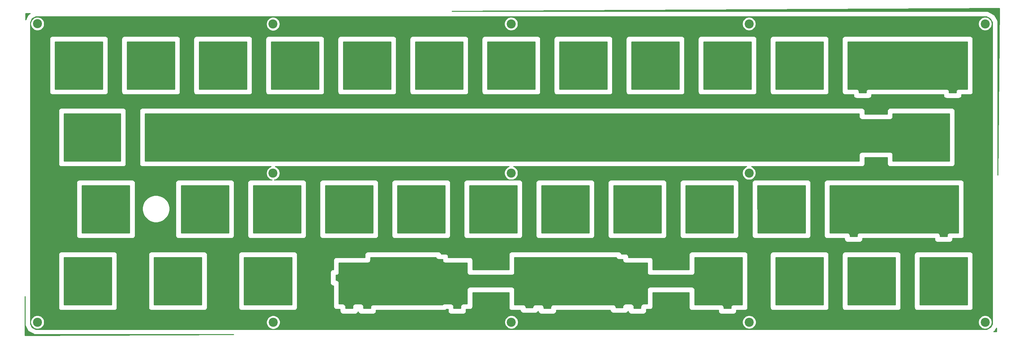
<source format=gbr>
G04 #@! TF.GenerationSoftware,KiCad,Pcbnew,(5.1.4-0-10_14)*
G04 #@! TF.CreationDate,2020-04-11T19:35:21-07:00*
G04 #@! TF.ProjectId,switch_plate,73776974-6368-45f7-906c-6174652e6b69,rev?*
G04 #@! TF.SameCoordinates,Original*
G04 #@! TF.FileFunction,Copper,L1,Top*
G04 #@! TF.FilePolarity,Positive*
%FSLAX46Y46*%
G04 Gerber Fmt 4.6, Leading zero omitted, Abs format (unit mm)*
G04 Created by KiCad (PCBNEW (5.1.4-0-10_14)) date 2020-04-11 19:35:21*
%MOMM*%
%LPD*%
G04 APERTURE LIST*
%ADD10C,2.400000*%
%ADD11C,0.254000*%
G04 APERTURE END LIST*
D10*
X207772000Y-19126200D03*
X144881600Y-58668920D03*
X81940400Y-58694320D03*
X207772000Y-58668920D03*
X81991200Y-98221800D03*
X207822800Y-98196400D03*
X19659600Y-98196400D03*
X270179800Y-98196400D03*
X81940400Y-19151600D03*
X144881600Y-19126200D03*
X19659600Y-19100800D03*
X270179800Y-19126200D03*
X144932400Y-98196400D03*
D11*
G36*
X16371500Y-98796348D02*
G01*
X16369860Y-98856574D01*
X16377388Y-98900661D01*
X16381773Y-98945183D01*
X16389134Y-98969450D01*
X16393401Y-98994437D01*
X16409385Y-99036207D01*
X16422372Y-99079019D01*
X16450786Y-99132177D01*
X17071523Y-100373654D01*
X17090141Y-100417560D01*
X17122360Y-100464917D01*
X17152890Y-100513417D01*
X17161650Y-100522668D01*
X17168811Y-100533193D01*
X17209647Y-100573352D01*
X17249056Y-100614967D01*
X17259452Y-100622330D01*
X17268529Y-100631257D01*
X17316423Y-100662683D01*
X17363184Y-100695804D01*
X17406741Y-100715252D01*
X18717949Y-101402075D01*
X18776980Y-101433628D01*
X18813368Y-101444666D01*
X18848615Y-101458922D01*
X18880119Y-101464915D01*
X18910816Y-101474227D01*
X18948663Y-101477954D01*
X18986009Y-101485059D01*
X19052884Y-101484500D01*
X71470167Y-101484500D01*
X16347299Y-101692519D01*
X16371500Y-91339256D01*
X16371500Y-98796348D01*
X16371500Y-98796348D01*
G37*
X16371500Y-98796348D02*
X16369860Y-98856574D01*
X16377388Y-98900661D01*
X16381773Y-98945183D01*
X16389134Y-98969450D01*
X16393401Y-98994437D01*
X16409385Y-99036207D01*
X16422372Y-99079019D01*
X16450786Y-99132177D01*
X17071523Y-100373654D01*
X17090141Y-100417560D01*
X17122360Y-100464917D01*
X17152890Y-100513417D01*
X17161650Y-100522668D01*
X17168811Y-100533193D01*
X17209647Y-100573352D01*
X17249056Y-100614967D01*
X17259452Y-100622330D01*
X17268529Y-100631257D01*
X17316423Y-100662683D01*
X17363184Y-100695804D01*
X17406741Y-100715252D01*
X18717949Y-101402075D01*
X18776980Y-101433628D01*
X18813368Y-101444666D01*
X18848615Y-101458922D01*
X18880119Y-101464915D01*
X18910816Y-101474227D01*
X18948663Y-101477954D01*
X18986009Y-101485059D01*
X19052884Y-101484500D01*
X71470167Y-101484500D01*
X16347299Y-101692519D01*
X16371500Y-91339256D01*
X16371500Y-98796348D01*
G36*
X273134129Y-100723474D02*
G01*
X272391343Y-100726277D01*
X272535129Y-100651258D01*
X272580542Y-100630742D01*
X272625402Y-100598670D01*
X272671567Y-100568486D01*
X272682201Y-100558062D01*
X272694313Y-100549403D01*
X272732054Y-100509196D01*
X272771445Y-100470584D01*
X272779842Y-100458285D01*
X272790031Y-100447430D01*
X272819202Y-100400633D01*
X272850303Y-100355079D01*
X272869837Y-100309221D01*
X273142787Y-99757255D01*
X273134129Y-100723474D01*
X273134129Y-100723474D01*
G37*
X273134129Y-100723474D02*
X272391343Y-100726277D01*
X272535129Y-100651258D01*
X272580542Y-100630742D01*
X272625402Y-100598670D01*
X272671567Y-100568486D01*
X272682201Y-100558062D01*
X272694313Y-100549403D01*
X272732054Y-100509196D01*
X272771445Y-100470584D01*
X272779842Y-100458285D01*
X272790031Y-100447430D01*
X272819202Y-100400633D01*
X272850303Y-100355079D01*
X272869837Y-100309221D01*
X273142787Y-99757255D01*
X273134129Y-100723474D01*
G36*
X271571708Y-17789290D02*
G01*
X272086000Y-18724368D01*
X272086001Y-98690842D01*
X271690733Y-99490162D01*
X270589918Y-100064500D01*
X19224695Y-100064500D01*
X18249020Y-99553433D01*
X17791500Y-98638394D01*
X17791500Y-98015668D01*
X17824600Y-98015668D01*
X17824600Y-98377132D01*
X17895118Y-98731650D01*
X18033444Y-99065599D01*
X18234262Y-99366144D01*
X18489856Y-99621738D01*
X18790401Y-99822556D01*
X19124350Y-99960882D01*
X19478868Y-100031400D01*
X19840332Y-100031400D01*
X20194850Y-99960882D01*
X20528799Y-99822556D01*
X20829344Y-99621738D01*
X21084938Y-99366144D01*
X21285756Y-99065599D01*
X21424082Y-98731650D01*
X21494600Y-98377132D01*
X21494600Y-98041068D01*
X80156200Y-98041068D01*
X80156200Y-98402532D01*
X80226718Y-98757050D01*
X80365044Y-99090999D01*
X80565862Y-99391544D01*
X80821456Y-99647138D01*
X81122001Y-99847956D01*
X81455950Y-99986282D01*
X81810468Y-100056800D01*
X82171932Y-100056800D01*
X82526450Y-99986282D01*
X82860399Y-99847956D01*
X83160944Y-99647138D01*
X83416538Y-99391544D01*
X83617356Y-99090999D01*
X83755682Y-98757050D01*
X83826200Y-98402532D01*
X83826200Y-98041068D01*
X83821148Y-98015668D01*
X143097400Y-98015668D01*
X143097400Y-98377132D01*
X143167918Y-98731650D01*
X143306244Y-99065599D01*
X143507062Y-99366144D01*
X143762656Y-99621738D01*
X144063201Y-99822556D01*
X144397150Y-99960882D01*
X144751668Y-100031400D01*
X145113132Y-100031400D01*
X145467650Y-99960882D01*
X145801599Y-99822556D01*
X146102144Y-99621738D01*
X146357738Y-99366144D01*
X146558556Y-99065599D01*
X146696882Y-98731650D01*
X146767400Y-98377132D01*
X146767400Y-98015668D01*
X205987800Y-98015668D01*
X205987800Y-98377132D01*
X206058318Y-98731650D01*
X206196644Y-99065599D01*
X206397462Y-99366144D01*
X206653056Y-99621738D01*
X206953601Y-99822556D01*
X207287550Y-99960882D01*
X207642068Y-100031400D01*
X208003532Y-100031400D01*
X208358050Y-99960882D01*
X208691999Y-99822556D01*
X208992544Y-99621738D01*
X209248138Y-99366144D01*
X209448956Y-99065599D01*
X209587282Y-98731650D01*
X209657800Y-98377132D01*
X209657800Y-98015668D01*
X268344800Y-98015668D01*
X268344800Y-98377132D01*
X268415318Y-98731650D01*
X268553644Y-99065599D01*
X268754462Y-99366144D01*
X269010056Y-99621738D01*
X269310601Y-99822556D01*
X269644550Y-99960882D01*
X269999068Y-100031400D01*
X270360532Y-100031400D01*
X270715050Y-99960882D01*
X271048999Y-99822556D01*
X271349544Y-99621738D01*
X271605138Y-99366144D01*
X271805956Y-99065599D01*
X271944282Y-98731650D01*
X272014800Y-98377132D01*
X272014800Y-98015668D01*
X271944282Y-97661150D01*
X271805956Y-97327201D01*
X271605138Y-97026656D01*
X271349544Y-96771062D01*
X271048999Y-96570244D01*
X270715050Y-96431918D01*
X270360532Y-96361400D01*
X269999068Y-96361400D01*
X269644550Y-96431918D01*
X269310601Y-96570244D01*
X269010056Y-96771062D01*
X268754462Y-97026656D01*
X268553644Y-97327201D01*
X268415318Y-97661150D01*
X268344800Y-98015668D01*
X209657800Y-98015668D01*
X209587282Y-97661150D01*
X209448956Y-97327201D01*
X209248138Y-97026656D01*
X208992544Y-96771062D01*
X208691999Y-96570244D01*
X208358050Y-96431918D01*
X208003532Y-96361400D01*
X207642068Y-96361400D01*
X207287550Y-96431918D01*
X206953601Y-96570244D01*
X206653056Y-96771062D01*
X206397462Y-97026656D01*
X206196644Y-97327201D01*
X206058318Y-97661150D01*
X205987800Y-98015668D01*
X146767400Y-98015668D01*
X146696882Y-97661150D01*
X146558556Y-97327201D01*
X146357738Y-97026656D01*
X146102144Y-96771062D01*
X145801599Y-96570244D01*
X145467650Y-96431918D01*
X145113132Y-96361400D01*
X144751668Y-96361400D01*
X144397150Y-96431918D01*
X144063201Y-96570244D01*
X143762656Y-96771062D01*
X143507062Y-97026656D01*
X143306244Y-97327201D01*
X143167918Y-97661150D01*
X143097400Y-98015668D01*
X83821148Y-98015668D01*
X83755682Y-97686550D01*
X83617356Y-97352601D01*
X83416538Y-97052056D01*
X83160944Y-96796462D01*
X82860399Y-96595644D01*
X82526450Y-96457318D01*
X82171932Y-96386800D01*
X81810468Y-96386800D01*
X81455950Y-96457318D01*
X81122001Y-96595644D01*
X80821456Y-96796462D01*
X80565862Y-97052056D01*
X80365044Y-97352601D01*
X80226718Y-97686550D01*
X80156200Y-98041068D01*
X21494600Y-98041068D01*
X21494600Y-98015668D01*
X21424082Y-97661150D01*
X21285756Y-97327201D01*
X21084938Y-97026656D01*
X20829344Y-96771062D01*
X20528799Y-96570244D01*
X20194850Y-96431918D01*
X19840332Y-96361400D01*
X19478868Y-96361400D01*
X19124350Y-96431918D01*
X18790401Y-96570244D01*
X18489856Y-96771062D01*
X18234262Y-97026656D01*
X18033444Y-97327201D01*
X17895118Y-97661150D01*
X17824600Y-98015668D01*
X17791500Y-98015668D01*
X17791500Y-80289400D01*
X25232944Y-80289400D01*
X25236501Y-80325515D01*
X25236500Y-94261395D01*
X25232944Y-94297500D01*
X25247135Y-94441585D01*
X25289163Y-94580133D01*
X25357413Y-94707820D01*
X25449262Y-94819738D01*
X25534895Y-94890015D01*
X25561180Y-94911587D01*
X25688867Y-94979837D01*
X25827415Y-95021865D01*
X25971500Y-95036056D01*
X26007605Y-95032500D01*
X39943495Y-95032500D01*
X39979600Y-95036056D01*
X40015705Y-95032500D01*
X40123685Y-95021865D01*
X40262233Y-94979837D01*
X40389920Y-94911587D01*
X40501838Y-94819738D01*
X40593687Y-94707820D01*
X40661937Y-94580133D01*
X40703965Y-94441585D01*
X40718156Y-94297500D01*
X40714600Y-94261395D01*
X40714600Y-80325505D01*
X40718156Y-80289400D01*
X49045444Y-80289400D01*
X49049001Y-80325515D01*
X49049000Y-94261395D01*
X49045444Y-94297500D01*
X49059635Y-94441585D01*
X49101663Y-94580133D01*
X49169913Y-94707820D01*
X49261762Y-94819738D01*
X49347395Y-94890015D01*
X49373680Y-94911587D01*
X49501367Y-94979837D01*
X49639915Y-95021865D01*
X49784000Y-95036056D01*
X49820105Y-95032500D01*
X63755995Y-95032500D01*
X63792100Y-95036056D01*
X63828205Y-95032500D01*
X63936185Y-95021865D01*
X64074733Y-94979837D01*
X64202420Y-94911587D01*
X64314338Y-94819738D01*
X64406187Y-94707820D01*
X64474437Y-94580133D01*
X64516465Y-94441585D01*
X64530656Y-94297500D01*
X64527100Y-94261395D01*
X64527100Y-80325505D01*
X64530656Y-80289400D01*
X72845244Y-80289400D01*
X72848801Y-80325515D01*
X72848800Y-94261395D01*
X72845244Y-94297500D01*
X72859435Y-94441585D01*
X72901463Y-94580133D01*
X72969713Y-94707820D01*
X73061562Y-94819738D01*
X73147195Y-94890015D01*
X73173480Y-94911587D01*
X73301167Y-94979837D01*
X73439715Y-95021865D01*
X73583800Y-95036056D01*
X73619905Y-95032500D01*
X87568495Y-95032500D01*
X87604600Y-95036056D01*
X87640705Y-95032500D01*
X87748685Y-95021865D01*
X87887233Y-94979837D01*
X88014920Y-94911587D01*
X88126838Y-94819738D01*
X88218687Y-94707820D01*
X88286937Y-94580133D01*
X88328965Y-94441585D01*
X88343156Y-94297500D01*
X88339600Y-94261395D01*
X88339600Y-84988400D01*
X97089544Y-84988400D01*
X97093100Y-85024504D01*
X97093101Y-87771685D01*
X97089544Y-87807800D01*
X97103735Y-87951885D01*
X97145763Y-88090433D01*
X97214013Y-88218120D01*
X97305862Y-88330038D01*
X97417780Y-88421887D01*
X97545467Y-88490137D01*
X97684015Y-88532165D01*
X97791995Y-88542800D01*
X97828100Y-88546356D01*
X97864205Y-88542800D01*
X97918600Y-88542800D01*
X97918601Y-94032785D01*
X97915044Y-94068900D01*
X97929235Y-94212985D01*
X97971263Y-94351533D01*
X98039513Y-94479220D01*
X98131362Y-94591138D01*
X98243280Y-94682987D01*
X98370967Y-94751237D01*
X98509515Y-94793265D01*
X98617495Y-94803900D01*
X98653600Y-94807456D01*
X98689705Y-94803900D01*
X99645801Y-94803900D01*
X99645801Y-95239285D01*
X99642244Y-95275400D01*
X99656435Y-95419485D01*
X99698463Y-95558033D01*
X99766713Y-95685720D01*
X99858562Y-95797638D01*
X99970480Y-95889487D01*
X100098167Y-95957737D01*
X100236715Y-95999765D01*
X100344695Y-96010400D01*
X100380800Y-96013956D01*
X100416905Y-96010400D01*
X103659395Y-96010400D01*
X103695500Y-96013956D01*
X103731605Y-96010400D01*
X103839585Y-95999765D01*
X103978133Y-95957737D01*
X104105820Y-95889487D01*
X104217738Y-95797638D01*
X104309587Y-95685720D01*
X104377837Y-95558033D01*
X104419400Y-95421018D01*
X104460963Y-95558033D01*
X104529213Y-95685720D01*
X104621062Y-95797638D01*
X104732980Y-95889487D01*
X104860667Y-95957737D01*
X104999215Y-95999765D01*
X105107195Y-96010400D01*
X105143300Y-96013956D01*
X105179405Y-96010400D01*
X108421895Y-96010400D01*
X108458000Y-96013956D01*
X108494105Y-96010400D01*
X108602085Y-95999765D01*
X108740633Y-95957737D01*
X108868320Y-95889487D01*
X108980238Y-95797638D01*
X109072087Y-95685720D01*
X109140337Y-95558033D01*
X109182365Y-95419485D01*
X109196556Y-95275400D01*
X109193000Y-95239295D01*
X109193000Y-95032500D01*
X127179795Y-95032500D01*
X127215900Y-95036056D01*
X127252005Y-95032500D01*
X127359985Y-95021865D01*
X127498533Y-94979837D01*
X127626220Y-94911587D01*
X127738138Y-94819738D01*
X127751136Y-94803900D01*
X128208101Y-94803900D01*
X128208101Y-95239285D01*
X128204544Y-95275400D01*
X128218735Y-95419485D01*
X128260763Y-95558033D01*
X128329013Y-95685720D01*
X128420862Y-95797638D01*
X128532780Y-95889487D01*
X128660467Y-95957737D01*
X128799015Y-95999765D01*
X128906995Y-96010400D01*
X128943100Y-96013956D01*
X128979205Y-96010400D01*
X132221695Y-96010400D01*
X132257800Y-96013956D01*
X132293905Y-96010400D01*
X132401885Y-95999765D01*
X132540433Y-95957737D01*
X132668120Y-95889487D01*
X132780038Y-95797638D01*
X132871887Y-95685720D01*
X132940137Y-95558033D01*
X132982165Y-95419485D01*
X132996356Y-95275400D01*
X132992800Y-95239295D01*
X132992800Y-94803900D01*
X133936195Y-94803900D01*
X133972300Y-94807456D01*
X134008405Y-94803900D01*
X134116385Y-94793265D01*
X134254933Y-94751237D01*
X134382620Y-94682987D01*
X134494538Y-94591138D01*
X134586387Y-94479220D01*
X134654637Y-94351533D01*
X134696665Y-94212985D01*
X134710856Y-94068900D01*
X134707300Y-94032795D01*
X134707300Y-90333500D01*
X144299000Y-90333500D01*
X144299001Y-94261385D01*
X144295444Y-94297500D01*
X144309635Y-94441585D01*
X144351663Y-94580133D01*
X144419913Y-94707820D01*
X144511762Y-94819738D01*
X144623680Y-94911587D01*
X144751367Y-94979837D01*
X144889915Y-95021865D01*
X144997895Y-95032500D01*
X145034000Y-95036056D01*
X145070105Y-95032500D01*
X147292802Y-95032500D01*
X147292644Y-95034100D01*
X147306835Y-95178185D01*
X147348863Y-95316733D01*
X147417113Y-95444420D01*
X147508962Y-95556338D01*
X147620880Y-95648187D01*
X147748567Y-95716437D01*
X147887115Y-95758465D01*
X147995095Y-95769100D01*
X148031200Y-95772656D01*
X148067305Y-95769100D01*
X151297095Y-95769100D01*
X151333200Y-95772656D01*
X151369305Y-95769100D01*
X151477285Y-95758465D01*
X151615833Y-95716437D01*
X151743520Y-95648187D01*
X151855438Y-95556338D01*
X151947287Y-95444420D01*
X152015537Y-95316733D01*
X152030546Y-95267254D01*
X152029744Y-95275400D01*
X152043935Y-95419485D01*
X152085963Y-95558033D01*
X152154213Y-95685720D01*
X152246062Y-95797638D01*
X152357980Y-95889487D01*
X152485667Y-95957737D01*
X152624215Y-95999765D01*
X152732195Y-96010400D01*
X152768300Y-96013956D01*
X152804405Y-96010400D01*
X156046895Y-96010400D01*
X156083000Y-96013956D01*
X156119105Y-96010400D01*
X156227085Y-95999765D01*
X156365633Y-95957737D01*
X156493320Y-95889487D01*
X156605238Y-95797638D01*
X156697087Y-95685720D01*
X156765337Y-95558033D01*
X156807365Y-95419485D01*
X156821556Y-95275400D01*
X156818000Y-95239295D01*
X156818000Y-95032500D01*
X171092602Y-95032500D01*
X171092444Y-95034100D01*
X171106635Y-95178185D01*
X171148663Y-95316733D01*
X171216913Y-95444420D01*
X171308762Y-95556338D01*
X171420680Y-95648187D01*
X171548367Y-95716437D01*
X171686915Y-95758465D01*
X171794895Y-95769100D01*
X171831000Y-95772656D01*
X171867105Y-95769100D01*
X175096895Y-95769100D01*
X175133000Y-95772656D01*
X175169105Y-95769100D01*
X175277085Y-95758465D01*
X175415633Y-95716437D01*
X175543320Y-95648187D01*
X175655238Y-95556338D01*
X175747087Y-95444420D01*
X175815337Y-95316733D01*
X175830346Y-95267254D01*
X175829544Y-95275400D01*
X175843735Y-95419485D01*
X175885763Y-95558033D01*
X175954013Y-95685720D01*
X176045862Y-95797638D01*
X176157780Y-95889487D01*
X176285467Y-95957737D01*
X176424015Y-95999765D01*
X176531995Y-96010400D01*
X176568100Y-96013956D01*
X176604205Y-96010400D01*
X179846695Y-96010400D01*
X179882800Y-96013956D01*
X179918905Y-96010400D01*
X180026885Y-95999765D01*
X180165433Y-95957737D01*
X180293120Y-95889487D01*
X180405038Y-95797638D01*
X180496887Y-95685720D01*
X180565137Y-95558033D01*
X180607165Y-95419485D01*
X180621356Y-95275400D01*
X180617800Y-95239295D01*
X180617800Y-94803900D01*
X181561195Y-94803900D01*
X181597300Y-94807456D01*
X181633405Y-94803900D01*
X181741385Y-94793265D01*
X181879933Y-94751237D01*
X182007620Y-94682987D01*
X182119538Y-94591138D01*
X182211387Y-94479220D01*
X182279637Y-94351533D01*
X182321665Y-94212985D01*
X182335856Y-94068900D01*
X182332300Y-94032795D01*
X182332300Y-90333500D01*
X191924000Y-90333500D01*
X191924001Y-94261385D01*
X191920444Y-94297500D01*
X191934635Y-94441585D01*
X191976663Y-94580133D01*
X192044913Y-94707820D01*
X192136762Y-94819738D01*
X192248680Y-94911587D01*
X192376367Y-94979837D01*
X192514915Y-95021865D01*
X192622895Y-95032500D01*
X192659000Y-95036056D01*
X192695105Y-95032500D01*
X199645601Y-95032500D01*
X199645601Y-95239286D01*
X199642044Y-95275400D01*
X199656235Y-95419485D01*
X199698263Y-95558033D01*
X199766513Y-95685720D01*
X199858362Y-95797638D01*
X199970280Y-95889487D01*
X200097967Y-95957737D01*
X200236515Y-95999765D01*
X200344495Y-96010400D01*
X200380600Y-96013956D01*
X200416705Y-96010400D01*
X203659195Y-96010400D01*
X203695300Y-96013956D01*
X203731405Y-96010400D01*
X203839385Y-95999765D01*
X203977933Y-95957737D01*
X204105620Y-95889487D01*
X204217538Y-95797638D01*
X204309387Y-95685720D01*
X204377637Y-95558033D01*
X204419665Y-95419485D01*
X204433856Y-95275400D01*
X204430300Y-95239295D01*
X204430300Y-95032500D01*
X206630995Y-95032500D01*
X206667100Y-95036056D01*
X206703205Y-95032500D01*
X206811185Y-95021865D01*
X206949733Y-94979837D01*
X207077420Y-94911587D01*
X207189338Y-94819738D01*
X207281187Y-94707820D01*
X207349437Y-94580133D01*
X207391465Y-94441585D01*
X207405656Y-94297500D01*
X207402100Y-94261395D01*
X207402100Y-80325505D01*
X207405656Y-80289400D01*
X213345344Y-80289400D01*
X213348901Y-80325515D01*
X213348900Y-94261395D01*
X213345344Y-94297500D01*
X213359535Y-94441585D01*
X213401563Y-94580133D01*
X213469813Y-94707820D01*
X213561662Y-94819738D01*
X213647295Y-94890015D01*
X213673580Y-94911587D01*
X213801267Y-94979837D01*
X213939815Y-95021865D01*
X214083900Y-95036056D01*
X214120005Y-95032500D01*
X228055895Y-95032500D01*
X228092000Y-95036056D01*
X228128105Y-95032500D01*
X228236085Y-95021865D01*
X228374633Y-94979837D01*
X228502320Y-94911587D01*
X228614238Y-94819738D01*
X228706087Y-94707820D01*
X228774337Y-94580133D01*
X228816365Y-94441585D01*
X228830556Y-94297500D01*
X228827000Y-94261395D01*
X228827000Y-80325505D01*
X228830556Y-80289400D01*
X232395344Y-80289400D01*
X232398901Y-80325515D01*
X232398900Y-94261395D01*
X232395344Y-94297500D01*
X232409535Y-94441585D01*
X232451563Y-94580133D01*
X232519813Y-94707820D01*
X232611662Y-94819738D01*
X232697295Y-94890015D01*
X232723580Y-94911587D01*
X232851267Y-94979837D01*
X232989815Y-95021865D01*
X233133900Y-95036056D01*
X233170005Y-95032500D01*
X247105895Y-95032500D01*
X247142000Y-95036056D01*
X247178105Y-95032500D01*
X247286085Y-95021865D01*
X247424633Y-94979837D01*
X247552320Y-94911587D01*
X247664238Y-94819738D01*
X247756087Y-94707820D01*
X247824337Y-94580133D01*
X247866365Y-94441585D01*
X247880556Y-94297500D01*
X247877000Y-94261395D01*
X247877000Y-80325505D01*
X247880556Y-80289400D01*
X251445344Y-80289400D01*
X251448901Y-80325515D01*
X251448900Y-94261395D01*
X251445344Y-94297500D01*
X251459535Y-94441585D01*
X251501563Y-94580133D01*
X251569813Y-94707820D01*
X251661662Y-94819738D01*
X251747295Y-94890015D01*
X251773580Y-94911587D01*
X251901267Y-94979837D01*
X252039815Y-95021865D01*
X252183900Y-95036056D01*
X252220005Y-95032500D01*
X266155895Y-95032500D01*
X266192000Y-95036056D01*
X266228105Y-95032500D01*
X266336085Y-95021865D01*
X266474633Y-94979837D01*
X266602320Y-94911587D01*
X266714238Y-94819738D01*
X266806087Y-94707820D01*
X266874337Y-94580133D01*
X266916365Y-94441585D01*
X266930556Y-94297500D01*
X266927000Y-94261395D01*
X266927000Y-80325505D01*
X266930556Y-80289400D01*
X266916365Y-80145315D01*
X266874337Y-80006767D01*
X266806087Y-79879080D01*
X266714238Y-79767162D01*
X266602320Y-79675313D01*
X266474633Y-79607063D01*
X266336085Y-79565035D01*
X266228105Y-79554400D01*
X266192000Y-79550844D01*
X266155895Y-79554400D01*
X252220005Y-79554400D01*
X252183900Y-79550844D01*
X252147795Y-79554400D01*
X252039815Y-79565035D01*
X251901267Y-79607063D01*
X251773580Y-79675313D01*
X251661662Y-79767162D01*
X251569813Y-79879080D01*
X251501563Y-80006767D01*
X251459535Y-80145315D01*
X251445344Y-80289400D01*
X247880556Y-80289400D01*
X247866365Y-80145315D01*
X247824337Y-80006767D01*
X247756087Y-79879080D01*
X247664238Y-79767162D01*
X247552320Y-79675313D01*
X247424633Y-79607063D01*
X247286085Y-79565035D01*
X247178105Y-79554400D01*
X247142000Y-79550844D01*
X247105895Y-79554400D01*
X233170005Y-79554400D01*
X233133900Y-79550844D01*
X233097795Y-79554400D01*
X232989815Y-79565035D01*
X232851267Y-79607063D01*
X232723580Y-79675313D01*
X232611662Y-79767162D01*
X232519813Y-79879080D01*
X232451563Y-80006767D01*
X232409535Y-80145315D01*
X232395344Y-80289400D01*
X228830556Y-80289400D01*
X228816365Y-80145315D01*
X228774337Y-80006767D01*
X228706087Y-79879080D01*
X228614238Y-79767162D01*
X228502320Y-79675313D01*
X228374633Y-79607063D01*
X228236085Y-79565035D01*
X228128105Y-79554400D01*
X228092000Y-79550844D01*
X228055895Y-79554400D01*
X214120005Y-79554400D01*
X214083900Y-79550844D01*
X214047795Y-79554400D01*
X213939815Y-79565035D01*
X213801267Y-79607063D01*
X213673580Y-79675313D01*
X213561662Y-79767162D01*
X213469813Y-79879080D01*
X213401563Y-80006767D01*
X213359535Y-80145315D01*
X213345344Y-80289400D01*
X207405656Y-80289400D01*
X207391465Y-80145315D01*
X207349437Y-80006767D01*
X207281187Y-79879080D01*
X207189338Y-79767162D01*
X207077420Y-79675313D01*
X206949733Y-79607063D01*
X206811185Y-79565035D01*
X206703205Y-79554400D01*
X206667100Y-79550844D01*
X206630995Y-79554400D01*
X192695105Y-79554400D01*
X192659000Y-79550844D01*
X192622895Y-79554400D01*
X192514915Y-79565035D01*
X192376367Y-79607063D01*
X192248680Y-79675313D01*
X192136762Y-79767162D01*
X192044913Y-79879080D01*
X191976663Y-80006767D01*
X191934635Y-80145315D01*
X191920444Y-80289400D01*
X191924000Y-80325505D01*
X191924001Y-84253400D01*
X182332300Y-84253400D01*
X182332300Y-81798705D01*
X182335856Y-81762600D01*
X182321665Y-81618515D01*
X182279637Y-81479967D01*
X182211387Y-81352280D01*
X182119538Y-81240362D01*
X182007620Y-81148513D01*
X181879933Y-81080263D01*
X181741385Y-81038235D01*
X181633405Y-81027600D01*
X181597300Y-81024044D01*
X181561195Y-81027600D01*
X175868000Y-81027600D01*
X175868000Y-80858904D01*
X175871556Y-80822800D01*
X175857365Y-80678715D01*
X175815337Y-80540167D01*
X175747087Y-80412480D01*
X175655238Y-80300562D01*
X175543320Y-80208713D01*
X175415633Y-80140463D01*
X175277085Y-80098435D01*
X175169105Y-80087800D01*
X175133000Y-80084244D01*
X175096895Y-80087800D01*
X174036518Y-80087800D01*
X174011937Y-80006767D01*
X173943687Y-79879080D01*
X173851838Y-79767162D01*
X173739920Y-79675313D01*
X173612233Y-79607063D01*
X173473685Y-79565035D01*
X173365705Y-79554400D01*
X173329600Y-79550844D01*
X173293495Y-79554400D01*
X145070105Y-79554400D01*
X145034000Y-79550844D01*
X144997895Y-79554400D01*
X144889915Y-79565035D01*
X144751367Y-79607063D01*
X144623680Y-79675313D01*
X144511762Y-79767162D01*
X144419913Y-79879080D01*
X144351663Y-80006767D01*
X144309635Y-80145315D01*
X144295444Y-80289400D01*
X144299000Y-80325505D01*
X144299001Y-84253400D01*
X134707300Y-84253400D01*
X134707300Y-81798705D01*
X134710856Y-81762600D01*
X134696665Y-81618515D01*
X134654637Y-81479967D01*
X134586387Y-81352280D01*
X134494538Y-81240362D01*
X134382620Y-81148513D01*
X134254933Y-81080263D01*
X134116385Y-81038235D01*
X134008405Y-81027600D01*
X133972300Y-81024044D01*
X133936195Y-81027600D01*
X128243000Y-81027600D01*
X128243000Y-80858904D01*
X128246556Y-80822800D01*
X128232365Y-80678715D01*
X128190337Y-80540167D01*
X128122087Y-80412480D01*
X128030238Y-80300562D01*
X127918320Y-80208713D01*
X127790633Y-80140463D01*
X127652085Y-80098435D01*
X127544105Y-80087800D01*
X127508000Y-80084244D01*
X127471895Y-80087800D01*
X126411518Y-80087800D01*
X126386937Y-80006767D01*
X126318687Y-79879080D01*
X126226838Y-79767162D01*
X126114920Y-79675313D01*
X125987233Y-79607063D01*
X125848685Y-79565035D01*
X125740705Y-79554400D01*
X125704600Y-79550844D01*
X125668495Y-79554400D01*
X106995505Y-79554400D01*
X106959400Y-79550844D01*
X106923295Y-79554400D01*
X106815315Y-79565035D01*
X106676767Y-79607063D01*
X106549080Y-79675313D01*
X106437162Y-79767162D01*
X106345313Y-79879080D01*
X106277063Y-80006767D01*
X106235035Y-80145315D01*
X106220844Y-80289400D01*
X106224400Y-80325505D01*
X106224401Y-81027600D01*
X98689705Y-81027600D01*
X98653600Y-81024044D01*
X98617495Y-81027600D01*
X98509515Y-81038235D01*
X98370967Y-81080263D01*
X98243280Y-81148513D01*
X98131362Y-81240362D01*
X98039513Y-81352280D01*
X97971263Y-81479967D01*
X97929235Y-81618515D01*
X97915044Y-81762600D01*
X97918600Y-81798705D01*
X97918601Y-84253400D01*
X97864205Y-84253400D01*
X97828100Y-84249844D01*
X97791995Y-84253400D01*
X97684015Y-84264035D01*
X97545467Y-84306063D01*
X97417780Y-84374313D01*
X97305862Y-84466162D01*
X97214013Y-84578080D01*
X97145763Y-84705767D01*
X97103735Y-84844315D01*
X97089544Y-84988400D01*
X88339600Y-84988400D01*
X88339600Y-80325505D01*
X88343156Y-80289400D01*
X88328965Y-80145315D01*
X88286937Y-80006767D01*
X88218687Y-79879080D01*
X88126838Y-79767162D01*
X88014920Y-79675313D01*
X87887233Y-79607063D01*
X87748685Y-79565035D01*
X87640705Y-79554400D01*
X87604600Y-79550844D01*
X87568495Y-79554400D01*
X73619905Y-79554400D01*
X73583800Y-79550844D01*
X73547695Y-79554400D01*
X73439715Y-79565035D01*
X73301167Y-79607063D01*
X73173480Y-79675313D01*
X73061562Y-79767162D01*
X72969713Y-79879080D01*
X72901463Y-80006767D01*
X72859435Y-80145315D01*
X72845244Y-80289400D01*
X64530656Y-80289400D01*
X64516465Y-80145315D01*
X64474437Y-80006767D01*
X64406187Y-79879080D01*
X64314338Y-79767162D01*
X64202420Y-79675313D01*
X64074733Y-79607063D01*
X63936185Y-79565035D01*
X63828205Y-79554400D01*
X63792100Y-79550844D01*
X63755995Y-79554400D01*
X49820105Y-79554400D01*
X49784000Y-79550844D01*
X49747895Y-79554400D01*
X49639915Y-79565035D01*
X49501367Y-79607063D01*
X49373680Y-79675313D01*
X49261762Y-79767162D01*
X49169913Y-79879080D01*
X49101663Y-80006767D01*
X49059635Y-80145315D01*
X49045444Y-80289400D01*
X40718156Y-80289400D01*
X40703965Y-80145315D01*
X40661937Y-80006767D01*
X40593687Y-79879080D01*
X40501838Y-79767162D01*
X40389920Y-79675313D01*
X40262233Y-79607063D01*
X40123685Y-79565035D01*
X40015705Y-79554400D01*
X39979600Y-79550844D01*
X39943495Y-79554400D01*
X26007605Y-79554400D01*
X25971500Y-79550844D01*
X25935395Y-79554400D01*
X25827415Y-79565035D01*
X25688867Y-79607063D01*
X25561180Y-79675313D01*
X25449262Y-79767162D01*
X25357413Y-79879080D01*
X25289163Y-80006767D01*
X25247135Y-80145315D01*
X25232944Y-80289400D01*
X17791500Y-80289400D01*
X17791500Y-75247500D01*
X29982744Y-75247500D01*
X29989855Y-75319697D01*
X29996805Y-75390928D01*
X29996902Y-75391248D01*
X29996935Y-75391585D01*
X30018074Y-75461271D01*
X30038708Y-75529514D01*
X30038864Y-75529806D01*
X30038963Y-75530133D01*
X30073365Y-75594495D01*
X30106842Y-75657263D01*
X30107053Y-75657520D01*
X30107213Y-75657820D01*
X30153288Y-75713962D01*
X30198589Y-75769264D01*
X30198847Y-75769476D01*
X30199062Y-75769738D01*
X30255339Y-75815924D01*
X30310424Y-75861214D01*
X30310716Y-75861371D01*
X30310980Y-75861587D01*
X30375300Y-75895967D01*
X30438049Y-75929580D01*
X30438368Y-75929677D01*
X30438667Y-75929837D01*
X30508078Y-75950893D01*
X30576559Y-75971734D01*
X30576892Y-75971767D01*
X30577215Y-75971865D01*
X30649417Y-75978976D01*
X30720631Y-75986055D01*
X30757065Y-75982500D01*
X44705995Y-75982500D01*
X44742100Y-75986056D01*
X44778205Y-75982500D01*
X44886185Y-75971865D01*
X45024733Y-75929837D01*
X45152420Y-75861587D01*
X45264338Y-75769738D01*
X45356187Y-75657820D01*
X45424437Y-75530133D01*
X45466465Y-75391585D01*
X45480656Y-75247500D01*
X45477100Y-75211395D01*
X45477100Y-67802884D01*
X47368200Y-67802884D01*
X47368200Y-68518916D01*
X47507891Y-69221190D01*
X47781905Y-69882718D01*
X48179711Y-70478077D01*
X48686023Y-70984389D01*
X49281382Y-71382195D01*
X49942910Y-71656209D01*
X50645184Y-71795900D01*
X51361216Y-71795900D01*
X52063490Y-71656209D01*
X52725018Y-71382195D01*
X53320377Y-70984389D01*
X53826689Y-70478077D01*
X54224495Y-69882718D01*
X54498509Y-69221190D01*
X54638200Y-68518916D01*
X54638200Y-67802884D01*
X54498509Y-67100610D01*
X54224495Y-66439082D01*
X53826689Y-65843723D01*
X53320377Y-65337411D01*
X52725018Y-64939605D01*
X52063490Y-64665591D01*
X51361216Y-64525900D01*
X50645184Y-64525900D01*
X49942910Y-64665591D01*
X49281382Y-64939605D01*
X48686023Y-65337411D01*
X48179711Y-65843723D01*
X47781905Y-66439082D01*
X47507891Y-67100610D01*
X47368200Y-67802884D01*
X45477100Y-67802884D01*
X45477100Y-61275505D01*
X45480656Y-61239400D01*
X56182844Y-61239400D01*
X56186401Y-61275515D01*
X56186400Y-75211395D01*
X56182844Y-75247500D01*
X56197035Y-75391585D01*
X56239063Y-75530133D01*
X56307313Y-75657820D01*
X56399162Y-75769738D01*
X56511080Y-75861587D01*
X56638767Y-75929837D01*
X56777315Y-75971865D01*
X56921400Y-75986056D01*
X56957505Y-75982500D01*
X70893395Y-75982500D01*
X70929500Y-75986056D01*
X70965605Y-75982500D01*
X71073585Y-75971865D01*
X71212133Y-75929837D01*
X71339820Y-75861587D01*
X71451738Y-75769738D01*
X71543587Y-75657820D01*
X71611837Y-75530133D01*
X71653865Y-75391585D01*
X71668056Y-75247500D01*
X71664500Y-75211395D01*
X71664500Y-61275505D01*
X71668056Y-61239400D01*
X71653865Y-61095315D01*
X71611837Y-60956767D01*
X71543587Y-60829080D01*
X71451738Y-60717162D01*
X71339820Y-60625313D01*
X71212133Y-60557063D01*
X71073585Y-60515035D01*
X70965605Y-60504400D01*
X70929500Y-60500844D01*
X70893395Y-60504400D01*
X56957505Y-60504400D01*
X56921400Y-60500844D01*
X56885295Y-60504400D01*
X56777315Y-60515035D01*
X56638767Y-60557063D01*
X56511080Y-60625313D01*
X56399162Y-60717162D01*
X56307313Y-60829080D01*
X56239063Y-60956767D01*
X56197035Y-61095315D01*
X56182844Y-61239400D01*
X45480656Y-61239400D01*
X45466465Y-61095315D01*
X45424437Y-60956767D01*
X45356187Y-60829080D01*
X45264338Y-60717162D01*
X45152420Y-60625313D01*
X45024733Y-60557063D01*
X44886185Y-60515035D01*
X44778205Y-60504400D01*
X44742100Y-60500844D01*
X44705995Y-60504400D01*
X30770433Y-60504400D01*
X30734669Y-60500845D01*
X30698235Y-60504400D01*
X30697895Y-60504400D01*
X30661750Y-60507960D01*
X30590572Y-60514905D01*
X30590252Y-60515002D01*
X30589915Y-60515035D01*
X30520740Y-60536019D01*
X30451986Y-60556807D01*
X30451689Y-60556965D01*
X30451367Y-60557063D01*
X30387429Y-60591239D01*
X30324237Y-60624942D01*
X30323980Y-60625153D01*
X30323680Y-60625313D01*
X30267538Y-60671388D01*
X30212236Y-60716689D01*
X30212024Y-60716947D01*
X30211762Y-60717162D01*
X30165576Y-60773439D01*
X30120286Y-60828524D01*
X30120129Y-60828816D01*
X30119913Y-60829080D01*
X30085533Y-60893400D01*
X30051920Y-60956149D01*
X30051823Y-60956468D01*
X30051663Y-60956767D01*
X30030607Y-61026178D01*
X30009766Y-61094659D01*
X30009733Y-61094992D01*
X30009635Y-61095315D01*
X30002494Y-61167816D01*
X29999034Y-61202629D01*
X29999034Y-61202953D01*
X29995444Y-61239400D01*
X29998968Y-61275182D01*
X29986333Y-75211058D01*
X29982744Y-75247500D01*
X17791500Y-75247500D01*
X17791500Y-42189400D01*
X25232944Y-42189400D01*
X25236501Y-42225515D01*
X25236500Y-56161395D01*
X25232944Y-56197500D01*
X25247135Y-56341585D01*
X25289163Y-56480133D01*
X25357413Y-56607820D01*
X25449262Y-56719738D01*
X25561180Y-56811587D01*
X25688867Y-56879837D01*
X25827415Y-56921865D01*
X25971500Y-56936056D01*
X26007605Y-56932500D01*
X42318395Y-56932500D01*
X42354500Y-56936056D01*
X42390605Y-56932500D01*
X42498585Y-56921865D01*
X42637133Y-56879837D01*
X42764820Y-56811587D01*
X42876738Y-56719738D01*
X42968587Y-56607820D01*
X43036837Y-56480133D01*
X43078865Y-56341585D01*
X43093056Y-56197500D01*
X43089500Y-56161395D01*
X43089500Y-42225505D01*
X43093056Y-42189400D01*
X46657844Y-42189400D01*
X46661401Y-42225515D01*
X46661400Y-56161395D01*
X46657844Y-56197500D01*
X46672035Y-56341585D01*
X46714063Y-56480133D01*
X46782313Y-56607820D01*
X46874162Y-56719738D01*
X46986080Y-56811587D01*
X47113767Y-56879837D01*
X47252315Y-56921865D01*
X47396400Y-56936056D01*
X47432505Y-56932500D01*
X81398723Y-56932500D01*
X81071201Y-57068164D01*
X80770656Y-57268982D01*
X80515062Y-57524576D01*
X80314244Y-57825121D01*
X80175918Y-58159070D01*
X80105400Y-58513588D01*
X80105400Y-58875052D01*
X80175918Y-59229570D01*
X80314244Y-59563519D01*
X80515062Y-59864064D01*
X80770656Y-60119658D01*
X81071201Y-60320476D01*
X81405150Y-60458802D01*
X81634387Y-60504400D01*
X76007505Y-60504400D01*
X75971400Y-60500844D01*
X75935295Y-60504400D01*
X75827315Y-60515035D01*
X75688767Y-60557063D01*
X75561080Y-60625313D01*
X75449162Y-60717162D01*
X75357313Y-60829080D01*
X75289063Y-60956767D01*
X75247035Y-61095315D01*
X75232844Y-61239400D01*
X75236401Y-61275515D01*
X75236400Y-75211395D01*
X75232844Y-75247500D01*
X75247035Y-75391585D01*
X75289063Y-75530133D01*
X75357313Y-75657820D01*
X75449162Y-75769738D01*
X75561080Y-75861587D01*
X75688767Y-75929837D01*
X75827315Y-75971865D01*
X75971400Y-75986056D01*
X76007505Y-75982500D01*
X89943395Y-75982500D01*
X89979500Y-75986056D01*
X90015605Y-75982500D01*
X90123585Y-75971865D01*
X90262133Y-75929837D01*
X90389820Y-75861587D01*
X90501738Y-75769738D01*
X90593587Y-75657820D01*
X90661837Y-75530133D01*
X90703865Y-75391585D01*
X90718056Y-75247500D01*
X90714500Y-75211395D01*
X90714500Y-61275505D01*
X90718056Y-61239400D01*
X94282844Y-61239400D01*
X94286401Y-61275515D01*
X94286400Y-75211067D01*
X94282845Y-75246831D01*
X94286400Y-75283265D01*
X94286400Y-75283604D01*
X94289949Y-75319642D01*
X94296905Y-75390928D01*
X94297002Y-75391249D01*
X94297035Y-75391584D01*
X94318081Y-75460964D01*
X94338808Y-75529514D01*
X94338965Y-75529808D01*
X94339063Y-75530132D01*
X94373221Y-75594037D01*
X94406942Y-75657263D01*
X94407154Y-75657522D01*
X94407313Y-75657819D01*
X94452945Y-75713422D01*
X94498689Y-75769264D01*
X94498950Y-75769478D01*
X94499162Y-75769737D01*
X94555109Y-75815652D01*
X94610524Y-75861214D01*
X94610816Y-75861371D01*
X94611080Y-75861587D01*
X94675400Y-75895967D01*
X94738149Y-75929580D01*
X94738468Y-75929677D01*
X94738767Y-75929837D01*
X94808178Y-75950893D01*
X94876659Y-75971734D01*
X94876992Y-75971767D01*
X94877315Y-75971865D01*
X94949816Y-75979006D01*
X94984629Y-75982466D01*
X94984953Y-75982466D01*
X95021400Y-75986056D01*
X95057182Y-75982532D01*
X108993058Y-75995167D01*
X109029500Y-75998756D01*
X109101697Y-75991645D01*
X109172928Y-75984695D01*
X109173248Y-75984598D01*
X109173585Y-75984565D01*
X109243271Y-75963426D01*
X109311514Y-75942792D01*
X109311806Y-75942636D01*
X109312133Y-75942537D01*
X109376495Y-75908135D01*
X109439263Y-75874658D01*
X109439520Y-75874447D01*
X109439820Y-75874287D01*
X109495962Y-75828212D01*
X109551264Y-75782911D01*
X109551476Y-75782653D01*
X109551738Y-75782438D01*
X109597924Y-75726161D01*
X109643214Y-75671076D01*
X109643371Y-75670784D01*
X109643587Y-75670520D01*
X109677967Y-75606200D01*
X109711580Y-75543451D01*
X109711677Y-75543132D01*
X109711837Y-75542833D01*
X109732893Y-75473422D01*
X109753734Y-75404941D01*
X109753767Y-75404608D01*
X109753865Y-75404285D01*
X109760976Y-75332083D01*
X109768055Y-75260869D01*
X109764500Y-75224435D01*
X109764500Y-61275505D01*
X109768056Y-61239400D01*
X113332844Y-61239400D01*
X113336401Y-61275515D01*
X113336400Y-75211395D01*
X113332844Y-75247500D01*
X113347035Y-75391585D01*
X113389063Y-75530133D01*
X113457313Y-75657820D01*
X113549162Y-75769738D01*
X113661080Y-75861587D01*
X113788767Y-75929837D01*
X113927315Y-75971865D01*
X114071400Y-75986056D01*
X114107505Y-75982500D01*
X128043395Y-75982500D01*
X128079500Y-75986056D01*
X128115605Y-75982500D01*
X128223585Y-75971865D01*
X128362133Y-75929837D01*
X128489820Y-75861587D01*
X128601738Y-75769738D01*
X128693587Y-75657820D01*
X128761837Y-75530133D01*
X128803865Y-75391585D01*
X128818056Y-75247500D01*
X128814500Y-75211395D01*
X128814500Y-61275505D01*
X128818056Y-61239400D01*
X132382844Y-61239400D01*
X132386401Y-61275515D01*
X132386400Y-75211395D01*
X132382844Y-75247500D01*
X132397035Y-75391585D01*
X132439063Y-75530133D01*
X132507313Y-75657820D01*
X132599162Y-75769738D01*
X132711080Y-75861587D01*
X132838767Y-75929837D01*
X132977315Y-75971865D01*
X133121400Y-75986056D01*
X133157505Y-75982500D01*
X147093395Y-75982500D01*
X147129500Y-75986056D01*
X147165605Y-75982500D01*
X147273585Y-75971865D01*
X147412133Y-75929837D01*
X147539820Y-75861587D01*
X147651738Y-75769738D01*
X147743587Y-75657820D01*
X147811837Y-75530133D01*
X147853865Y-75391585D01*
X147868056Y-75247500D01*
X147864500Y-75211395D01*
X147864500Y-61275505D01*
X147868056Y-61239400D01*
X151432844Y-61239400D01*
X151436401Y-61275515D01*
X151436400Y-75211395D01*
X151432844Y-75247500D01*
X151447035Y-75391585D01*
X151489063Y-75530133D01*
X151557313Y-75657820D01*
X151649162Y-75769738D01*
X151761080Y-75861587D01*
X151888767Y-75929837D01*
X152027315Y-75971865D01*
X152171400Y-75986056D01*
X152207505Y-75982500D01*
X166143395Y-75982500D01*
X166179500Y-75986056D01*
X166215605Y-75982500D01*
X166323585Y-75971865D01*
X166462133Y-75929837D01*
X166589820Y-75861587D01*
X166701738Y-75769738D01*
X166793587Y-75657820D01*
X166861837Y-75530133D01*
X166903865Y-75391585D01*
X166918056Y-75247500D01*
X166914500Y-75211395D01*
X166914500Y-61275505D01*
X166918056Y-61239400D01*
X170482844Y-61239400D01*
X170486401Y-61275515D01*
X170486400Y-75211395D01*
X170482844Y-75247500D01*
X170497035Y-75391585D01*
X170539063Y-75530133D01*
X170607313Y-75657820D01*
X170699162Y-75769738D01*
X170811080Y-75861587D01*
X170938767Y-75929837D01*
X171077315Y-75971865D01*
X171221400Y-75986056D01*
X171257505Y-75982500D01*
X185193395Y-75982500D01*
X185229500Y-75986056D01*
X185265605Y-75982500D01*
X185373585Y-75971865D01*
X185512133Y-75929837D01*
X185639820Y-75861587D01*
X185751738Y-75769738D01*
X185843587Y-75657820D01*
X185911837Y-75530133D01*
X185953865Y-75391585D01*
X185968056Y-75247500D01*
X185964500Y-75211395D01*
X185964500Y-61275505D01*
X185968056Y-61239400D01*
X189532844Y-61239400D01*
X189536401Y-61275515D01*
X189536400Y-75211395D01*
X189532844Y-75247500D01*
X189547035Y-75391585D01*
X189589063Y-75530133D01*
X189657313Y-75657820D01*
X189749162Y-75769738D01*
X189861080Y-75861587D01*
X189988767Y-75929837D01*
X190127315Y-75971865D01*
X190271400Y-75986056D01*
X190307505Y-75982500D01*
X204243395Y-75982500D01*
X204279500Y-75986056D01*
X204315605Y-75982500D01*
X204423585Y-75971865D01*
X204562133Y-75929837D01*
X204689820Y-75861587D01*
X204801738Y-75769738D01*
X204893587Y-75657820D01*
X204961837Y-75530133D01*
X205003865Y-75391585D01*
X205018056Y-75247500D01*
X205014500Y-75211395D01*
X205014500Y-61275505D01*
X205018056Y-61239400D01*
X205014566Y-61203962D01*
X208573668Y-61203962D01*
X208586368Y-75211718D01*
X208582844Y-75247500D01*
X208586434Y-75283947D01*
X208586434Y-75284271D01*
X208589894Y-75319084D01*
X208597035Y-75391585D01*
X208597133Y-75391908D01*
X208597166Y-75392241D01*
X208618007Y-75460722D01*
X208639063Y-75530133D01*
X208639223Y-75530432D01*
X208639320Y-75530751D01*
X208672933Y-75593500D01*
X208707313Y-75657820D01*
X208707529Y-75658084D01*
X208707686Y-75658376D01*
X208752976Y-75713461D01*
X208799162Y-75769738D01*
X208799424Y-75769953D01*
X208799636Y-75770211D01*
X208854938Y-75815512D01*
X208911080Y-75861587D01*
X208911380Y-75861747D01*
X208911637Y-75861958D01*
X208974829Y-75895661D01*
X209038767Y-75929837D01*
X209039089Y-75929935D01*
X209039386Y-75930093D01*
X209108140Y-75950881D01*
X209177315Y-75971865D01*
X209177652Y-75971898D01*
X209177972Y-75971995D01*
X209249150Y-75978940D01*
X209285295Y-75982500D01*
X209285635Y-75982500D01*
X209322069Y-75986055D01*
X209357833Y-75982500D01*
X223293395Y-75982500D01*
X223329500Y-75986056D01*
X223365605Y-75982500D01*
X223473585Y-75971865D01*
X223612133Y-75929837D01*
X223739820Y-75861587D01*
X223851738Y-75769738D01*
X223943587Y-75657820D01*
X224011837Y-75530133D01*
X224053865Y-75391585D01*
X224068056Y-75247500D01*
X224064500Y-75211395D01*
X224064500Y-61275505D01*
X224068056Y-61239400D01*
X227632844Y-61239400D01*
X227636400Y-61275505D01*
X227636401Y-75211385D01*
X227632844Y-75247500D01*
X227647035Y-75391585D01*
X227689063Y-75530133D01*
X227757313Y-75657820D01*
X227849162Y-75769738D01*
X227961080Y-75861587D01*
X228088767Y-75929837D01*
X228227315Y-75971865D01*
X228335295Y-75982500D01*
X228371400Y-75986056D01*
X228407505Y-75982500D01*
X232995801Y-75982500D01*
X232995801Y-76189286D01*
X232992244Y-76225400D01*
X233006435Y-76369485D01*
X233048463Y-76508033D01*
X233116713Y-76635720D01*
X233208562Y-76747638D01*
X233320480Y-76839487D01*
X233448167Y-76907737D01*
X233586715Y-76949765D01*
X233694695Y-76960400D01*
X233730800Y-76963956D01*
X233766905Y-76960400D01*
X237009395Y-76960400D01*
X237045500Y-76963956D01*
X237081605Y-76960400D01*
X237189585Y-76949765D01*
X237328133Y-76907737D01*
X237455820Y-76839487D01*
X237567738Y-76747638D01*
X237659587Y-76635720D01*
X237727837Y-76508033D01*
X237769865Y-76369485D01*
X237784056Y-76225400D01*
X237780500Y-76189295D01*
X237780500Y-75982500D01*
X256795601Y-75982500D01*
X256795601Y-76189286D01*
X256792044Y-76225400D01*
X256806235Y-76369485D01*
X256848263Y-76508033D01*
X256916513Y-76635720D01*
X257008362Y-76747638D01*
X257120280Y-76839487D01*
X257247967Y-76907737D01*
X257386515Y-76949765D01*
X257494495Y-76960400D01*
X257530600Y-76963956D01*
X257566705Y-76960400D01*
X260809195Y-76960400D01*
X260845300Y-76963956D01*
X260881405Y-76960400D01*
X260989385Y-76949765D01*
X261127933Y-76907737D01*
X261255620Y-76839487D01*
X261367538Y-76747638D01*
X261459387Y-76635720D01*
X261527637Y-76508033D01*
X261569665Y-76369485D01*
X261583856Y-76225400D01*
X261580300Y-76189295D01*
X261580300Y-75982500D01*
X263780995Y-75982500D01*
X263817100Y-75986056D01*
X263853205Y-75982500D01*
X263961185Y-75971865D01*
X264099733Y-75929837D01*
X264227420Y-75861587D01*
X264339338Y-75769738D01*
X264431187Y-75657820D01*
X264499437Y-75530133D01*
X264541465Y-75391585D01*
X264555656Y-75247500D01*
X264552100Y-75211395D01*
X264552100Y-61275505D01*
X264555656Y-61239400D01*
X264541465Y-61095315D01*
X264499437Y-60956767D01*
X264431187Y-60829080D01*
X264339338Y-60717162D01*
X264227420Y-60625313D01*
X264099733Y-60557063D01*
X263961185Y-60515035D01*
X263853205Y-60504400D01*
X263817100Y-60500844D01*
X263780995Y-60504400D01*
X228407505Y-60504400D01*
X228371400Y-60500844D01*
X228335295Y-60504400D01*
X228227315Y-60515035D01*
X228088767Y-60557063D01*
X227961080Y-60625313D01*
X227849162Y-60717162D01*
X227757313Y-60829080D01*
X227689063Y-60956767D01*
X227647035Y-61095315D01*
X227632844Y-61239400D01*
X224068056Y-61239400D01*
X224053865Y-61095315D01*
X224011837Y-60956767D01*
X223943587Y-60829080D01*
X223851738Y-60717162D01*
X223739820Y-60625313D01*
X223612133Y-60557063D01*
X223473585Y-60515035D01*
X223365605Y-60504400D01*
X223329500Y-60500844D01*
X223293395Y-60504400D01*
X209344465Y-60504400D01*
X209308031Y-60500845D01*
X209163959Y-60515166D01*
X209025449Y-60557320D01*
X208897824Y-60625686D01*
X208785989Y-60717636D01*
X208694242Y-60829637D01*
X208626108Y-60957386D01*
X208584205Y-61095972D01*
X208573668Y-61203962D01*
X205014566Y-61203962D01*
X205003865Y-61095315D01*
X204961837Y-60956767D01*
X204893587Y-60829080D01*
X204801738Y-60717162D01*
X204689820Y-60625313D01*
X204562133Y-60557063D01*
X204423585Y-60515035D01*
X204315605Y-60504400D01*
X204279500Y-60500844D01*
X204243395Y-60504400D01*
X190307505Y-60504400D01*
X190271400Y-60500844D01*
X190235295Y-60504400D01*
X190127315Y-60515035D01*
X189988767Y-60557063D01*
X189861080Y-60625313D01*
X189749162Y-60717162D01*
X189657313Y-60829080D01*
X189589063Y-60956767D01*
X189547035Y-61095315D01*
X189532844Y-61239400D01*
X185968056Y-61239400D01*
X185953865Y-61095315D01*
X185911837Y-60956767D01*
X185843587Y-60829080D01*
X185751738Y-60717162D01*
X185639820Y-60625313D01*
X185512133Y-60557063D01*
X185373585Y-60515035D01*
X185265605Y-60504400D01*
X185229500Y-60500844D01*
X185193395Y-60504400D01*
X171257505Y-60504400D01*
X171221400Y-60500844D01*
X171185295Y-60504400D01*
X171077315Y-60515035D01*
X170938767Y-60557063D01*
X170811080Y-60625313D01*
X170699162Y-60717162D01*
X170607313Y-60829080D01*
X170539063Y-60956767D01*
X170497035Y-61095315D01*
X170482844Y-61239400D01*
X166918056Y-61239400D01*
X166903865Y-61095315D01*
X166861837Y-60956767D01*
X166793587Y-60829080D01*
X166701738Y-60717162D01*
X166589820Y-60625313D01*
X166462133Y-60557063D01*
X166323585Y-60515035D01*
X166215605Y-60504400D01*
X166179500Y-60500844D01*
X166143395Y-60504400D01*
X152207505Y-60504400D01*
X152171400Y-60500844D01*
X152135295Y-60504400D01*
X152027315Y-60515035D01*
X151888767Y-60557063D01*
X151761080Y-60625313D01*
X151649162Y-60717162D01*
X151557313Y-60829080D01*
X151489063Y-60956767D01*
X151447035Y-61095315D01*
X151432844Y-61239400D01*
X147868056Y-61239400D01*
X147853865Y-61095315D01*
X147811837Y-60956767D01*
X147743587Y-60829080D01*
X147651738Y-60717162D01*
X147539820Y-60625313D01*
X147412133Y-60557063D01*
X147273585Y-60515035D01*
X147165605Y-60504400D01*
X147129500Y-60500844D01*
X147093395Y-60504400D01*
X133157505Y-60504400D01*
X133121400Y-60500844D01*
X133085295Y-60504400D01*
X132977315Y-60515035D01*
X132838767Y-60557063D01*
X132711080Y-60625313D01*
X132599162Y-60717162D01*
X132507313Y-60829080D01*
X132439063Y-60956767D01*
X132397035Y-61095315D01*
X132382844Y-61239400D01*
X128818056Y-61239400D01*
X128803865Y-61095315D01*
X128761837Y-60956767D01*
X128693587Y-60829080D01*
X128601738Y-60717162D01*
X128489820Y-60625313D01*
X128362133Y-60557063D01*
X128223585Y-60515035D01*
X128115605Y-60504400D01*
X128079500Y-60500844D01*
X128043395Y-60504400D01*
X114107505Y-60504400D01*
X114071400Y-60500844D01*
X114035295Y-60504400D01*
X113927315Y-60515035D01*
X113788767Y-60557063D01*
X113661080Y-60625313D01*
X113549162Y-60717162D01*
X113457313Y-60829080D01*
X113389063Y-60956767D01*
X113347035Y-61095315D01*
X113332844Y-61239400D01*
X109768056Y-61239400D01*
X109753865Y-61095315D01*
X109711837Y-60956767D01*
X109643587Y-60829080D01*
X109551738Y-60717162D01*
X109439820Y-60625313D01*
X109312133Y-60557063D01*
X109173585Y-60515035D01*
X109065605Y-60504400D01*
X109029500Y-60500844D01*
X108993395Y-60504400D01*
X95057505Y-60504400D01*
X95021400Y-60500844D01*
X94985295Y-60504400D01*
X94877315Y-60515035D01*
X94738767Y-60557063D01*
X94611080Y-60625313D01*
X94499162Y-60717162D01*
X94407313Y-60829080D01*
X94339063Y-60956767D01*
X94297035Y-61095315D01*
X94282844Y-61239400D01*
X90718056Y-61239400D01*
X90703865Y-61095315D01*
X90661837Y-60956767D01*
X90593587Y-60829080D01*
X90501738Y-60717162D01*
X90389820Y-60625313D01*
X90262133Y-60557063D01*
X90123585Y-60515035D01*
X90015605Y-60504400D01*
X89979500Y-60500844D01*
X89943395Y-60504400D01*
X82246413Y-60504400D01*
X82475650Y-60458802D01*
X82809599Y-60320476D01*
X83110144Y-60119658D01*
X83365738Y-59864064D01*
X83566556Y-59563519D01*
X83704882Y-59229570D01*
X83775400Y-58875052D01*
X83775400Y-58513588D01*
X83704882Y-58159070D01*
X83566556Y-57825121D01*
X83365738Y-57524576D01*
X83110144Y-57268982D01*
X82809599Y-57068164D01*
X82482077Y-56932500D01*
X144278602Y-56932500D01*
X144012401Y-57042764D01*
X143711856Y-57243582D01*
X143456262Y-57499176D01*
X143255444Y-57799721D01*
X143117118Y-58133670D01*
X143046600Y-58488188D01*
X143046600Y-58849652D01*
X143117118Y-59204170D01*
X143255444Y-59538119D01*
X143456262Y-59838664D01*
X143711856Y-60094258D01*
X144012401Y-60295076D01*
X144346350Y-60433402D01*
X144700868Y-60503920D01*
X145062332Y-60503920D01*
X145416850Y-60433402D01*
X145750799Y-60295076D01*
X146051344Y-60094258D01*
X146306938Y-59838664D01*
X146507756Y-59538119D01*
X146646082Y-59204170D01*
X146716600Y-58849652D01*
X146716600Y-58488188D01*
X146646082Y-58133670D01*
X146507756Y-57799721D01*
X146306938Y-57499176D01*
X146051344Y-57243582D01*
X145750799Y-57042764D01*
X145484598Y-56932500D01*
X207169002Y-56932500D01*
X206902801Y-57042764D01*
X206602256Y-57243582D01*
X206346662Y-57499176D01*
X206145844Y-57799721D01*
X206007518Y-58133670D01*
X205937000Y-58488188D01*
X205937000Y-58849652D01*
X206007518Y-59204170D01*
X206145844Y-59538119D01*
X206346662Y-59838664D01*
X206602256Y-60094258D01*
X206902801Y-60295076D01*
X207236750Y-60433402D01*
X207591268Y-60503920D01*
X207952732Y-60503920D01*
X208307250Y-60433402D01*
X208641199Y-60295076D01*
X208941744Y-60094258D01*
X209197338Y-59838664D01*
X209398156Y-59538119D01*
X209536482Y-59204170D01*
X209607000Y-58849652D01*
X209607000Y-58488188D01*
X209536482Y-58133670D01*
X209398156Y-57799721D01*
X209197338Y-57499176D01*
X208941744Y-57243582D01*
X208641199Y-57042764D01*
X208374998Y-56932500D01*
X237580895Y-56932500D01*
X237617000Y-56936056D01*
X237653105Y-56932500D01*
X237761085Y-56921865D01*
X237899633Y-56879837D01*
X238027320Y-56811587D01*
X238139238Y-56719738D01*
X238231087Y-56607820D01*
X238299337Y-56480133D01*
X238341365Y-56341585D01*
X238355556Y-56197500D01*
X238352000Y-56161395D01*
X238352000Y-54583000D01*
X244311501Y-54583000D01*
X244311500Y-56161395D01*
X244307944Y-56197500D01*
X244322135Y-56341585D01*
X244364163Y-56480133D01*
X244432413Y-56607820D01*
X244524262Y-56719738D01*
X244636180Y-56811587D01*
X244763867Y-56879837D01*
X244902415Y-56921865D01*
X245046500Y-56936056D01*
X245082605Y-56932500D01*
X261393395Y-56932500D01*
X261429500Y-56936056D01*
X261465605Y-56932500D01*
X261573585Y-56921865D01*
X261712133Y-56879837D01*
X261839820Y-56811587D01*
X261951738Y-56719738D01*
X262043587Y-56607820D01*
X262111837Y-56480133D01*
X262153865Y-56341585D01*
X262168056Y-56197500D01*
X262164500Y-56161395D01*
X262164500Y-42225505D01*
X262168056Y-42189400D01*
X262153865Y-42045315D01*
X262111837Y-41906767D01*
X262043587Y-41779080D01*
X261951738Y-41667162D01*
X261839820Y-41575313D01*
X261712133Y-41507063D01*
X261573585Y-41465035D01*
X261465605Y-41454400D01*
X261429500Y-41450844D01*
X261393395Y-41454400D01*
X245082605Y-41454400D01*
X245046500Y-41450844D01*
X245010395Y-41454400D01*
X244902415Y-41465035D01*
X244763867Y-41507063D01*
X244636180Y-41575313D01*
X244524262Y-41667162D01*
X244432413Y-41779080D01*
X244364163Y-41906767D01*
X244322135Y-42045315D01*
X244307944Y-42189400D01*
X244311501Y-42225515D01*
X244311500Y-42991100D01*
X238352000Y-42991100D01*
X238352000Y-42225505D01*
X238355556Y-42189400D01*
X238341365Y-42045315D01*
X238299337Y-41906767D01*
X238231087Y-41779080D01*
X238139238Y-41667162D01*
X238027320Y-41575313D01*
X237899633Y-41507063D01*
X237761085Y-41465035D01*
X237653105Y-41454400D01*
X237617000Y-41450844D01*
X237580895Y-41454400D01*
X47432505Y-41454400D01*
X47396400Y-41450844D01*
X47360295Y-41454400D01*
X47252315Y-41465035D01*
X47113767Y-41507063D01*
X46986080Y-41575313D01*
X46874162Y-41667162D01*
X46782313Y-41779080D01*
X46714063Y-41906767D01*
X46672035Y-42045315D01*
X46657844Y-42189400D01*
X43093056Y-42189400D01*
X43078865Y-42045315D01*
X43036837Y-41906767D01*
X42968587Y-41779080D01*
X42876738Y-41667162D01*
X42764820Y-41575313D01*
X42637133Y-41507063D01*
X42498585Y-41465035D01*
X42390605Y-41454400D01*
X42354500Y-41450844D01*
X42318395Y-41454400D01*
X26007605Y-41454400D01*
X25971500Y-41450844D01*
X25935395Y-41454400D01*
X25827415Y-41465035D01*
X25688867Y-41507063D01*
X25561180Y-41575313D01*
X25449262Y-41667162D01*
X25357413Y-41779080D01*
X25289163Y-41906767D01*
X25247135Y-42045315D01*
X25232944Y-42189400D01*
X17791500Y-42189400D01*
X17791500Y-23139400D01*
X22858044Y-23139400D01*
X22861601Y-23175515D01*
X22861600Y-37098368D01*
X22858045Y-37134130D01*
X22861600Y-37170564D01*
X22861600Y-37170904D01*
X22865160Y-37207049D01*
X22872105Y-37278227D01*
X22872202Y-37278547D01*
X22872235Y-37278884D01*
X22893219Y-37348059D01*
X22914007Y-37416813D01*
X22914165Y-37417110D01*
X22914263Y-37417432D01*
X22948207Y-37480938D01*
X22982141Y-37544562D01*
X22982355Y-37544823D01*
X22982513Y-37545119D01*
X23028319Y-37600934D01*
X23073889Y-37656563D01*
X23074147Y-37656775D01*
X23074362Y-37657037D01*
X23130362Y-37702995D01*
X23185723Y-37748514D01*
X23186018Y-37748672D01*
X23186280Y-37748887D01*
X23250141Y-37783022D01*
X23313348Y-37816880D01*
X23313669Y-37816978D01*
X23313967Y-37817137D01*
X23383582Y-37838254D01*
X23451858Y-37859033D01*
X23452188Y-37859066D01*
X23452515Y-37859165D01*
X23525333Y-37866337D01*
X23559829Y-37869766D01*
X23560153Y-37869766D01*
X23596600Y-37873356D01*
X23632381Y-37869832D01*
X37555558Y-37882467D01*
X37592000Y-37886056D01*
X37664234Y-37878942D01*
X37735427Y-37871995D01*
X37735747Y-37871898D01*
X37736085Y-37871865D01*
X37805565Y-37850789D01*
X37874013Y-37830093D01*
X37874308Y-37829935D01*
X37874633Y-37829837D01*
X37938595Y-37795648D01*
X38001762Y-37761959D01*
X38002021Y-37761747D01*
X38002320Y-37761587D01*
X38058403Y-37715560D01*
X38113764Y-37670211D01*
X38113976Y-37669953D01*
X38114238Y-37669738D01*
X38160198Y-37613735D01*
X38205714Y-37558377D01*
X38205872Y-37558082D01*
X38206087Y-37557820D01*
X38240222Y-37493959D01*
X38274080Y-37430752D01*
X38274178Y-37430431D01*
X38274337Y-37430133D01*
X38295300Y-37361029D01*
X38316234Y-37292242D01*
X38316267Y-37291907D01*
X38316365Y-37291585D01*
X38323465Y-37219492D01*
X38330555Y-37148170D01*
X38327000Y-37111736D01*
X38327000Y-23175505D01*
X38330556Y-23139400D01*
X41895344Y-23139400D01*
X41898901Y-23175515D01*
X41898900Y-37111395D01*
X41895344Y-37147500D01*
X41909535Y-37291585D01*
X41951563Y-37430133D01*
X42019813Y-37557820D01*
X42111662Y-37669738D01*
X42223580Y-37761587D01*
X42351267Y-37829837D01*
X42489815Y-37871865D01*
X42633900Y-37886056D01*
X42670005Y-37882500D01*
X56605895Y-37882500D01*
X56642000Y-37886056D01*
X56678105Y-37882500D01*
X56786085Y-37871865D01*
X56924633Y-37829837D01*
X57052320Y-37761587D01*
X57164238Y-37669738D01*
X57256087Y-37557820D01*
X57324337Y-37430133D01*
X57366365Y-37291585D01*
X57380556Y-37147500D01*
X57377000Y-37111395D01*
X57377000Y-23175505D01*
X57380556Y-23139400D01*
X60945344Y-23139400D01*
X60948901Y-23175515D01*
X60948900Y-37111395D01*
X60945344Y-37147500D01*
X60959535Y-37291585D01*
X61001563Y-37430133D01*
X61069813Y-37557820D01*
X61161662Y-37669738D01*
X61273580Y-37761587D01*
X61401267Y-37829837D01*
X61539815Y-37871865D01*
X61683900Y-37886056D01*
X61720005Y-37882500D01*
X75655895Y-37882500D01*
X75692000Y-37886056D01*
X75728105Y-37882500D01*
X75836085Y-37871865D01*
X75974633Y-37829837D01*
X76102320Y-37761587D01*
X76214238Y-37669738D01*
X76306087Y-37557820D01*
X76374337Y-37430133D01*
X76416365Y-37291585D01*
X76430556Y-37147500D01*
X76427000Y-37111395D01*
X76427000Y-23175505D01*
X76430556Y-23139400D01*
X79995344Y-23139400D01*
X79998901Y-23175515D01*
X79998900Y-37111395D01*
X79995344Y-37147500D01*
X80009535Y-37291585D01*
X80051563Y-37430133D01*
X80119813Y-37557820D01*
X80211662Y-37669738D01*
X80323580Y-37761587D01*
X80451267Y-37829837D01*
X80589815Y-37871865D01*
X80733900Y-37886056D01*
X80770005Y-37882500D01*
X94705895Y-37882500D01*
X94742000Y-37886056D01*
X94778105Y-37882500D01*
X94886085Y-37871865D01*
X95024633Y-37829837D01*
X95152320Y-37761587D01*
X95264238Y-37669738D01*
X95356087Y-37557820D01*
X95424337Y-37430133D01*
X95466365Y-37291585D01*
X95480556Y-37147500D01*
X95477000Y-37111395D01*
X95477000Y-23175505D01*
X95480556Y-23139400D01*
X99045344Y-23139400D01*
X99048901Y-23175515D01*
X99048900Y-37111395D01*
X99045344Y-37147500D01*
X99059535Y-37291585D01*
X99101563Y-37430133D01*
X99169813Y-37557820D01*
X99261662Y-37669738D01*
X99373580Y-37761587D01*
X99501267Y-37829837D01*
X99639815Y-37871865D01*
X99783900Y-37886056D01*
X99820005Y-37882500D01*
X113755895Y-37882500D01*
X113792000Y-37886056D01*
X113828105Y-37882500D01*
X113936085Y-37871865D01*
X114074633Y-37829837D01*
X114202320Y-37761587D01*
X114314238Y-37669738D01*
X114406087Y-37557820D01*
X114474337Y-37430133D01*
X114516365Y-37291585D01*
X114530556Y-37147500D01*
X114527000Y-37111395D01*
X114527000Y-23175505D01*
X114530556Y-23139400D01*
X118095344Y-23139400D01*
X118098901Y-23175515D01*
X118098900Y-37111395D01*
X118095344Y-37147500D01*
X118109535Y-37291585D01*
X118151563Y-37430133D01*
X118219813Y-37557820D01*
X118311662Y-37669738D01*
X118423580Y-37761587D01*
X118551267Y-37829837D01*
X118689815Y-37871865D01*
X118833900Y-37886056D01*
X118870005Y-37882500D01*
X132805895Y-37882500D01*
X132842000Y-37886056D01*
X132878105Y-37882500D01*
X132986085Y-37871865D01*
X133124633Y-37829837D01*
X133252320Y-37761587D01*
X133364238Y-37669738D01*
X133456087Y-37557820D01*
X133524337Y-37430133D01*
X133566365Y-37291585D01*
X133580556Y-37147500D01*
X133577000Y-37111395D01*
X133577000Y-23175505D01*
X133580556Y-23139400D01*
X137145344Y-23139400D01*
X137148901Y-23175515D01*
X137148900Y-37111395D01*
X137145344Y-37147500D01*
X137159535Y-37291585D01*
X137201563Y-37430133D01*
X137269813Y-37557820D01*
X137361662Y-37669738D01*
X137473580Y-37761587D01*
X137601267Y-37829837D01*
X137739815Y-37871865D01*
X137883900Y-37886056D01*
X137920005Y-37882500D01*
X151855895Y-37882500D01*
X151892000Y-37886056D01*
X151928105Y-37882500D01*
X152036085Y-37871865D01*
X152174633Y-37829837D01*
X152302320Y-37761587D01*
X152414238Y-37669738D01*
X152506087Y-37557820D01*
X152574337Y-37430133D01*
X152616365Y-37291585D01*
X152630556Y-37147500D01*
X152627000Y-37111395D01*
X152627000Y-23175505D01*
X152630556Y-23139400D01*
X156195344Y-23139400D01*
X156198901Y-23175515D01*
X156198900Y-37111395D01*
X156195344Y-37147500D01*
X156209535Y-37291585D01*
X156251563Y-37430133D01*
X156319813Y-37557820D01*
X156411662Y-37669738D01*
X156523580Y-37761587D01*
X156651267Y-37829837D01*
X156789815Y-37871865D01*
X156933900Y-37886056D01*
X156970005Y-37882500D01*
X170905895Y-37882500D01*
X170942000Y-37886056D01*
X170978105Y-37882500D01*
X171086085Y-37871865D01*
X171224633Y-37829837D01*
X171352320Y-37761587D01*
X171464238Y-37669738D01*
X171556087Y-37557820D01*
X171624337Y-37430133D01*
X171666365Y-37291585D01*
X171680556Y-37147500D01*
X171677000Y-37111395D01*
X171677000Y-23175505D01*
X171680556Y-23139400D01*
X175245344Y-23139400D01*
X175248901Y-23175515D01*
X175248900Y-37111395D01*
X175245344Y-37147500D01*
X175259535Y-37291585D01*
X175301563Y-37430133D01*
X175369813Y-37557820D01*
X175461662Y-37669738D01*
X175573580Y-37761587D01*
X175701267Y-37829837D01*
X175839815Y-37871865D01*
X175983900Y-37886056D01*
X176020005Y-37882500D01*
X189955895Y-37882500D01*
X189992000Y-37886056D01*
X190028105Y-37882500D01*
X190136085Y-37871865D01*
X190274633Y-37829837D01*
X190402320Y-37761587D01*
X190514238Y-37669738D01*
X190606087Y-37557820D01*
X190674337Y-37430133D01*
X190716365Y-37291585D01*
X190730556Y-37147500D01*
X190727000Y-37111395D01*
X190727000Y-23175505D01*
X190730556Y-23139400D01*
X194295344Y-23139400D01*
X194298901Y-23175515D01*
X194298900Y-37111395D01*
X194295344Y-37147500D01*
X194309535Y-37291585D01*
X194351563Y-37430133D01*
X194419813Y-37557820D01*
X194511662Y-37669738D01*
X194623580Y-37761587D01*
X194751267Y-37829837D01*
X194889815Y-37871865D01*
X195033900Y-37886056D01*
X195070005Y-37882500D01*
X209005895Y-37882500D01*
X209042000Y-37886056D01*
X209078105Y-37882500D01*
X209186085Y-37871865D01*
X209324633Y-37829837D01*
X209452320Y-37761587D01*
X209564238Y-37669738D01*
X209656087Y-37557820D01*
X209724337Y-37430133D01*
X209766365Y-37291585D01*
X209780556Y-37147500D01*
X209777000Y-37111395D01*
X209777000Y-23175505D01*
X209780556Y-23139400D01*
X213345344Y-23139400D01*
X213348901Y-23175515D01*
X213348900Y-37111395D01*
X213345344Y-37147500D01*
X213359535Y-37291585D01*
X213401563Y-37430133D01*
X213469813Y-37557820D01*
X213561662Y-37669738D01*
X213673580Y-37761587D01*
X213801267Y-37829837D01*
X213939815Y-37871865D01*
X214083900Y-37886056D01*
X214120005Y-37882500D01*
X228055895Y-37882500D01*
X228092000Y-37886056D01*
X228128105Y-37882500D01*
X228236085Y-37871865D01*
X228374633Y-37829837D01*
X228502320Y-37761587D01*
X228614238Y-37669738D01*
X228706087Y-37557820D01*
X228774337Y-37430133D01*
X228816365Y-37291585D01*
X228830556Y-37147500D01*
X228827000Y-37111395D01*
X228827000Y-23175505D01*
X228830556Y-23139400D01*
X228827066Y-23103962D01*
X232386168Y-23103962D01*
X232398868Y-37111718D01*
X232395344Y-37147500D01*
X232398934Y-37183947D01*
X232398934Y-37184271D01*
X232402394Y-37219084D01*
X232409535Y-37291585D01*
X232409633Y-37291908D01*
X232409666Y-37292241D01*
X232430507Y-37360722D01*
X232451563Y-37430133D01*
X232451723Y-37430432D01*
X232451820Y-37430751D01*
X232485433Y-37493500D01*
X232519813Y-37557820D01*
X232520029Y-37558084D01*
X232520186Y-37558376D01*
X232565476Y-37613461D01*
X232611662Y-37669738D01*
X232611924Y-37669953D01*
X232612136Y-37670211D01*
X232667438Y-37715512D01*
X232723580Y-37761587D01*
X232723880Y-37761747D01*
X232724137Y-37761958D01*
X232787329Y-37795661D01*
X232851267Y-37829837D01*
X232851589Y-37829935D01*
X232851886Y-37830093D01*
X232920640Y-37850881D01*
X232989815Y-37871865D01*
X232990152Y-37871898D01*
X232990472Y-37871995D01*
X233061650Y-37878940D01*
X233097795Y-37882500D01*
X233098135Y-37882500D01*
X233134569Y-37886055D01*
X233170333Y-37882500D01*
X235383401Y-37882500D01*
X235383401Y-38076586D01*
X235379844Y-38112700D01*
X235394035Y-38256785D01*
X235436063Y-38395333D01*
X235504313Y-38523020D01*
X235596162Y-38634938D01*
X235708080Y-38726787D01*
X235835767Y-38795037D01*
X235974315Y-38837065D01*
X236082295Y-38847700D01*
X236118400Y-38851256D01*
X236154505Y-38847700D01*
X239384295Y-38847700D01*
X239420400Y-38851256D01*
X239456505Y-38847700D01*
X239564485Y-38837065D01*
X239703033Y-38795037D01*
X239830720Y-38726787D01*
X239942638Y-38634938D01*
X240034487Y-38523020D01*
X240102737Y-38395333D01*
X240144765Y-38256785D01*
X240158956Y-38112700D01*
X240155400Y-38076595D01*
X240155400Y-37882500D01*
X259183201Y-37882500D01*
X259183201Y-38076586D01*
X259179644Y-38112700D01*
X259193835Y-38256785D01*
X259235863Y-38395333D01*
X259304113Y-38523020D01*
X259395962Y-38634938D01*
X259507880Y-38726787D01*
X259635567Y-38795037D01*
X259774115Y-38837065D01*
X259882095Y-38847700D01*
X259918200Y-38851256D01*
X259954305Y-38847700D01*
X263184095Y-38847700D01*
X263220200Y-38851256D01*
X263256305Y-38847700D01*
X263364285Y-38837065D01*
X263502833Y-38795037D01*
X263630520Y-38726787D01*
X263742438Y-38634938D01*
X263834287Y-38523020D01*
X263902537Y-38395333D01*
X263944565Y-38256785D01*
X263958756Y-38112700D01*
X263955200Y-38076595D01*
X263955200Y-37882500D01*
X266155895Y-37882500D01*
X266192000Y-37886056D01*
X266228105Y-37882500D01*
X266336085Y-37871865D01*
X266474633Y-37829837D01*
X266602320Y-37761587D01*
X266714238Y-37669738D01*
X266806087Y-37557820D01*
X266874337Y-37430133D01*
X266916365Y-37291585D01*
X266930556Y-37147500D01*
X266927000Y-37111395D01*
X266927000Y-23175505D01*
X266930556Y-23139400D01*
X266916365Y-22995315D01*
X266874337Y-22856767D01*
X266806087Y-22729080D01*
X266714238Y-22617162D01*
X266602320Y-22525313D01*
X266474633Y-22457063D01*
X266336085Y-22415035D01*
X266228105Y-22404400D01*
X266192000Y-22400844D01*
X266155895Y-22404400D01*
X233156965Y-22404400D01*
X233120531Y-22400845D01*
X232976459Y-22415166D01*
X232837949Y-22457320D01*
X232710324Y-22525686D01*
X232598489Y-22617636D01*
X232506742Y-22729637D01*
X232438608Y-22857386D01*
X232396705Y-22995972D01*
X232386168Y-23103962D01*
X228827066Y-23103962D01*
X228816365Y-22995315D01*
X228774337Y-22856767D01*
X228706087Y-22729080D01*
X228614238Y-22617162D01*
X228502320Y-22525313D01*
X228374633Y-22457063D01*
X228236085Y-22415035D01*
X228128105Y-22404400D01*
X228092000Y-22400844D01*
X228055895Y-22404400D01*
X214120005Y-22404400D01*
X214083900Y-22400844D01*
X214047795Y-22404400D01*
X213939815Y-22415035D01*
X213801267Y-22457063D01*
X213673580Y-22525313D01*
X213561662Y-22617162D01*
X213469813Y-22729080D01*
X213401563Y-22856767D01*
X213359535Y-22995315D01*
X213345344Y-23139400D01*
X209780556Y-23139400D01*
X209766365Y-22995315D01*
X209724337Y-22856767D01*
X209656087Y-22729080D01*
X209564238Y-22617162D01*
X209452320Y-22525313D01*
X209324633Y-22457063D01*
X209186085Y-22415035D01*
X209078105Y-22404400D01*
X209042000Y-22400844D01*
X209005895Y-22404400D01*
X195070005Y-22404400D01*
X195033900Y-22400844D01*
X194997795Y-22404400D01*
X194889815Y-22415035D01*
X194751267Y-22457063D01*
X194623580Y-22525313D01*
X194511662Y-22617162D01*
X194419813Y-22729080D01*
X194351563Y-22856767D01*
X194309535Y-22995315D01*
X194295344Y-23139400D01*
X190730556Y-23139400D01*
X190716365Y-22995315D01*
X190674337Y-22856767D01*
X190606087Y-22729080D01*
X190514238Y-22617162D01*
X190402320Y-22525313D01*
X190274633Y-22457063D01*
X190136085Y-22415035D01*
X190028105Y-22404400D01*
X189992000Y-22400844D01*
X189955895Y-22404400D01*
X176020005Y-22404400D01*
X175983900Y-22400844D01*
X175947795Y-22404400D01*
X175839815Y-22415035D01*
X175701267Y-22457063D01*
X175573580Y-22525313D01*
X175461662Y-22617162D01*
X175369813Y-22729080D01*
X175301563Y-22856767D01*
X175259535Y-22995315D01*
X175245344Y-23139400D01*
X171680556Y-23139400D01*
X171666365Y-22995315D01*
X171624337Y-22856767D01*
X171556087Y-22729080D01*
X171464238Y-22617162D01*
X171352320Y-22525313D01*
X171224633Y-22457063D01*
X171086085Y-22415035D01*
X170978105Y-22404400D01*
X170942000Y-22400844D01*
X170905895Y-22404400D01*
X156970005Y-22404400D01*
X156933900Y-22400844D01*
X156897795Y-22404400D01*
X156789815Y-22415035D01*
X156651267Y-22457063D01*
X156523580Y-22525313D01*
X156411662Y-22617162D01*
X156319813Y-22729080D01*
X156251563Y-22856767D01*
X156209535Y-22995315D01*
X156195344Y-23139400D01*
X152630556Y-23139400D01*
X152616365Y-22995315D01*
X152574337Y-22856767D01*
X152506087Y-22729080D01*
X152414238Y-22617162D01*
X152302320Y-22525313D01*
X152174633Y-22457063D01*
X152036085Y-22415035D01*
X151928105Y-22404400D01*
X151892000Y-22400844D01*
X151855895Y-22404400D01*
X137920005Y-22404400D01*
X137883900Y-22400844D01*
X137847795Y-22404400D01*
X137739815Y-22415035D01*
X137601267Y-22457063D01*
X137473580Y-22525313D01*
X137361662Y-22617162D01*
X137269813Y-22729080D01*
X137201563Y-22856767D01*
X137159535Y-22995315D01*
X137145344Y-23139400D01*
X133580556Y-23139400D01*
X133566365Y-22995315D01*
X133524337Y-22856767D01*
X133456087Y-22729080D01*
X133364238Y-22617162D01*
X133252320Y-22525313D01*
X133124633Y-22457063D01*
X132986085Y-22415035D01*
X132878105Y-22404400D01*
X132842000Y-22400844D01*
X132805895Y-22404400D01*
X118870005Y-22404400D01*
X118833900Y-22400844D01*
X118797795Y-22404400D01*
X118689815Y-22415035D01*
X118551267Y-22457063D01*
X118423580Y-22525313D01*
X118311662Y-22617162D01*
X118219813Y-22729080D01*
X118151563Y-22856767D01*
X118109535Y-22995315D01*
X118095344Y-23139400D01*
X114530556Y-23139400D01*
X114516365Y-22995315D01*
X114474337Y-22856767D01*
X114406087Y-22729080D01*
X114314238Y-22617162D01*
X114202320Y-22525313D01*
X114074633Y-22457063D01*
X113936085Y-22415035D01*
X113828105Y-22404400D01*
X113792000Y-22400844D01*
X113755895Y-22404400D01*
X99820005Y-22404400D01*
X99783900Y-22400844D01*
X99747795Y-22404400D01*
X99639815Y-22415035D01*
X99501267Y-22457063D01*
X99373580Y-22525313D01*
X99261662Y-22617162D01*
X99169813Y-22729080D01*
X99101563Y-22856767D01*
X99059535Y-22995315D01*
X99045344Y-23139400D01*
X95480556Y-23139400D01*
X95466365Y-22995315D01*
X95424337Y-22856767D01*
X95356087Y-22729080D01*
X95264238Y-22617162D01*
X95152320Y-22525313D01*
X95024633Y-22457063D01*
X94886085Y-22415035D01*
X94778105Y-22404400D01*
X94742000Y-22400844D01*
X94705895Y-22404400D01*
X80770005Y-22404400D01*
X80733900Y-22400844D01*
X80697795Y-22404400D01*
X80589815Y-22415035D01*
X80451267Y-22457063D01*
X80323580Y-22525313D01*
X80211662Y-22617162D01*
X80119813Y-22729080D01*
X80051563Y-22856767D01*
X80009535Y-22995315D01*
X79995344Y-23139400D01*
X76430556Y-23139400D01*
X76416365Y-22995315D01*
X76374337Y-22856767D01*
X76306087Y-22729080D01*
X76214238Y-22617162D01*
X76102320Y-22525313D01*
X75974633Y-22457063D01*
X75836085Y-22415035D01*
X75728105Y-22404400D01*
X75692000Y-22400844D01*
X75655895Y-22404400D01*
X61720005Y-22404400D01*
X61683900Y-22400844D01*
X61647795Y-22404400D01*
X61539815Y-22415035D01*
X61401267Y-22457063D01*
X61273580Y-22525313D01*
X61161662Y-22617162D01*
X61069813Y-22729080D01*
X61001563Y-22856767D01*
X60959535Y-22995315D01*
X60945344Y-23139400D01*
X57380556Y-23139400D01*
X57366365Y-22995315D01*
X57324337Y-22856767D01*
X57256087Y-22729080D01*
X57164238Y-22617162D01*
X57052320Y-22525313D01*
X56924633Y-22457063D01*
X56786085Y-22415035D01*
X56678105Y-22404400D01*
X56642000Y-22400844D01*
X56605895Y-22404400D01*
X42670005Y-22404400D01*
X42633900Y-22400844D01*
X42597795Y-22404400D01*
X42489815Y-22415035D01*
X42351267Y-22457063D01*
X42223580Y-22525313D01*
X42111662Y-22617162D01*
X42019813Y-22729080D01*
X41951563Y-22856767D01*
X41909535Y-22995315D01*
X41895344Y-23139400D01*
X38330556Y-23139400D01*
X38316365Y-22995315D01*
X38274337Y-22856767D01*
X38206087Y-22729080D01*
X38114238Y-22617162D01*
X38002320Y-22525313D01*
X37874633Y-22457063D01*
X37736085Y-22415035D01*
X37628105Y-22404400D01*
X37592000Y-22400844D01*
X37555895Y-22404400D01*
X23632705Y-22404400D01*
X23596600Y-22400844D01*
X23560495Y-22404400D01*
X23452515Y-22415035D01*
X23313967Y-22457063D01*
X23186280Y-22525313D01*
X23074362Y-22617162D01*
X22982513Y-22729080D01*
X22914263Y-22856767D01*
X22872235Y-22995315D01*
X22858044Y-23139400D01*
X17791500Y-23139400D01*
X17791500Y-18920068D01*
X17824600Y-18920068D01*
X17824600Y-19281532D01*
X17895118Y-19636050D01*
X18033444Y-19969999D01*
X18234262Y-20270544D01*
X18489856Y-20526138D01*
X18790401Y-20726956D01*
X19124350Y-20865282D01*
X19478868Y-20935800D01*
X19840332Y-20935800D01*
X20194850Y-20865282D01*
X20528799Y-20726956D01*
X20829344Y-20526138D01*
X21084938Y-20270544D01*
X21285756Y-19969999D01*
X21424082Y-19636050D01*
X21494600Y-19281532D01*
X21494600Y-18970868D01*
X80105400Y-18970868D01*
X80105400Y-19332332D01*
X80175918Y-19686850D01*
X80314244Y-20020799D01*
X80515062Y-20321344D01*
X80770656Y-20576938D01*
X81071201Y-20777756D01*
X81405150Y-20916082D01*
X81759668Y-20986600D01*
X82121132Y-20986600D01*
X82475650Y-20916082D01*
X82809599Y-20777756D01*
X83110144Y-20576938D01*
X83365738Y-20321344D01*
X83566556Y-20020799D01*
X83704882Y-19686850D01*
X83775400Y-19332332D01*
X83775400Y-18970868D01*
X83770348Y-18945468D01*
X143046600Y-18945468D01*
X143046600Y-19306932D01*
X143117118Y-19661450D01*
X143255444Y-19995399D01*
X143456262Y-20295944D01*
X143711856Y-20551538D01*
X144012401Y-20752356D01*
X144346350Y-20890682D01*
X144700868Y-20961200D01*
X145062332Y-20961200D01*
X145416850Y-20890682D01*
X145750799Y-20752356D01*
X146051344Y-20551538D01*
X146306938Y-20295944D01*
X146507756Y-19995399D01*
X146646082Y-19661450D01*
X146716600Y-19306932D01*
X146716600Y-18945468D01*
X205937000Y-18945468D01*
X205937000Y-19306932D01*
X206007518Y-19661450D01*
X206145844Y-19995399D01*
X206346662Y-20295944D01*
X206602256Y-20551538D01*
X206902801Y-20752356D01*
X207236750Y-20890682D01*
X207591268Y-20961200D01*
X207952732Y-20961200D01*
X208307250Y-20890682D01*
X208641199Y-20752356D01*
X208941744Y-20551538D01*
X209197338Y-20295944D01*
X209398156Y-19995399D01*
X209536482Y-19661450D01*
X209607000Y-19306932D01*
X209607000Y-18945468D01*
X268344800Y-18945468D01*
X268344800Y-19306932D01*
X268415318Y-19661450D01*
X268553644Y-19995399D01*
X268754462Y-20295944D01*
X269010056Y-20551538D01*
X269310601Y-20752356D01*
X269644550Y-20890682D01*
X269999068Y-20961200D01*
X270360532Y-20961200D01*
X270715050Y-20890682D01*
X271048999Y-20752356D01*
X271349544Y-20551538D01*
X271605138Y-20295944D01*
X271805956Y-19995399D01*
X271944282Y-19661450D01*
X272014800Y-19306932D01*
X272014800Y-18945468D01*
X271944282Y-18590950D01*
X271805956Y-18257001D01*
X271605138Y-17956456D01*
X271349544Y-17700862D01*
X271048999Y-17500044D01*
X270715050Y-17361718D01*
X270360532Y-17291200D01*
X269999068Y-17291200D01*
X269644550Y-17361718D01*
X269310601Y-17500044D01*
X269010056Y-17700862D01*
X268754462Y-17956456D01*
X268553644Y-18257001D01*
X268415318Y-18590950D01*
X268344800Y-18945468D01*
X209607000Y-18945468D01*
X209536482Y-18590950D01*
X209398156Y-18257001D01*
X209197338Y-17956456D01*
X208941744Y-17700862D01*
X208641199Y-17500044D01*
X208307250Y-17361718D01*
X207952732Y-17291200D01*
X207591268Y-17291200D01*
X207236750Y-17361718D01*
X206902801Y-17500044D01*
X206602256Y-17700862D01*
X206346662Y-17956456D01*
X206145844Y-18257001D01*
X206007518Y-18590950D01*
X205937000Y-18945468D01*
X146716600Y-18945468D01*
X146646082Y-18590950D01*
X146507756Y-18257001D01*
X146306938Y-17956456D01*
X146051344Y-17700862D01*
X145750799Y-17500044D01*
X145416850Y-17361718D01*
X145062332Y-17291200D01*
X144700868Y-17291200D01*
X144346350Y-17361718D01*
X144012401Y-17500044D01*
X143711856Y-17700862D01*
X143456262Y-17956456D01*
X143255444Y-18257001D01*
X143117118Y-18590950D01*
X143046600Y-18945468D01*
X83770348Y-18945468D01*
X83704882Y-18616350D01*
X83566556Y-18282401D01*
X83365738Y-17981856D01*
X83110144Y-17726262D01*
X82809599Y-17525444D01*
X82475650Y-17387118D01*
X82121132Y-17316600D01*
X81759668Y-17316600D01*
X81405150Y-17387118D01*
X81071201Y-17525444D01*
X80770656Y-17726262D01*
X80515062Y-17981856D01*
X80314244Y-18282401D01*
X80175918Y-18616350D01*
X80105400Y-18970868D01*
X21494600Y-18970868D01*
X21494600Y-18920068D01*
X21424082Y-18565550D01*
X21285756Y-18231601D01*
X21084938Y-17931056D01*
X20829344Y-17675462D01*
X20528799Y-17474644D01*
X20194850Y-17336318D01*
X19840332Y-17265800D01*
X19478868Y-17265800D01*
X19124350Y-17336318D01*
X18790401Y-17474644D01*
X18489856Y-17675462D01*
X18234262Y-17931056D01*
X18033444Y-18231601D01*
X17895118Y-18565550D01*
X17824600Y-18920068D01*
X17791500Y-18920068D01*
X17791500Y-18702417D01*
X18255719Y-17727558D01*
X19224695Y-17220000D01*
X270575451Y-17220000D01*
X271571708Y-17789290D01*
X271571708Y-17789290D01*
G37*
X271571708Y-17789290D02*
X272086000Y-18724368D01*
X272086001Y-98690842D01*
X271690733Y-99490162D01*
X270589918Y-100064500D01*
X19224695Y-100064500D01*
X18249020Y-99553433D01*
X17791500Y-98638394D01*
X17791500Y-98015668D01*
X17824600Y-98015668D01*
X17824600Y-98377132D01*
X17895118Y-98731650D01*
X18033444Y-99065599D01*
X18234262Y-99366144D01*
X18489856Y-99621738D01*
X18790401Y-99822556D01*
X19124350Y-99960882D01*
X19478868Y-100031400D01*
X19840332Y-100031400D01*
X20194850Y-99960882D01*
X20528799Y-99822556D01*
X20829344Y-99621738D01*
X21084938Y-99366144D01*
X21285756Y-99065599D01*
X21424082Y-98731650D01*
X21494600Y-98377132D01*
X21494600Y-98041068D01*
X80156200Y-98041068D01*
X80156200Y-98402532D01*
X80226718Y-98757050D01*
X80365044Y-99090999D01*
X80565862Y-99391544D01*
X80821456Y-99647138D01*
X81122001Y-99847956D01*
X81455950Y-99986282D01*
X81810468Y-100056800D01*
X82171932Y-100056800D01*
X82526450Y-99986282D01*
X82860399Y-99847956D01*
X83160944Y-99647138D01*
X83416538Y-99391544D01*
X83617356Y-99090999D01*
X83755682Y-98757050D01*
X83826200Y-98402532D01*
X83826200Y-98041068D01*
X83821148Y-98015668D01*
X143097400Y-98015668D01*
X143097400Y-98377132D01*
X143167918Y-98731650D01*
X143306244Y-99065599D01*
X143507062Y-99366144D01*
X143762656Y-99621738D01*
X144063201Y-99822556D01*
X144397150Y-99960882D01*
X144751668Y-100031400D01*
X145113132Y-100031400D01*
X145467650Y-99960882D01*
X145801599Y-99822556D01*
X146102144Y-99621738D01*
X146357738Y-99366144D01*
X146558556Y-99065599D01*
X146696882Y-98731650D01*
X146767400Y-98377132D01*
X146767400Y-98015668D01*
X205987800Y-98015668D01*
X205987800Y-98377132D01*
X206058318Y-98731650D01*
X206196644Y-99065599D01*
X206397462Y-99366144D01*
X206653056Y-99621738D01*
X206953601Y-99822556D01*
X207287550Y-99960882D01*
X207642068Y-100031400D01*
X208003532Y-100031400D01*
X208358050Y-99960882D01*
X208691999Y-99822556D01*
X208992544Y-99621738D01*
X209248138Y-99366144D01*
X209448956Y-99065599D01*
X209587282Y-98731650D01*
X209657800Y-98377132D01*
X209657800Y-98015668D01*
X268344800Y-98015668D01*
X268344800Y-98377132D01*
X268415318Y-98731650D01*
X268553644Y-99065599D01*
X268754462Y-99366144D01*
X269010056Y-99621738D01*
X269310601Y-99822556D01*
X269644550Y-99960882D01*
X269999068Y-100031400D01*
X270360532Y-100031400D01*
X270715050Y-99960882D01*
X271048999Y-99822556D01*
X271349544Y-99621738D01*
X271605138Y-99366144D01*
X271805956Y-99065599D01*
X271944282Y-98731650D01*
X272014800Y-98377132D01*
X272014800Y-98015668D01*
X271944282Y-97661150D01*
X271805956Y-97327201D01*
X271605138Y-97026656D01*
X271349544Y-96771062D01*
X271048999Y-96570244D01*
X270715050Y-96431918D01*
X270360532Y-96361400D01*
X269999068Y-96361400D01*
X269644550Y-96431918D01*
X269310601Y-96570244D01*
X269010056Y-96771062D01*
X268754462Y-97026656D01*
X268553644Y-97327201D01*
X268415318Y-97661150D01*
X268344800Y-98015668D01*
X209657800Y-98015668D01*
X209587282Y-97661150D01*
X209448956Y-97327201D01*
X209248138Y-97026656D01*
X208992544Y-96771062D01*
X208691999Y-96570244D01*
X208358050Y-96431918D01*
X208003532Y-96361400D01*
X207642068Y-96361400D01*
X207287550Y-96431918D01*
X206953601Y-96570244D01*
X206653056Y-96771062D01*
X206397462Y-97026656D01*
X206196644Y-97327201D01*
X206058318Y-97661150D01*
X205987800Y-98015668D01*
X146767400Y-98015668D01*
X146696882Y-97661150D01*
X146558556Y-97327201D01*
X146357738Y-97026656D01*
X146102144Y-96771062D01*
X145801599Y-96570244D01*
X145467650Y-96431918D01*
X145113132Y-96361400D01*
X144751668Y-96361400D01*
X144397150Y-96431918D01*
X144063201Y-96570244D01*
X143762656Y-96771062D01*
X143507062Y-97026656D01*
X143306244Y-97327201D01*
X143167918Y-97661150D01*
X143097400Y-98015668D01*
X83821148Y-98015668D01*
X83755682Y-97686550D01*
X83617356Y-97352601D01*
X83416538Y-97052056D01*
X83160944Y-96796462D01*
X82860399Y-96595644D01*
X82526450Y-96457318D01*
X82171932Y-96386800D01*
X81810468Y-96386800D01*
X81455950Y-96457318D01*
X81122001Y-96595644D01*
X80821456Y-96796462D01*
X80565862Y-97052056D01*
X80365044Y-97352601D01*
X80226718Y-97686550D01*
X80156200Y-98041068D01*
X21494600Y-98041068D01*
X21494600Y-98015668D01*
X21424082Y-97661150D01*
X21285756Y-97327201D01*
X21084938Y-97026656D01*
X20829344Y-96771062D01*
X20528799Y-96570244D01*
X20194850Y-96431918D01*
X19840332Y-96361400D01*
X19478868Y-96361400D01*
X19124350Y-96431918D01*
X18790401Y-96570244D01*
X18489856Y-96771062D01*
X18234262Y-97026656D01*
X18033444Y-97327201D01*
X17895118Y-97661150D01*
X17824600Y-98015668D01*
X17791500Y-98015668D01*
X17791500Y-80289400D01*
X25232944Y-80289400D01*
X25236501Y-80325515D01*
X25236500Y-94261395D01*
X25232944Y-94297500D01*
X25247135Y-94441585D01*
X25289163Y-94580133D01*
X25357413Y-94707820D01*
X25449262Y-94819738D01*
X25534895Y-94890015D01*
X25561180Y-94911587D01*
X25688867Y-94979837D01*
X25827415Y-95021865D01*
X25971500Y-95036056D01*
X26007605Y-95032500D01*
X39943495Y-95032500D01*
X39979600Y-95036056D01*
X40015705Y-95032500D01*
X40123685Y-95021865D01*
X40262233Y-94979837D01*
X40389920Y-94911587D01*
X40501838Y-94819738D01*
X40593687Y-94707820D01*
X40661937Y-94580133D01*
X40703965Y-94441585D01*
X40718156Y-94297500D01*
X40714600Y-94261395D01*
X40714600Y-80325505D01*
X40718156Y-80289400D01*
X49045444Y-80289400D01*
X49049001Y-80325515D01*
X49049000Y-94261395D01*
X49045444Y-94297500D01*
X49059635Y-94441585D01*
X49101663Y-94580133D01*
X49169913Y-94707820D01*
X49261762Y-94819738D01*
X49347395Y-94890015D01*
X49373680Y-94911587D01*
X49501367Y-94979837D01*
X49639915Y-95021865D01*
X49784000Y-95036056D01*
X49820105Y-95032500D01*
X63755995Y-95032500D01*
X63792100Y-95036056D01*
X63828205Y-95032500D01*
X63936185Y-95021865D01*
X64074733Y-94979837D01*
X64202420Y-94911587D01*
X64314338Y-94819738D01*
X64406187Y-94707820D01*
X64474437Y-94580133D01*
X64516465Y-94441585D01*
X64530656Y-94297500D01*
X64527100Y-94261395D01*
X64527100Y-80325505D01*
X64530656Y-80289400D01*
X72845244Y-80289400D01*
X72848801Y-80325515D01*
X72848800Y-94261395D01*
X72845244Y-94297500D01*
X72859435Y-94441585D01*
X72901463Y-94580133D01*
X72969713Y-94707820D01*
X73061562Y-94819738D01*
X73147195Y-94890015D01*
X73173480Y-94911587D01*
X73301167Y-94979837D01*
X73439715Y-95021865D01*
X73583800Y-95036056D01*
X73619905Y-95032500D01*
X87568495Y-95032500D01*
X87604600Y-95036056D01*
X87640705Y-95032500D01*
X87748685Y-95021865D01*
X87887233Y-94979837D01*
X88014920Y-94911587D01*
X88126838Y-94819738D01*
X88218687Y-94707820D01*
X88286937Y-94580133D01*
X88328965Y-94441585D01*
X88343156Y-94297500D01*
X88339600Y-94261395D01*
X88339600Y-84988400D01*
X97089544Y-84988400D01*
X97093100Y-85024504D01*
X97093101Y-87771685D01*
X97089544Y-87807800D01*
X97103735Y-87951885D01*
X97145763Y-88090433D01*
X97214013Y-88218120D01*
X97305862Y-88330038D01*
X97417780Y-88421887D01*
X97545467Y-88490137D01*
X97684015Y-88532165D01*
X97791995Y-88542800D01*
X97828100Y-88546356D01*
X97864205Y-88542800D01*
X97918600Y-88542800D01*
X97918601Y-94032785D01*
X97915044Y-94068900D01*
X97929235Y-94212985D01*
X97971263Y-94351533D01*
X98039513Y-94479220D01*
X98131362Y-94591138D01*
X98243280Y-94682987D01*
X98370967Y-94751237D01*
X98509515Y-94793265D01*
X98617495Y-94803900D01*
X98653600Y-94807456D01*
X98689705Y-94803900D01*
X99645801Y-94803900D01*
X99645801Y-95239285D01*
X99642244Y-95275400D01*
X99656435Y-95419485D01*
X99698463Y-95558033D01*
X99766713Y-95685720D01*
X99858562Y-95797638D01*
X99970480Y-95889487D01*
X100098167Y-95957737D01*
X100236715Y-95999765D01*
X100344695Y-96010400D01*
X100380800Y-96013956D01*
X100416905Y-96010400D01*
X103659395Y-96010400D01*
X103695500Y-96013956D01*
X103731605Y-96010400D01*
X103839585Y-95999765D01*
X103978133Y-95957737D01*
X104105820Y-95889487D01*
X104217738Y-95797638D01*
X104309587Y-95685720D01*
X104377837Y-95558033D01*
X104419400Y-95421018D01*
X104460963Y-95558033D01*
X104529213Y-95685720D01*
X104621062Y-95797638D01*
X104732980Y-95889487D01*
X104860667Y-95957737D01*
X104999215Y-95999765D01*
X105107195Y-96010400D01*
X105143300Y-96013956D01*
X105179405Y-96010400D01*
X108421895Y-96010400D01*
X108458000Y-96013956D01*
X108494105Y-96010400D01*
X108602085Y-95999765D01*
X108740633Y-95957737D01*
X108868320Y-95889487D01*
X108980238Y-95797638D01*
X109072087Y-95685720D01*
X109140337Y-95558033D01*
X109182365Y-95419485D01*
X109196556Y-95275400D01*
X109193000Y-95239295D01*
X109193000Y-95032500D01*
X127179795Y-95032500D01*
X127215900Y-95036056D01*
X127252005Y-95032500D01*
X127359985Y-95021865D01*
X127498533Y-94979837D01*
X127626220Y-94911587D01*
X127738138Y-94819738D01*
X127751136Y-94803900D01*
X128208101Y-94803900D01*
X128208101Y-95239285D01*
X128204544Y-95275400D01*
X128218735Y-95419485D01*
X128260763Y-95558033D01*
X128329013Y-95685720D01*
X128420862Y-95797638D01*
X128532780Y-95889487D01*
X128660467Y-95957737D01*
X128799015Y-95999765D01*
X128906995Y-96010400D01*
X128943100Y-96013956D01*
X128979205Y-96010400D01*
X132221695Y-96010400D01*
X132257800Y-96013956D01*
X132293905Y-96010400D01*
X132401885Y-95999765D01*
X132540433Y-95957737D01*
X132668120Y-95889487D01*
X132780038Y-95797638D01*
X132871887Y-95685720D01*
X132940137Y-95558033D01*
X132982165Y-95419485D01*
X132996356Y-95275400D01*
X132992800Y-95239295D01*
X132992800Y-94803900D01*
X133936195Y-94803900D01*
X133972300Y-94807456D01*
X134008405Y-94803900D01*
X134116385Y-94793265D01*
X134254933Y-94751237D01*
X134382620Y-94682987D01*
X134494538Y-94591138D01*
X134586387Y-94479220D01*
X134654637Y-94351533D01*
X134696665Y-94212985D01*
X134710856Y-94068900D01*
X134707300Y-94032795D01*
X134707300Y-90333500D01*
X144299000Y-90333500D01*
X144299001Y-94261385D01*
X144295444Y-94297500D01*
X144309635Y-94441585D01*
X144351663Y-94580133D01*
X144419913Y-94707820D01*
X144511762Y-94819738D01*
X144623680Y-94911587D01*
X144751367Y-94979837D01*
X144889915Y-95021865D01*
X144997895Y-95032500D01*
X145034000Y-95036056D01*
X145070105Y-95032500D01*
X147292802Y-95032500D01*
X147292644Y-95034100D01*
X147306835Y-95178185D01*
X147348863Y-95316733D01*
X147417113Y-95444420D01*
X147508962Y-95556338D01*
X147620880Y-95648187D01*
X147748567Y-95716437D01*
X147887115Y-95758465D01*
X147995095Y-95769100D01*
X148031200Y-95772656D01*
X148067305Y-95769100D01*
X151297095Y-95769100D01*
X151333200Y-95772656D01*
X151369305Y-95769100D01*
X151477285Y-95758465D01*
X151615833Y-95716437D01*
X151743520Y-95648187D01*
X151855438Y-95556338D01*
X151947287Y-95444420D01*
X152015537Y-95316733D01*
X152030546Y-95267254D01*
X152029744Y-95275400D01*
X152043935Y-95419485D01*
X152085963Y-95558033D01*
X152154213Y-95685720D01*
X152246062Y-95797638D01*
X152357980Y-95889487D01*
X152485667Y-95957737D01*
X152624215Y-95999765D01*
X152732195Y-96010400D01*
X152768300Y-96013956D01*
X152804405Y-96010400D01*
X156046895Y-96010400D01*
X156083000Y-96013956D01*
X156119105Y-96010400D01*
X156227085Y-95999765D01*
X156365633Y-95957737D01*
X156493320Y-95889487D01*
X156605238Y-95797638D01*
X156697087Y-95685720D01*
X156765337Y-95558033D01*
X156807365Y-95419485D01*
X156821556Y-95275400D01*
X156818000Y-95239295D01*
X156818000Y-95032500D01*
X171092602Y-95032500D01*
X171092444Y-95034100D01*
X171106635Y-95178185D01*
X171148663Y-95316733D01*
X171216913Y-95444420D01*
X171308762Y-95556338D01*
X171420680Y-95648187D01*
X171548367Y-95716437D01*
X171686915Y-95758465D01*
X171794895Y-95769100D01*
X171831000Y-95772656D01*
X171867105Y-95769100D01*
X175096895Y-95769100D01*
X175133000Y-95772656D01*
X175169105Y-95769100D01*
X175277085Y-95758465D01*
X175415633Y-95716437D01*
X175543320Y-95648187D01*
X175655238Y-95556338D01*
X175747087Y-95444420D01*
X175815337Y-95316733D01*
X175830346Y-95267254D01*
X175829544Y-95275400D01*
X175843735Y-95419485D01*
X175885763Y-95558033D01*
X175954013Y-95685720D01*
X176045862Y-95797638D01*
X176157780Y-95889487D01*
X176285467Y-95957737D01*
X176424015Y-95999765D01*
X176531995Y-96010400D01*
X176568100Y-96013956D01*
X176604205Y-96010400D01*
X179846695Y-96010400D01*
X179882800Y-96013956D01*
X179918905Y-96010400D01*
X180026885Y-95999765D01*
X180165433Y-95957737D01*
X180293120Y-95889487D01*
X180405038Y-95797638D01*
X180496887Y-95685720D01*
X180565137Y-95558033D01*
X180607165Y-95419485D01*
X180621356Y-95275400D01*
X180617800Y-95239295D01*
X180617800Y-94803900D01*
X181561195Y-94803900D01*
X181597300Y-94807456D01*
X181633405Y-94803900D01*
X181741385Y-94793265D01*
X181879933Y-94751237D01*
X182007620Y-94682987D01*
X182119538Y-94591138D01*
X182211387Y-94479220D01*
X182279637Y-94351533D01*
X182321665Y-94212985D01*
X182335856Y-94068900D01*
X182332300Y-94032795D01*
X182332300Y-90333500D01*
X191924000Y-90333500D01*
X191924001Y-94261385D01*
X191920444Y-94297500D01*
X191934635Y-94441585D01*
X191976663Y-94580133D01*
X192044913Y-94707820D01*
X192136762Y-94819738D01*
X192248680Y-94911587D01*
X192376367Y-94979837D01*
X192514915Y-95021865D01*
X192622895Y-95032500D01*
X192659000Y-95036056D01*
X192695105Y-95032500D01*
X199645601Y-95032500D01*
X199645601Y-95239286D01*
X199642044Y-95275400D01*
X199656235Y-95419485D01*
X199698263Y-95558033D01*
X199766513Y-95685720D01*
X199858362Y-95797638D01*
X199970280Y-95889487D01*
X200097967Y-95957737D01*
X200236515Y-95999765D01*
X200344495Y-96010400D01*
X200380600Y-96013956D01*
X200416705Y-96010400D01*
X203659195Y-96010400D01*
X203695300Y-96013956D01*
X203731405Y-96010400D01*
X203839385Y-95999765D01*
X203977933Y-95957737D01*
X204105620Y-95889487D01*
X204217538Y-95797638D01*
X204309387Y-95685720D01*
X204377637Y-95558033D01*
X204419665Y-95419485D01*
X204433856Y-95275400D01*
X204430300Y-95239295D01*
X204430300Y-95032500D01*
X206630995Y-95032500D01*
X206667100Y-95036056D01*
X206703205Y-95032500D01*
X206811185Y-95021865D01*
X206949733Y-94979837D01*
X207077420Y-94911587D01*
X207189338Y-94819738D01*
X207281187Y-94707820D01*
X207349437Y-94580133D01*
X207391465Y-94441585D01*
X207405656Y-94297500D01*
X207402100Y-94261395D01*
X207402100Y-80325505D01*
X207405656Y-80289400D01*
X213345344Y-80289400D01*
X213348901Y-80325515D01*
X213348900Y-94261395D01*
X213345344Y-94297500D01*
X213359535Y-94441585D01*
X213401563Y-94580133D01*
X213469813Y-94707820D01*
X213561662Y-94819738D01*
X213647295Y-94890015D01*
X213673580Y-94911587D01*
X213801267Y-94979837D01*
X213939815Y-95021865D01*
X214083900Y-95036056D01*
X214120005Y-95032500D01*
X228055895Y-95032500D01*
X228092000Y-95036056D01*
X228128105Y-95032500D01*
X228236085Y-95021865D01*
X228374633Y-94979837D01*
X228502320Y-94911587D01*
X228614238Y-94819738D01*
X228706087Y-94707820D01*
X228774337Y-94580133D01*
X228816365Y-94441585D01*
X228830556Y-94297500D01*
X228827000Y-94261395D01*
X228827000Y-80325505D01*
X228830556Y-80289400D01*
X232395344Y-80289400D01*
X232398901Y-80325515D01*
X232398900Y-94261395D01*
X232395344Y-94297500D01*
X232409535Y-94441585D01*
X232451563Y-94580133D01*
X232519813Y-94707820D01*
X232611662Y-94819738D01*
X232697295Y-94890015D01*
X232723580Y-94911587D01*
X232851267Y-94979837D01*
X232989815Y-95021865D01*
X233133900Y-95036056D01*
X233170005Y-95032500D01*
X247105895Y-95032500D01*
X247142000Y-95036056D01*
X247178105Y-95032500D01*
X247286085Y-95021865D01*
X247424633Y-94979837D01*
X247552320Y-94911587D01*
X247664238Y-94819738D01*
X247756087Y-94707820D01*
X247824337Y-94580133D01*
X247866365Y-94441585D01*
X247880556Y-94297500D01*
X247877000Y-94261395D01*
X247877000Y-80325505D01*
X247880556Y-80289400D01*
X251445344Y-80289400D01*
X251448901Y-80325515D01*
X251448900Y-94261395D01*
X251445344Y-94297500D01*
X251459535Y-94441585D01*
X251501563Y-94580133D01*
X251569813Y-94707820D01*
X251661662Y-94819738D01*
X251747295Y-94890015D01*
X251773580Y-94911587D01*
X251901267Y-94979837D01*
X252039815Y-95021865D01*
X252183900Y-95036056D01*
X252220005Y-95032500D01*
X266155895Y-95032500D01*
X266192000Y-95036056D01*
X266228105Y-95032500D01*
X266336085Y-95021865D01*
X266474633Y-94979837D01*
X266602320Y-94911587D01*
X266714238Y-94819738D01*
X266806087Y-94707820D01*
X266874337Y-94580133D01*
X266916365Y-94441585D01*
X266930556Y-94297500D01*
X266927000Y-94261395D01*
X266927000Y-80325505D01*
X266930556Y-80289400D01*
X266916365Y-80145315D01*
X266874337Y-80006767D01*
X266806087Y-79879080D01*
X266714238Y-79767162D01*
X266602320Y-79675313D01*
X266474633Y-79607063D01*
X266336085Y-79565035D01*
X266228105Y-79554400D01*
X266192000Y-79550844D01*
X266155895Y-79554400D01*
X252220005Y-79554400D01*
X252183900Y-79550844D01*
X252147795Y-79554400D01*
X252039815Y-79565035D01*
X251901267Y-79607063D01*
X251773580Y-79675313D01*
X251661662Y-79767162D01*
X251569813Y-79879080D01*
X251501563Y-80006767D01*
X251459535Y-80145315D01*
X251445344Y-80289400D01*
X247880556Y-80289400D01*
X247866365Y-80145315D01*
X247824337Y-80006767D01*
X247756087Y-79879080D01*
X247664238Y-79767162D01*
X247552320Y-79675313D01*
X247424633Y-79607063D01*
X247286085Y-79565035D01*
X247178105Y-79554400D01*
X247142000Y-79550844D01*
X247105895Y-79554400D01*
X233170005Y-79554400D01*
X233133900Y-79550844D01*
X233097795Y-79554400D01*
X232989815Y-79565035D01*
X232851267Y-79607063D01*
X232723580Y-79675313D01*
X232611662Y-79767162D01*
X232519813Y-79879080D01*
X232451563Y-80006767D01*
X232409535Y-80145315D01*
X232395344Y-80289400D01*
X228830556Y-80289400D01*
X228816365Y-80145315D01*
X228774337Y-80006767D01*
X228706087Y-79879080D01*
X228614238Y-79767162D01*
X228502320Y-79675313D01*
X228374633Y-79607063D01*
X228236085Y-79565035D01*
X228128105Y-79554400D01*
X228092000Y-79550844D01*
X228055895Y-79554400D01*
X214120005Y-79554400D01*
X214083900Y-79550844D01*
X214047795Y-79554400D01*
X213939815Y-79565035D01*
X213801267Y-79607063D01*
X213673580Y-79675313D01*
X213561662Y-79767162D01*
X213469813Y-79879080D01*
X213401563Y-80006767D01*
X213359535Y-80145315D01*
X213345344Y-80289400D01*
X207405656Y-80289400D01*
X207391465Y-80145315D01*
X207349437Y-80006767D01*
X207281187Y-79879080D01*
X207189338Y-79767162D01*
X207077420Y-79675313D01*
X206949733Y-79607063D01*
X206811185Y-79565035D01*
X206703205Y-79554400D01*
X206667100Y-79550844D01*
X206630995Y-79554400D01*
X192695105Y-79554400D01*
X192659000Y-79550844D01*
X192622895Y-79554400D01*
X192514915Y-79565035D01*
X192376367Y-79607063D01*
X192248680Y-79675313D01*
X192136762Y-79767162D01*
X192044913Y-79879080D01*
X191976663Y-80006767D01*
X191934635Y-80145315D01*
X191920444Y-80289400D01*
X191924000Y-80325505D01*
X191924001Y-84253400D01*
X182332300Y-84253400D01*
X182332300Y-81798705D01*
X182335856Y-81762600D01*
X182321665Y-81618515D01*
X182279637Y-81479967D01*
X182211387Y-81352280D01*
X182119538Y-81240362D01*
X182007620Y-81148513D01*
X181879933Y-81080263D01*
X181741385Y-81038235D01*
X181633405Y-81027600D01*
X181597300Y-81024044D01*
X181561195Y-81027600D01*
X175868000Y-81027600D01*
X175868000Y-80858904D01*
X175871556Y-80822800D01*
X175857365Y-80678715D01*
X175815337Y-80540167D01*
X175747087Y-80412480D01*
X175655238Y-80300562D01*
X175543320Y-80208713D01*
X175415633Y-80140463D01*
X175277085Y-80098435D01*
X175169105Y-80087800D01*
X175133000Y-80084244D01*
X175096895Y-80087800D01*
X174036518Y-80087800D01*
X174011937Y-80006767D01*
X173943687Y-79879080D01*
X173851838Y-79767162D01*
X173739920Y-79675313D01*
X173612233Y-79607063D01*
X173473685Y-79565035D01*
X173365705Y-79554400D01*
X173329600Y-79550844D01*
X173293495Y-79554400D01*
X145070105Y-79554400D01*
X145034000Y-79550844D01*
X144997895Y-79554400D01*
X144889915Y-79565035D01*
X144751367Y-79607063D01*
X144623680Y-79675313D01*
X144511762Y-79767162D01*
X144419913Y-79879080D01*
X144351663Y-80006767D01*
X144309635Y-80145315D01*
X144295444Y-80289400D01*
X144299000Y-80325505D01*
X144299001Y-84253400D01*
X134707300Y-84253400D01*
X134707300Y-81798705D01*
X134710856Y-81762600D01*
X134696665Y-81618515D01*
X134654637Y-81479967D01*
X134586387Y-81352280D01*
X134494538Y-81240362D01*
X134382620Y-81148513D01*
X134254933Y-81080263D01*
X134116385Y-81038235D01*
X134008405Y-81027600D01*
X133972300Y-81024044D01*
X133936195Y-81027600D01*
X128243000Y-81027600D01*
X128243000Y-80858904D01*
X128246556Y-80822800D01*
X128232365Y-80678715D01*
X128190337Y-80540167D01*
X128122087Y-80412480D01*
X128030238Y-80300562D01*
X127918320Y-80208713D01*
X127790633Y-80140463D01*
X127652085Y-80098435D01*
X127544105Y-80087800D01*
X127508000Y-80084244D01*
X127471895Y-80087800D01*
X126411518Y-80087800D01*
X126386937Y-80006767D01*
X126318687Y-79879080D01*
X126226838Y-79767162D01*
X126114920Y-79675313D01*
X125987233Y-79607063D01*
X125848685Y-79565035D01*
X125740705Y-79554400D01*
X125704600Y-79550844D01*
X125668495Y-79554400D01*
X106995505Y-79554400D01*
X106959400Y-79550844D01*
X106923295Y-79554400D01*
X106815315Y-79565035D01*
X106676767Y-79607063D01*
X106549080Y-79675313D01*
X106437162Y-79767162D01*
X106345313Y-79879080D01*
X106277063Y-80006767D01*
X106235035Y-80145315D01*
X106220844Y-80289400D01*
X106224400Y-80325505D01*
X106224401Y-81027600D01*
X98689705Y-81027600D01*
X98653600Y-81024044D01*
X98617495Y-81027600D01*
X98509515Y-81038235D01*
X98370967Y-81080263D01*
X98243280Y-81148513D01*
X98131362Y-81240362D01*
X98039513Y-81352280D01*
X97971263Y-81479967D01*
X97929235Y-81618515D01*
X97915044Y-81762600D01*
X97918600Y-81798705D01*
X97918601Y-84253400D01*
X97864205Y-84253400D01*
X97828100Y-84249844D01*
X97791995Y-84253400D01*
X97684015Y-84264035D01*
X97545467Y-84306063D01*
X97417780Y-84374313D01*
X97305862Y-84466162D01*
X97214013Y-84578080D01*
X97145763Y-84705767D01*
X97103735Y-84844315D01*
X97089544Y-84988400D01*
X88339600Y-84988400D01*
X88339600Y-80325505D01*
X88343156Y-80289400D01*
X88328965Y-80145315D01*
X88286937Y-80006767D01*
X88218687Y-79879080D01*
X88126838Y-79767162D01*
X88014920Y-79675313D01*
X87887233Y-79607063D01*
X87748685Y-79565035D01*
X87640705Y-79554400D01*
X87604600Y-79550844D01*
X87568495Y-79554400D01*
X73619905Y-79554400D01*
X73583800Y-79550844D01*
X73547695Y-79554400D01*
X73439715Y-79565035D01*
X73301167Y-79607063D01*
X73173480Y-79675313D01*
X73061562Y-79767162D01*
X72969713Y-79879080D01*
X72901463Y-80006767D01*
X72859435Y-80145315D01*
X72845244Y-80289400D01*
X64530656Y-80289400D01*
X64516465Y-80145315D01*
X64474437Y-80006767D01*
X64406187Y-79879080D01*
X64314338Y-79767162D01*
X64202420Y-79675313D01*
X64074733Y-79607063D01*
X63936185Y-79565035D01*
X63828205Y-79554400D01*
X63792100Y-79550844D01*
X63755995Y-79554400D01*
X49820105Y-79554400D01*
X49784000Y-79550844D01*
X49747895Y-79554400D01*
X49639915Y-79565035D01*
X49501367Y-79607063D01*
X49373680Y-79675313D01*
X49261762Y-79767162D01*
X49169913Y-79879080D01*
X49101663Y-80006767D01*
X49059635Y-80145315D01*
X49045444Y-80289400D01*
X40718156Y-80289400D01*
X40703965Y-80145315D01*
X40661937Y-80006767D01*
X40593687Y-79879080D01*
X40501838Y-79767162D01*
X40389920Y-79675313D01*
X40262233Y-79607063D01*
X40123685Y-79565035D01*
X40015705Y-79554400D01*
X39979600Y-79550844D01*
X39943495Y-79554400D01*
X26007605Y-79554400D01*
X25971500Y-79550844D01*
X25935395Y-79554400D01*
X25827415Y-79565035D01*
X25688867Y-79607063D01*
X25561180Y-79675313D01*
X25449262Y-79767162D01*
X25357413Y-79879080D01*
X25289163Y-80006767D01*
X25247135Y-80145315D01*
X25232944Y-80289400D01*
X17791500Y-80289400D01*
X17791500Y-75247500D01*
X29982744Y-75247500D01*
X29989855Y-75319697D01*
X29996805Y-75390928D01*
X29996902Y-75391248D01*
X29996935Y-75391585D01*
X30018074Y-75461271D01*
X30038708Y-75529514D01*
X30038864Y-75529806D01*
X30038963Y-75530133D01*
X30073365Y-75594495D01*
X30106842Y-75657263D01*
X30107053Y-75657520D01*
X30107213Y-75657820D01*
X30153288Y-75713962D01*
X30198589Y-75769264D01*
X30198847Y-75769476D01*
X30199062Y-75769738D01*
X30255339Y-75815924D01*
X30310424Y-75861214D01*
X30310716Y-75861371D01*
X30310980Y-75861587D01*
X30375300Y-75895967D01*
X30438049Y-75929580D01*
X30438368Y-75929677D01*
X30438667Y-75929837D01*
X30508078Y-75950893D01*
X30576559Y-75971734D01*
X30576892Y-75971767D01*
X30577215Y-75971865D01*
X30649417Y-75978976D01*
X30720631Y-75986055D01*
X30757065Y-75982500D01*
X44705995Y-75982500D01*
X44742100Y-75986056D01*
X44778205Y-75982500D01*
X44886185Y-75971865D01*
X45024733Y-75929837D01*
X45152420Y-75861587D01*
X45264338Y-75769738D01*
X45356187Y-75657820D01*
X45424437Y-75530133D01*
X45466465Y-75391585D01*
X45480656Y-75247500D01*
X45477100Y-75211395D01*
X45477100Y-67802884D01*
X47368200Y-67802884D01*
X47368200Y-68518916D01*
X47507891Y-69221190D01*
X47781905Y-69882718D01*
X48179711Y-70478077D01*
X48686023Y-70984389D01*
X49281382Y-71382195D01*
X49942910Y-71656209D01*
X50645184Y-71795900D01*
X51361216Y-71795900D01*
X52063490Y-71656209D01*
X52725018Y-71382195D01*
X53320377Y-70984389D01*
X53826689Y-70478077D01*
X54224495Y-69882718D01*
X54498509Y-69221190D01*
X54638200Y-68518916D01*
X54638200Y-67802884D01*
X54498509Y-67100610D01*
X54224495Y-66439082D01*
X53826689Y-65843723D01*
X53320377Y-65337411D01*
X52725018Y-64939605D01*
X52063490Y-64665591D01*
X51361216Y-64525900D01*
X50645184Y-64525900D01*
X49942910Y-64665591D01*
X49281382Y-64939605D01*
X48686023Y-65337411D01*
X48179711Y-65843723D01*
X47781905Y-66439082D01*
X47507891Y-67100610D01*
X47368200Y-67802884D01*
X45477100Y-67802884D01*
X45477100Y-61275505D01*
X45480656Y-61239400D01*
X56182844Y-61239400D01*
X56186401Y-61275515D01*
X56186400Y-75211395D01*
X56182844Y-75247500D01*
X56197035Y-75391585D01*
X56239063Y-75530133D01*
X56307313Y-75657820D01*
X56399162Y-75769738D01*
X56511080Y-75861587D01*
X56638767Y-75929837D01*
X56777315Y-75971865D01*
X56921400Y-75986056D01*
X56957505Y-75982500D01*
X70893395Y-75982500D01*
X70929500Y-75986056D01*
X70965605Y-75982500D01*
X71073585Y-75971865D01*
X71212133Y-75929837D01*
X71339820Y-75861587D01*
X71451738Y-75769738D01*
X71543587Y-75657820D01*
X71611837Y-75530133D01*
X71653865Y-75391585D01*
X71668056Y-75247500D01*
X71664500Y-75211395D01*
X71664500Y-61275505D01*
X71668056Y-61239400D01*
X71653865Y-61095315D01*
X71611837Y-60956767D01*
X71543587Y-60829080D01*
X71451738Y-60717162D01*
X71339820Y-60625313D01*
X71212133Y-60557063D01*
X71073585Y-60515035D01*
X70965605Y-60504400D01*
X70929500Y-60500844D01*
X70893395Y-60504400D01*
X56957505Y-60504400D01*
X56921400Y-60500844D01*
X56885295Y-60504400D01*
X56777315Y-60515035D01*
X56638767Y-60557063D01*
X56511080Y-60625313D01*
X56399162Y-60717162D01*
X56307313Y-60829080D01*
X56239063Y-60956767D01*
X56197035Y-61095315D01*
X56182844Y-61239400D01*
X45480656Y-61239400D01*
X45466465Y-61095315D01*
X45424437Y-60956767D01*
X45356187Y-60829080D01*
X45264338Y-60717162D01*
X45152420Y-60625313D01*
X45024733Y-60557063D01*
X44886185Y-60515035D01*
X44778205Y-60504400D01*
X44742100Y-60500844D01*
X44705995Y-60504400D01*
X30770433Y-60504400D01*
X30734669Y-60500845D01*
X30698235Y-60504400D01*
X30697895Y-60504400D01*
X30661750Y-60507960D01*
X30590572Y-60514905D01*
X30590252Y-60515002D01*
X30589915Y-60515035D01*
X30520740Y-60536019D01*
X30451986Y-60556807D01*
X30451689Y-60556965D01*
X30451367Y-60557063D01*
X30387429Y-60591239D01*
X30324237Y-60624942D01*
X30323980Y-60625153D01*
X30323680Y-60625313D01*
X30267538Y-60671388D01*
X30212236Y-60716689D01*
X30212024Y-60716947D01*
X30211762Y-60717162D01*
X30165576Y-60773439D01*
X30120286Y-60828524D01*
X30120129Y-60828816D01*
X30119913Y-60829080D01*
X30085533Y-60893400D01*
X30051920Y-60956149D01*
X30051823Y-60956468D01*
X30051663Y-60956767D01*
X30030607Y-61026178D01*
X30009766Y-61094659D01*
X30009733Y-61094992D01*
X30009635Y-61095315D01*
X30002494Y-61167816D01*
X29999034Y-61202629D01*
X29999034Y-61202953D01*
X29995444Y-61239400D01*
X29998968Y-61275182D01*
X29986333Y-75211058D01*
X29982744Y-75247500D01*
X17791500Y-75247500D01*
X17791500Y-42189400D01*
X25232944Y-42189400D01*
X25236501Y-42225515D01*
X25236500Y-56161395D01*
X25232944Y-56197500D01*
X25247135Y-56341585D01*
X25289163Y-56480133D01*
X25357413Y-56607820D01*
X25449262Y-56719738D01*
X25561180Y-56811587D01*
X25688867Y-56879837D01*
X25827415Y-56921865D01*
X25971500Y-56936056D01*
X26007605Y-56932500D01*
X42318395Y-56932500D01*
X42354500Y-56936056D01*
X42390605Y-56932500D01*
X42498585Y-56921865D01*
X42637133Y-56879837D01*
X42764820Y-56811587D01*
X42876738Y-56719738D01*
X42968587Y-56607820D01*
X43036837Y-56480133D01*
X43078865Y-56341585D01*
X43093056Y-56197500D01*
X43089500Y-56161395D01*
X43089500Y-42225505D01*
X43093056Y-42189400D01*
X46657844Y-42189400D01*
X46661401Y-42225515D01*
X46661400Y-56161395D01*
X46657844Y-56197500D01*
X46672035Y-56341585D01*
X46714063Y-56480133D01*
X46782313Y-56607820D01*
X46874162Y-56719738D01*
X46986080Y-56811587D01*
X47113767Y-56879837D01*
X47252315Y-56921865D01*
X47396400Y-56936056D01*
X47432505Y-56932500D01*
X81398723Y-56932500D01*
X81071201Y-57068164D01*
X80770656Y-57268982D01*
X80515062Y-57524576D01*
X80314244Y-57825121D01*
X80175918Y-58159070D01*
X80105400Y-58513588D01*
X80105400Y-58875052D01*
X80175918Y-59229570D01*
X80314244Y-59563519D01*
X80515062Y-59864064D01*
X80770656Y-60119658D01*
X81071201Y-60320476D01*
X81405150Y-60458802D01*
X81634387Y-60504400D01*
X76007505Y-60504400D01*
X75971400Y-60500844D01*
X75935295Y-60504400D01*
X75827315Y-60515035D01*
X75688767Y-60557063D01*
X75561080Y-60625313D01*
X75449162Y-60717162D01*
X75357313Y-60829080D01*
X75289063Y-60956767D01*
X75247035Y-61095315D01*
X75232844Y-61239400D01*
X75236401Y-61275515D01*
X75236400Y-75211395D01*
X75232844Y-75247500D01*
X75247035Y-75391585D01*
X75289063Y-75530133D01*
X75357313Y-75657820D01*
X75449162Y-75769738D01*
X75561080Y-75861587D01*
X75688767Y-75929837D01*
X75827315Y-75971865D01*
X75971400Y-75986056D01*
X76007505Y-75982500D01*
X89943395Y-75982500D01*
X89979500Y-75986056D01*
X90015605Y-75982500D01*
X90123585Y-75971865D01*
X90262133Y-75929837D01*
X90389820Y-75861587D01*
X90501738Y-75769738D01*
X90593587Y-75657820D01*
X90661837Y-75530133D01*
X90703865Y-75391585D01*
X90718056Y-75247500D01*
X90714500Y-75211395D01*
X90714500Y-61275505D01*
X90718056Y-61239400D01*
X94282844Y-61239400D01*
X94286401Y-61275515D01*
X94286400Y-75211067D01*
X94282845Y-75246831D01*
X94286400Y-75283265D01*
X94286400Y-75283604D01*
X94289949Y-75319642D01*
X94296905Y-75390928D01*
X94297002Y-75391249D01*
X94297035Y-75391584D01*
X94318081Y-75460964D01*
X94338808Y-75529514D01*
X94338965Y-75529808D01*
X94339063Y-75530132D01*
X94373221Y-75594037D01*
X94406942Y-75657263D01*
X94407154Y-75657522D01*
X94407313Y-75657819D01*
X94452945Y-75713422D01*
X94498689Y-75769264D01*
X94498950Y-75769478D01*
X94499162Y-75769737D01*
X94555109Y-75815652D01*
X94610524Y-75861214D01*
X94610816Y-75861371D01*
X94611080Y-75861587D01*
X94675400Y-75895967D01*
X94738149Y-75929580D01*
X94738468Y-75929677D01*
X94738767Y-75929837D01*
X94808178Y-75950893D01*
X94876659Y-75971734D01*
X94876992Y-75971767D01*
X94877315Y-75971865D01*
X94949816Y-75979006D01*
X94984629Y-75982466D01*
X94984953Y-75982466D01*
X95021400Y-75986056D01*
X95057182Y-75982532D01*
X108993058Y-75995167D01*
X109029500Y-75998756D01*
X109101697Y-75991645D01*
X109172928Y-75984695D01*
X109173248Y-75984598D01*
X109173585Y-75984565D01*
X109243271Y-75963426D01*
X109311514Y-75942792D01*
X109311806Y-75942636D01*
X109312133Y-75942537D01*
X109376495Y-75908135D01*
X109439263Y-75874658D01*
X109439520Y-75874447D01*
X109439820Y-75874287D01*
X109495962Y-75828212D01*
X109551264Y-75782911D01*
X109551476Y-75782653D01*
X109551738Y-75782438D01*
X109597924Y-75726161D01*
X109643214Y-75671076D01*
X109643371Y-75670784D01*
X109643587Y-75670520D01*
X109677967Y-75606200D01*
X109711580Y-75543451D01*
X109711677Y-75543132D01*
X109711837Y-75542833D01*
X109732893Y-75473422D01*
X109753734Y-75404941D01*
X109753767Y-75404608D01*
X109753865Y-75404285D01*
X109760976Y-75332083D01*
X109768055Y-75260869D01*
X109764500Y-75224435D01*
X109764500Y-61275505D01*
X109768056Y-61239400D01*
X113332844Y-61239400D01*
X113336401Y-61275515D01*
X113336400Y-75211395D01*
X113332844Y-75247500D01*
X113347035Y-75391585D01*
X113389063Y-75530133D01*
X113457313Y-75657820D01*
X113549162Y-75769738D01*
X113661080Y-75861587D01*
X113788767Y-75929837D01*
X113927315Y-75971865D01*
X114071400Y-75986056D01*
X114107505Y-75982500D01*
X128043395Y-75982500D01*
X128079500Y-75986056D01*
X128115605Y-75982500D01*
X128223585Y-75971865D01*
X128362133Y-75929837D01*
X128489820Y-75861587D01*
X128601738Y-75769738D01*
X128693587Y-75657820D01*
X128761837Y-75530133D01*
X128803865Y-75391585D01*
X128818056Y-75247500D01*
X128814500Y-75211395D01*
X128814500Y-61275505D01*
X128818056Y-61239400D01*
X132382844Y-61239400D01*
X132386401Y-61275515D01*
X132386400Y-75211395D01*
X132382844Y-75247500D01*
X132397035Y-75391585D01*
X132439063Y-75530133D01*
X132507313Y-75657820D01*
X132599162Y-75769738D01*
X132711080Y-75861587D01*
X132838767Y-75929837D01*
X132977315Y-75971865D01*
X133121400Y-75986056D01*
X133157505Y-75982500D01*
X147093395Y-75982500D01*
X147129500Y-75986056D01*
X147165605Y-75982500D01*
X147273585Y-75971865D01*
X147412133Y-75929837D01*
X147539820Y-75861587D01*
X147651738Y-75769738D01*
X147743587Y-75657820D01*
X147811837Y-75530133D01*
X147853865Y-75391585D01*
X147868056Y-75247500D01*
X147864500Y-75211395D01*
X147864500Y-61275505D01*
X147868056Y-61239400D01*
X151432844Y-61239400D01*
X151436401Y-61275515D01*
X151436400Y-75211395D01*
X151432844Y-75247500D01*
X151447035Y-75391585D01*
X151489063Y-75530133D01*
X151557313Y-75657820D01*
X151649162Y-75769738D01*
X151761080Y-75861587D01*
X151888767Y-75929837D01*
X152027315Y-75971865D01*
X152171400Y-75986056D01*
X152207505Y-75982500D01*
X166143395Y-75982500D01*
X166179500Y-75986056D01*
X166215605Y-75982500D01*
X166323585Y-75971865D01*
X166462133Y-75929837D01*
X166589820Y-75861587D01*
X166701738Y-75769738D01*
X166793587Y-75657820D01*
X166861837Y-75530133D01*
X166903865Y-75391585D01*
X166918056Y-75247500D01*
X166914500Y-75211395D01*
X166914500Y-61275505D01*
X166918056Y-61239400D01*
X170482844Y-61239400D01*
X170486401Y-61275515D01*
X170486400Y-75211395D01*
X170482844Y-75247500D01*
X170497035Y-75391585D01*
X170539063Y-75530133D01*
X170607313Y-75657820D01*
X170699162Y-75769738D01*
X170811080Y-75861587D01*
X170938767Y-75929837D01*
X171077315Y-75971865D01*
X171221400Y-75986056D01*
X171257505Y-75982500D01*
X185193395Y-75982500D01*
X185229500Y-75986056D01*
X185265605Y-75982500D01*
X185373585Y-75971865D01*
X185512133Y-75929837D01*
X185639820Y-75861587D01*
X185751738Y-75769738D01*
X185843587Y-75657820D01*
X185911837Y-75530133D01*
X185953865Y-75391585D01*
X185968056Y-75247500D01*
X185964500Y-75211395D01*
X185964500Y-61275505D01*
X185968056Y-61239400D01*
X189532844Y-61239400D01*
X189536401Y-61275515D01*
X189536400Y-75211395D01*
X189532844Y-75247500D01*
X189547035Y-75391585D01*
X189589063Y-75530133D01*
X189657313Y-75657820D01*
X189749162Y-75769738D01*
X189861080Y-75861587D01*
X189988767Y-75929837D01*
X190127315Y-75971865D01*
X190271400Y-75986056D01*
X190307505Y-75982500D01*
X204243395Y-75982500D01*
X204279500Y-75986056D01*
X204315605Y-75982500D01*
X204423585Y-75971865D01*
X204562133Y-75929837D01*
X204689820Y-75861587D01*
X204801738Y-75769738D01*
X204893587Y-75657820D01*
X204961837Y-75530133D01*
X205003865Y-75391585D01*
X205018056Y-75247500D01*
X205014500Y-75211395D01*
X205014500Y-61275505D01*
X205018056Y-61239400D01*
X205014566Y-61203962D01*
X208573668Y-61203962D01*
X208586368Y-75211718D01*
X208582844Y-75247500D01*
X208586434Y-75283947D01*
X208586434Y-75284271D01*
X208589894Y-75319084D01*
X208597035Y-75391585D01*
X208597133Y-75391908D01*
X208597166Y-75392241D01*
X208618007Y-75460722D01*
X208639063Y-75530133D01*
X208639223Y-75530432D01*
X208639320Y-75530751D01*
X208672933Y-75593500D01*
X208707313Y-75657820D01*
X208707529Y-75658084D01*
X208707686Y-75658376D01*
X208752976Y-75713461D01*
X208799162Y-75769738D01*
X208799424Y-75769953D01*
X208799636Y-75770211D01*
X208854938Y-75815512D01*
X208911080Y-75861587D01*
X208911380Y-75861747D01*
X208911637Y-75861958D01*
X208974829Y-75895661D01*
X209038767Y-75929837D01*
X209039089Y-75929935D01*
X209039386Y-75930093D01*
X209108140Y-75950881D01*
X209177315Y-75971865D01*
X209177652Y-75971898D01*
X209177972Y-75971995D01*
X209249150Y-75978940D01*
X209285295Y-75982500D01*
X209285635Y-75982500D01*
X209322069Y-75986055D01*
X209357833Y-75982500D01*
X223293395Y-75982500D01*
X223329500Y-75986056D01*
X223365605Y-75982500D01*
X223473585Y-75971865D01*
X223612133Y-75929837D01*
X223739820Y-75861587D01*
X223851738Y-75769738D01*
X223943587Y-75657820D01*
X224011837Y-75530133D01*
X224053865Y-75391585D01*
X224068056Y-75247500D01*
X224064500Y-75211395D01*
X224064500Y-61275505D01*
X224068056Y-61239400D01*
X227632844Y-61239400D01*
X227636400Y-61275505D01*
X227636401Y-75211385D01*
X227632844Y-75247500D01*
X227647035Y-75391585D01*
X227689063Y-75530133D01*
X227757313Y-75657820D01*
X227849162Y-75769738D01*
X227961080Y-75861587D01*
X228088767Y-75929837D01*
X228227315Y-75971865D01*
X228335295Y-75982500D01*
X228371400Y-75986056D01*
X228407505Y-75982500D01*
X232995801Y-75982500D01*
X232995801Y-76189286D01*
X232992244Y-76225400D01*
X233006435Y-76369485D01*
X233048463Y-76508033D01*
X233116713Y-76635720D01*
X233208562Y-76747638D01*
X233320480Y-76839487D01*
X233448167Y-76907737D01*
X233586715Y-76949765D01*
X233694695Y-76960400D01*
X233730800Y-76963956D01*
X233766905Y-76960400D01*
X237009395Y-76960400D01*
X237045500Y-76963956D01*
X237081605Y-76960400D01*
X237189585Y-76949765D01*
X237328133Y-76907737D01*
X237455820Y-76839487D01*
X237567738Y-76747638D01*
X237659587Y-76635720D01*
X237727837Y-76508033D01*
X237769865Y-76369485D01*
X237784056Y-76225400D01*
X237780500Y-76189295D01*
X237780500Y-75982500D01*
X256795601Y-75982500D01*
X256795601Y-76189286D01*
X256792044Y-76225400D01*
X256806235Y-76369485D01*
X256848263Y-76508033D01*
X256916513Y-76635720D01*
X257008362Y-76747638D01*
X257120280Y-76839487D01*
X257247967Y-76907737D01*
X257386515Y-76949765D01*
X257494495Y-76960400D01*
X257530600Y-76963956D01*
X257566705Y-76960400D01*
X260809195Y-76960400D01*
X260845300Y-76963956D01*
X260881405Y-76960400D01*
X260989385Y-76949765D01*
X261127933Y-76907737D01*
X261255620Y-76839487D01*
X261367538Y-76747638D01*
X261459387Y-76635720D01*
X261527637Y-76508033D01*
X261569665Y-76369485D01*
X261583856Y-76225400D01*
X261580300Y-76189295D01*
X261580300Y-75982500D01*
X263780995Y-75982500D01*
X263817100Y-75986056D01*
X263853205Y-75982500D01*
X263961185Y-75971865D01*
X264099733Y-75929837D01*
X264227420Y-75861587D01*
X264339338Y-75769738D01*
X264431187Y-75657820D01*
X264499437Y-75530133D01*
X264541465Y-75391585D01*
X264555656Y-75247500D01*
X264552100Y-75211395D01*
X264552100Y-61275505D01*
X264555656Y-61239400D01*
X264541465Y-61095315D01*
X264499437Y-60956767D01*
X264431187Y-60829080D01*
X264339338Y-60717162D01*
X264227420Y-60625313D01*
X264099733Y-60557063D01*
X263961185Y-60515035D01*
X263853205Y-60504400D01*
X263817100Y-60500844D01*
X263780995Y-60504400D01*
X228407505Y-60504400D01*
X228371400Y-60500844D01*
X228335295Y-60504400D01*
X228227315Y-60515035D01*
X228088767Y-60557063D01*
X227961080Y-60625313D01*
X227849162Y-60717162D01*
X227757313Y-60829080D01*
X227689063Y-60956767D01*
X227647035Y-61095315D01*
X227632844Y-61239400D01*
X224068056Y-61239400D01*
X224053865Y-61095315D01*
X224011837Y-60956767D01*
X223943587Y-60829080D01*
X223851738Y-60717162D01*
X223739820Y-60625313D01*
X223612133Y-60557063D01*
X223473585Y-60515035D01*
X223365605Y-60504400D01*
X223329500Y-60500844D01*
X223293395Y-60504400D01*
X209344465Y-60504400D01*
X209308031Y-60500845D01*
X209163959Y-60515166D01*
X209025449Y-60557320D01*
X208897824Y-60625686D01*
X208785989Y-60717636D01*
X208694242Y-60829637D01*
X208626108Y-60957386D01*
X208584205Y-61095972D01*
X208573668Y-61203962D01*
X205014566Y-61203962D01*
X205003865Y-61095315D01*
X204961837Y-60956767D01*
X204893587Y-60829080D01*
X204801738Y-60717162D01*
X204689820Y-60625313D01*
X204562133Y-60557063D01*
X204423585Y-60515035D01*
X204315605Y-60504400D01*
X204279500Y-60500844D01*
X204243395Y-60504400D01*
X190307505Y-60504400D01*
X190271400Y-60500844D01*
X190235295Y-60504400D01*
X190127315Y-60515035D01*
X189988767Y-60557063D01*
X189861080Y-60625313D01*
X189749162Y-60717162D01*
X189657313Y-60829080D01*
X189589063Y-60956767D01*
X189547035Y-61095315D01*
X189532844Y-61239400D01*
X185968056Y-61239400D01*
X185953865Y-61095315D01*
X185911837Y-60956767D01*
X185843587Y-60829080D01*
X185751738Y-60717162D01*
X185639820Y-60625313D01*
X185512133Y-60557063D01*
X185373585Y-60515035D01*
X185265605Y-60504400D01*
X185229500Y-60500844D01*
X185193395Y-60504400D01*
X171257505Y-60504400D01*
X171221400Y-60500844D01*
X171185295Y-60504400D01*
X171077315Y-60515035D01*
X170938767Y-60557063D01*
X170811080Y-60625313D01*
X170699162Y-60717162D01*
X170607313Y-60829080D01*
X170539063Y-60956767D01*
X170497035Y-61095315D01*
X170482844Y-61239400D01*
X166918056Y-61239400D01*
X166903865Y-61095315D01*
X166861837Y-60956767D01*
X166793587Y-60829080D01*
X166701738Y-60717162D01*
X166589820Y-60625313D01*
X166462133Y-60557063D01*
X166323585Y-60515035D01*
X166215605Y-60504400D01*
X166179500Y-60500844D01*
X166143395Y-60504400D01*
X152207505Y-60504400D01*
X152171400Y-60500844D01*
X152135295Y-60504400D01*
X152027315Y-60515035D01*
X151888767Y-60557063D01*
X151761080Y-60625313D01*
X151649162Y-60717162D01*
X151557313Y-60829080D01*
X151489063Y-60956767D01*
X151447035Y-61095315D01*
X151432844Y-61239400D01*
X147868056Y-61239400D01*
X147853865Y-61095315D01*
X147811837Y-60956767D01*
X147743587Y-60829080D01*
X147651738Y-60717162D01*
X147539820Y-60625313D01*
X147412133Y-60557063D01*
X147273585Y-60515035D01*
X147165605Y-60504400D01*
X147129500Y-60500844D01*
X147093395Y-60504400D01*
X133157505Y-60504400D01*
X133121400Y-60500844D01*
X133085295Y-60504400D01*
X132977315Y-60515035D01*
X132838767Y-60557063D01*
X132711080Y-60625313D01*
X132599162Y-60717162D01*
X132507313Y-60829080D01*
X132439063Y-60956767D01*
X132397035Y-61095315D01*
X132382844Y-61239400D01*
X128818056Y-61239400D01*
X128803865Y-61095315D01*
X128761837Y-60956767D01*
X128693587Y-60829080D01*
X128601738Y-60717162D01*
X128489820Y-60625313D01*
X128362133Y-60557063D01*
X128223585Y-60515035D01*
X128115605Y-60504400D01*
X128079500Y-60500844D01*
X128043395Y-60504400D01*
X114107505Y-60504400D01*
X114071400Y-60500844D01*
X114035295Y-60504400D01*
X113927315Y-60515035D01*
X113788767Y-60557063D01*
X113661080Y-60625313D01*
X113549162Y-60717162D01*
X113457313Y-60829080D01*
X113389063Y-60956767D01*
X113347035Y-61095315D01*
X113332844Y-61239400D01*
X109768056Y-61239400D01*
X109753865Y-61095315D01*
X109711837Y-60956767D01*
X109643587Y-60829080D01*
X109551738Y-60717162D01*
X109439820Y-60625313D01*
X109312133Y-60557063D01*
X109173585Y-60515035D01*
X109065605Y-60504400D01*
X109029500Y-60500844D01*
X108993395Y-60504400D01*
X95057505Y-60504400D01*
X95021400Y-60500844D01*
X94985295Y-60504400D01*
X94877315Y-60515035D01*
X94738767Y-60557063D01*
X94611080Y-60625313D01*
X94499162Y-60717162D01*
X94407313Y-60829080D01*
X94339063Y-60956767D01*
X94297035Y-61095315D01*
X94282844Y-61239400D01*
X90718056Y-61239400D01*
X90703865Y-61095315D01*
X90661837Y-60956767D01*
X90593587Y-60829080D01*
X90501738Y-60717162D01*
X90389820Y-60625313D01*
X90262133Y-60557063D01*
X90123585Y-60515035D01*
X90015605Y-60504400D01*
X89979500Y-60500844D01*
X89943395Y-60504400D01*
X82246413Y-60504400D01*
X82475650Y-60458802D01*
X82809599Y-60320476D01*
X83110144Y-60119658D01*
X83365738Y-59864064D01*
X83566556Y-59563519D01*
X83704882Y-59229570D01*
X83775400Y-58875052D01*
X83775400Y-58513588D01*
X83704882Y-58159070D01*
X83566556Y-57825121D01*
X83365738Y-57524576D01*
X83110144Y-57268982D01*
X82809599Y-57068164D01*
X82482077Y-56932500D01*
X144278602Y-56932500D01*
X144012401Y-57042764D01*
X143711856Y-57243582D01*
X143456262Y-57499176D01*
X143255444Y-57799721D01*
X143117118Y-58133670D01*
X143046600Y-58488188D01*
X143046600Y-58849652D01*
X143117118Y-59204170D01*
X143255444Y-59538119D01*
X143456262Y-59838664D01*
X143711856Y-60094258D01*
X144012401Y-60295076D01*
X144346350Y-60433402D01*
X144700868Y-60503920D01*
X145062332Y-60503920D01*
X145416850Y-60433402D01*
X145750799Y-60295076D01*
X146051344Y-60094258D01*
X146306938Y-59838664D01*
X146507756Y-59538119D01*
X146646082Y-59204170D01*
X146716600Y-58849652D01*
X146716600Y-58488188D01*
X146646082Y-58133670D01*
X146507756Y-57799721D01*
X146306938Y-57499176D01*
X146051344Y-57243582D01*
X145750799Y-57042764D01*
X145484598Y-56932500D01*
X207169002Y-56932500D01*
X206902801Y-57042764D01*
X206602256Y-57243582D01*
X206346662Y-57499176D01*
X206145844Y-57799721D01*
X206007518Y-58133670D01*
X205937000Y-58488188D01*
X205937000Y-58849652D01*
X206007518Y-59204170D01*
X206145844Y-59538119D01*
X206346662Y-59838664D01*
X206602256Y-60094258D01*
X206902801Y-60295076D01*
X207236750Y-60433402D01*
X207591268Y-60503920D01*
X207952732Y-60503920D01*
X208307250Y-60433402D01*
X208641199Y-60295076D01*
X208941744Y-60094258D01*
X209197338Y-59838664D01*
X209398156Y-59538119D01*
X209536482Y-59204170D01*
X209607000Y-58849652D01*
X209607000Y-58488188D01*
X209536482Y-58133670D01*
X209398156Y-57799721D01*
X209197338Y-57499176D01*
X208941744Y-57243582D01*
X208641199Y-57042764D01*
X208374998Y-56932500D01*
X237580895Y-56932500D01*
X237617000Y-56936056D01*
X237653105Y-56932500D01*
X237761085Y-56921865D01*
X237899633Y-56879837D01*
X238027320Y-56811587D01*
X238139238Y-56719738D01*
X238231087Y-56607820D01*
X238299337Y-56480133D01*
X238341365Y-56341585D01*
X238355556Y-56197500D01*
X238352000Y-56161395D01*
X238352000Y-54583000D01*
X244311501Y-54583000D01*
X244311500Y-56161395D01*
X244307944Y-56197500D01*
X244322135Y-56341585D01*
X244364163Y-56480133D01*
X244432413Y-56607820D01*
X244524262Y-56719738D01*
X244636180Y-56811587D01*
X244763867Y-56879837D01*
X244902415Y-56921865D01*
X245046500Y-56936056D01*
X245082605Y-56932500D01*
X261393395Y-56932500D01*
X261429500Y-56936056D01*
X261465605Y-56932500D01*
X261573585Y-56921865D01*
X261712133Y-56879837D01*
X261839820Y-56811587D01*
X261951738Y-56719738D01*
X262043587Y-56607820D01*
X262111837Y-56480133D01*
X262153865Y-56341585D01*
X262168056Y-56197500D01*
X262164500Y-56161395D01*
X262164500Y-42225505D01*
X262168056Y-42189400D01*
X262153865Y-42045315D01*
X262111837Y-41906767D01*
X262043587Y-41779080D01*
X261951738Y-41667162D01*
X261839820Y-41575313D01*
X261712133Y-41507063D01*
X261573585Y-41465035D01*
X261465605Y-41454400D01*
X261429500Y-41450844D01*
X261393395Y-41454400D01*
X245082605Y-41454400D01*
X245046500Y-41450844D01*
X245010395Y-41454400D01*
X244902415Y-41465035D01*
X244763867Y-41507063D01*
X244636180Y-41575313D01*
X244524262Y-41667162D01*
X244432413Y-41779080D01*
X244364163Y-41906767D01*
X244322135Y-42045315D01*
X244307944Y-42189400D01*
X244311501Y-42225515D01*
X244311500Y-42991100D01*
X238352000Y-42991100D01*
X238352000Y-42225505D01*
X238355556Y-42189400D01*
X238341365Y-42045315D01*
X238299337Y-41906767D01*
X238231087Y-41779080D01*
X238139238Y-41667162D01*
X238027320Y-41575313D01*
X237899633Y-41507063D01*
X237761085Y-41465035D01*
X237653105Y-41454400D01*
X237617000Y-41450844D01*
X237580895Y-41454400D01*
X47432505Y-41454400D01*
X47396400Y-41450844D01*
X47360295Y-41454400D01*
X47252315Y-41465035D01*
X47113767Y-41507063D01*
X46986080Y-41575313D01*
X46874162Y-41667162D01*
X46782313Y-41779080D01*
X46714063Y-41906767D01*
X46672035Y-42045315D01*
X46657844Y-42189400D01*
X43093056Y-42189400D01*
X43078865Y-42045315D01*
X43036837Y-41906767D01*
X42968587Y-41779080D01*
X42876738Y-41667162D01*
X42764820Y-41575313D01*
X42637133Y-41507063D01*
X42498585Y-41465035D01*
X42390605Y-41454400D01*
X42354500Y-41450844D01*
X42318395Y-41454400D01*
X26007605Y-41454400D01*
X25971500Y-41450844D01*
X25935395Y-41454400D01*
X25827415Y-41465035D01*
X25688867Y-41507063D01*
X25561180Y-41575313D01*
X25449262Y-41667162D01*
X25357413Y-41779080D01*
X25289163Y-41906767D01*
X25247135Y-42045315D01*
X25232944Y-42189400D01*
X17791500Y-42189400D01*
X17791500Y-23139400D01*
X22858044Y-23139400D01*
X22861601Y-23175515D01*
X22861600Y-37098368D01*
X22858045Y-37134130D01*
X22861600Y-37170564D01*
X22861600Y-37170904D01*
X22865160Y-37207049D01*
X22872105Y-37278227D01*
X22872202Y-37278547D01*
X22872235Y-37278884D01*
X22893219Y-37348059D01*
X22914007Y-37416813D01*
X22914165Y-37417110D01*
X22914263Y-37417432D01*
X22948207Y-37480938D01*
X22982141Y-37544562D01*
X22982355Y-37544823D01*
X22982513Y-37545119D01*
X23028319Y-37600934D01*
X23073889Y-37656563D01*
X23074147Y-37656775D01*
X23074362Y-37657037D01*
X23130362Y-37702995D01*
X23185723Y-37748514D01*
X23186018Y-37748672D01*
X23186280Y-37748887D01*
X23250141Y-37783022D01*
X23313348Y-37816880D01*
X23313669Y-37816978D01*
X23313967Y-37817137D01*
X23383582Y-37838254D01*
X23451858Y-37859033D01*
X23452188Y-37859066D01*
X23452515Y-37859165D01*
X23525333Y-37866337D01*
X23559829Y-37869766D01*
X23560153Y-37869766D01*
X23596600Y-37873356D01*
X23632381Y-37869832D01*
X37555558Y-37882467D01*
X37592000Y-37886056D01*
X37664234Y-37878942D01*
X37735427Y-37871995D01*
X37735747Y-37871898D01*
X37736085Y-37871865D01*
X37805565Y-37850789D01*
X37874013Y-37830093D01*
X37874308Y-37829935D01*
X37874633Y-37829837D01*
X37938595Y-37795648D01*
X38001762Y-37761959D01*
X38002021Y-37761747D01*
X38002320Y-37761587D01*
X38058403Y-37715560D01*
X38113764Y-37670211D01*
X38113976Y-37669953D01*
X38114238Y-37669738D01*
X38160198Y-37613735D01*
X38205714Y-37558377D01*
X38205872Y-37558082D01*
X38206087Y-37557820D01*
X38240222Y-37493959D01*
X38274080Y-37430752D01*
X38274178Y-37430431D01*
X38274337Y-37430133D01*
X38295300Y-37361029D01*
X38316234Y-37292242D01*
X38316267Y-37291907D01*
X38316365Y-37291585D01*
X38323465Y-37219492D01*
X38330555Y-37148170D01*
X38327000Y-37111736D01*
X38327000Y-23175505D01*
X38330556Y-23139400D01*
X41895344Y-23139400D01*
X41898901Y-23175515D01*
X41898900Y-37111395D01*
X41895344Y-37147500D01*
X41909535Y-37291585D01*
X41951563Y-37430133D01*
X42019813Y-37557820D01*
X42111662Y-37669738D01*
X42223580Y-37761587D01*
X42351267Y-37829837D01*
X42489815Y-37871865D01*
X42633900Y-37886056D01*
X42670005Y-37882500D01*
X56605895Y-37882500D01*
X56642000Y-37886056D01*
X56678105Y-37882500D01*
X56786085Y-37871865D01*
X56924633Y-37829837D01*
X57052320Y-37761587D01*
X57164238Y-37669738D01*
X57256087Y-37557820D01*
X57324337Y-37430133D01*
X57366365Y-37291585D01*
X57380556Y-37147500D01*
X57377000Y-37111395D01*
X57377000Y-23175505D01*
X57380556Y-23139400D01*
X60945344Y-23139400D01*
X60948901Y-23175515D01*
X60948900Y-37111395D01*
X60945344Y-37147500D01*
X60959535Y-37291585D01*
X61001563Y-37430133D01*
X61069813Y-37557820D01*
X61161662Y-37669738D01*
X61273580Y-37761587D01*
X61401267Y-37829837D01*
X61539815Y-37871865D01*
X61683900Y-37886056D01*
X61720005Y-37882500D01*
X75655895Y-37882500D01*
X75692000Y-37886056D01*
X75728105Y-37882500D01*
X75836085Y-37871865D01*
X75974633Y-37829837D01*
X76102320Y-37761587D01*
X76214238Y-37669738D01*
X76306087Y-37557820D01*
X76374337Y-37430133D01*
X76416365Y-37291585D01*
X76430556Y-37147500D01*
X76427000Y-37111395D01*
X76427000Y-23175505D01*
X76430556Y-23139400D01*
X79995344Y-23139400D01*
X79998901Y-23175515D01*
X79998900Y-37111395D01*
X79995344Y-37147500D01*
X80009535Y-37291585D01*
X80051563Y-37430133D01*
X80119813Y-37557820D01*
X80211662Y-37669738D01*
X80323580Y-37761587D01*
X80451267Y-37829837D01*
X80589815Y-37871865D01*
X80733900Y-37886056D01*
X80770005Y-37882500D01*
X94705895Y-37882500D01*
X94742000Y-37886056D01*
X94778105Y-37882500D01*
X94886085Y-37871865D01*
X95024633Y-37829837D01*
X95152320Y-37761587D01*
X95264238Y-37669738D01*
X95356087Y-37557820D01*
X95424337Y-37430133D01*
X95466365Y-37291585D01*
X95480556Y-37147500D01*
X95477000Y-37111395D01*
X95477000Y-23175505D01*
X95480556Y-23139400D01*
X99045344Y-23139400D01*
X99048901Y-23175515D01*
X99048900Y-37111395D01*
X99045344Y-37147500D01*
X99059535Y-37291585D01*
X99101563Y-37430133D01*
X99169813Y-37557820D01*
X99261662Y-37669738D01*
X99373580Y-37761587D01*
X99501267Y-37829837D01*
X99639815Y-37871865D01*
X99783900Y-37886056D01*
X99820005Y-37882500D01*
X113755895Y-37882500D01*
X113792000Y-37886056D01*
X113828105Y-37882500D01*
X113936085Y-37871865D01*
X114074633Y-37829837D01*
X114202320Y-37761587D01*
X114314238Y-37669738D01*
X114406087Y-37557820D01*
X114474337Y-37430133D01*
X114516365Y-37291585D01*
X114530556Y-37147500D01*
X114527000Y-37111395D01*
X114527000Y-23175505D01*
X114530556Y-23139400D01*
X118095344Y-23139400D01*
X118098901Y-23175515D01*
X118098900Y-37111395D01*
X118095344Y-37147500D01*
X118109535Y-37291585D01*
X118151563Y-37430133D01*
X118219813Y-37557820D01*
X118311662Y-37669738D01*
X118423580Y-37761587D01*
X118551267Y-37829837D01*
X118689815Y-37871865D01*
X118833900Y-37886056D01*
X118870005Y-37882500D01*
X132805895Y-37882500D01*
X132842000Y-37886056D01*
X132878105Y-37882500D01*
X132986085Y-37871865D01*
X133124633Y-37829837D01*
X133252320Y-37761587D01*
X133364238Y-37669738D01*
X133456087Y-37557820D01*
X133524337Y-37430133D01*
X133566365Y-37291585D01*
X133580556Y-37147500D01*
X133577000Y-37111395D01*
X133577000Y-23175505D01*
X133580556Y-23139400D01*
X137145344Y-23139400D01*
X137148901Y-23175515D01*
X137148900Y-37111395D01*
X137145344Y-37147500D01*
X137159535Y-37291585D01*
X137201563Y-37430133D01*
X137269813Y-37557820D01*
X137361662Y-37669738D01*
X137473580Y-37761587D01*
X137601267Y-37829837D01*
X137739815Y-37871865D01*
X137883900Y-37886056D01*
X137920005Y-37882500D01*
X151855895Y-37882500D01*
X151892000Y-37886056D01*
X151928105Y-37882500D01*
X152036085Y-37871865D01*
X152174633Y-37829837D01*
X152302320Y-37761587D01*
X152414238Y-37669738D01*
X152506087Y-37557820D01*
X152574337Y-37430133D01*
X152616365Y-37291585D01*
X152630556Y-37147500D01*
X152627000Y-37111395D01*
X152627000Y-23175505D01*
X152630556Y-23139400D01*
X156195344Y-23139400D01*
X156198901Y-23175515D01*
X156198900Y-37111395D01*
X156195344Y-37147500D01*
X156209535Y-37291585D01*
X156251563Y-37430133D01*
X156319813Y-37557820D01*
X156411662Y-37669738D01*
X156523580Y-37761587D01*
X156651267Y-37829837D01*
X156789815Y-37871865D01*
X156933900Y-37886056D01*
X156970005Y-37882500D01*
X170905895Y-37882500D01*
X170942000Y-37886056D01*
X170978105Y-37882500D01*
X171086085Y-37871865D01*
X171224633Y-37829837D01*
X171352320Y-37761587D01*
X171464238Y-37669738D01*
X171556087Y-37557820D01*
X171624337Y-37430133D01*
X171666365Y-37291585D01*
X171680556Y-37147500D01*
X171677000Y-37111395D01*
X171677000Y-23175505D01*
X171680556Y-23139400D01*
X175245344Y-23139400D01*
X175248901Y-23175515D01*
X175248900Y-37111395D01*
X175245344Y-37147500D01*
X175259535Y-37291585D01*
X175301563Y-37430133D01*
X175369813Y-37557820D01*
X175461662Y-37669738D01*
X175573580Y-37761587D01*
X175701267Y-37829837D01*
X175839815Y-37871865D01*
X175983900Y-37886056D01*
X176020005Y-37882500D01*
X189955895Y-37882500D01*
X189992000Y-37886056D01*
X190028105Y-37882500D01*
X190136085Y-37871865D01*
X190274633Y-37829837D01*
X190402320Y-37761587D01*
X190514238Y-37669738D01*
X190606087Y-37557820D01*
X190674337Y-37430133D01*
X190716365Y-37291585D01*
X190730556Y-37147500D01*
X190727000Y-37111395D01*
X190727000Y-23175505D01*
X190730556Y-23139400D01*
X194295344Y-23139400D01*
X194298901Y-23175515D01*
X194298900Y-37111395D01*
X194295344Y-37147500D01*
X194309535Y-37291585D01*
X194351563Y-37430133D01*
X194419813Y-37557820D01*
X194511662Y-37669738D01*
X194623580Y-37761587D01*
X194751267Y-37829837D01*
X194889815Y-37871865D01*
X195033900Y-37886056D01*
X195070005Y-37882500D01*
X209005895Y-37882500D01*
X209042000Y-37886056D01*
X209078105Y-37882500D01*
X209186085Y-37871865D01*
X209324633Y-37829837D01*
X209452320Y-37761587D01*
X209564238Y-37669738D01*
X209656087Y-37557820D01*
X209724337Y-37430133D01*
X209766365Y-37291585D01*
X209780556Y-37147500D01*
X209777000Y-37111395D01*
X209777000Y-23175505D01*
X209780556Y-23139400D01*
X213345344Y-23139400D01*
X213348901Y-23175515D01*
X213348900Y-37111395D01*
X213345344Y-37147500D01*
X213359535Y-37291585D01*
X213401563Y-37430133D01*
X213469813Y-37557820D01*
X213561662Y-37669738D01*
X213673580Y-37761587D01*
X213801267Y-37829837D01*
X213939815Y-37871865D01*
X214083900Y-37886056D01*
X214120005Y-37882500D01*
X228055895Y-37882500D01*
X228092000Y-37886056D01*
X228128105Y-37882500D01*
X228236085Y-37871865D01*
X228374633Y-37829837D01*
X228502320Y-37761587D01*
X228614238Y-37669738D01*
X228706087Y-37557820D01*
X228774337Y-37430133D01*
X228816365Y-37291585D01*
X228830556Y-37147500D01*
X228827000Y-37111395D01*
X228827000Y-23175505D01*
X228830556Y-23139400D01*
X228827066Y-23103962D01*
X232386168Y-23103962D01*
X232398868Y-37111718D01*
X232395344Y-37147500D01*
X232398934Y-37183947D01*
X232398934Y-37184271D01*
X232402394Y-37219084D01*
X232409535Y-37291585D01*
X232409633Y-37291908D01*
X232409666Y-37292241D01*
X232430507Y-37360722D01*
X232451563Y-37430133D01*
X232451723Y-37430432D01*
X232451820Y-37430751D01*
X232485433Y-37493500D01*
X232519813Y-37557820D01*
X232520029Y-37558084D01*
X232520186Y-37558376D01*
X232565476Y-37613461D01*
X232611662Y-37669738D01*
X232611924Y-37669953D01*
X232612136Y-37670211D01*
X232667438Y-37715512D01*
X232723580Y-37761587D01*
X232723880Y-37761747D01*
X232724137Y-37761958D01*
X232787329Y-37795661D01*
X232851267Y-37829837D01*
X232851589Y-37829935D01*
X232851886Y-37830093D01*
X232920640Y-37850881D01*
X232989815Y-37871865D01*
X232990152Y-37871898D01*
X232990472Y-37871995D01*
X233061650Y-37878940D01*
X233097795Y-37882500D01*
X233098135Y-37882500D01*
X233134569Y-37886055D01*
X233170333Y-37882500D01*
X235383401Y-37882500D01*
X235383401Y-38076586D01*
X235379844Y-38112700D01*
X235394035Y-38256785D01*
X235436063Y-38395333D01*
X235504313Y-38523020D01*
X235596162Y-38634938D01*
X235708080Y-38726787D01*
X235835767Y-38795037D01*
X235974315Y-38837065D01*
X236082295Y-38847700D01*
X236118400Y-38851256D01*
X236154505Y-38847700D01*
X239384295Y-38847700D01*
X239420400Y-38851256D01*
X239456505Y-38847700D01*
X239564485Y-38837065D01*
X239703033Y-38795037D01*
X239830720Y-38726787D01*
X239942638Y-38634938D01*
X240034487Y-38523020D01*
X240102737Y-38395333D01*
X240144765Y-38256785D01*
X240158956Y-38112700D01*
X240155400Y-38076595D01*
X240155400Y-37882500D01*
X259183201Y-37882500D01*
X259183201Y-38076586D01*
X259179644Y-38112700D01*
X259193835Y-38256785D01*
X259235863Y-38395333D01*
X259304113Y-38523020D01*
X259395962Y-38634938D01*
X259507880Y-38726787D01*
X259635567Y-38795037D01*
X259774115Y-38837065D01*
X259882095Y-38847700D01*
X259918200Y-38851256D01*
X259954305Y-38847700D01*
X263184095Y-38847700D01*
X263220200Y-38851256D01*
X263256305Y-38847700D01*
X263364285Y-38837065D01*
X263502833Y-38795037D01*
X263630520Y-38726787D01*
X263742438Y-38634938D01*
X263834287Y-38523020D01*
X263902537Y-38395333D01*
X263944565Y-38256785D01*
X263958756Y-38112700D01*
X263955200Y-38076595D01*
X263955200Y-37882500D01*
X266155895Y-37882500D01*
X266192000Y-37886056D01*
X266228105Y-37882500D01*
X266336085Y-37871865D01*
X266474633Y-37829837D01*
X266602320Y-37761587D01*
X266714238Y-37669738D01*
X266806087Y-37557820D01*
X266874337Y-37430133D01*
X266916365Y-37291585D01*
X266930556Y-37147500D01*
X266927000Y-37111395D01*
X266927000Y-23175505D01*
X266930556Y-23139400D01*
X266916365Y-22995315D01*
X266874337Y-22856767D01*
X266806087Y-22729080D01*
X266714238Y-22617162D01*
X266602320Y-22525313D01*
X266474633Y-22457063D01*
X266336085Y-22415035D01*
X266228105Y-22404400D01*
X266192000Y-22400844D01*
X266155895Y-22404400D01*
X233156965Y-22404400D01*
X233120531Y-22400845D01*
X232976459Y-22415166D01*
X232837949Y-22457320D01*
X232710324Y-22525686D01*
X232598489Y-22617636D01*
X232506742Y-22729637D01*
X232438608Y-22857386D01*
X232396705Y-22995972D01*
X232386168Y-23103962D01*
X228827066Y-23103962D01*
X228816365Y-22995315D01*
X228774337Y-22856767D01*
X228706087Y-22729080D01*
X228614238Y-22617162D01*
X228502320Y-22525313D01*
X228374633Y-22457063D01*
X228236085Y-22415035D01*
X228128105Y-22404400D01*
X228092000Y-22400844D01*
X228055895Y-22404400D01*
X214120005Y-22404400D01*
X214083900Y-22400844D01*
X214047795Y-22404400D01*
X213939815Y-22415035D01*
X213801267Y-22457063D01*
X213673580Y-22525313D01*
X213561662Y-22617162D01*
X213469813Y-22729080D01*
X213401563Y-22856767D01*
X213359535Y-22995315D01*
X213345344Y-23139400D01*
X209780556Y-23139400D01*
X209766365Y-22995315D01*
X209724337Y-22856767D01*
X209656087Y-22729080D01*
X209564238Y-22617162D01*
X209452320Y-22525313D01*
X209324633Y-22457063D01*
X209186085Y-22415035D01*
X209078105Y-22404400D01*
X209042000Y-22400844D01*
X209005895Y-22404400D01*
X195070005Y-22404400D01*
X195033900Y-22400844D01*
X194997795Y-22404400D01*
X194889815Y-22415035D01*
X194751267Y-22457063D01*
X194623580Y-22525313D01*
X194511662Y-22617162D01*
X194419813Y-22729080D01*
X194351563Y-22856767D01*
X194309535Y-22995315D01*
X194295344Y-23139400D01*
X190730556Y-23139400D01*
X190716365Y-22995315D01*
X190674337Y-22856767D01*
X190606087Y-22729080D01*
X190514238Y-22617162D01*
X190402320Y-22525313D01*
X190274633Y-22457063D01*
X190136085Y-22415035D01*
X190028105Y-22404400D01*
X189992000Y-22400844D01*
X189955895Y-22404400D01*
X176020005Y-22404400D01*
X175983900Y-22400844D01*
X175947795Y-22404400D01*
X175839815Y-22415035D01*
X175701267Y-22457063D01*
X175573580Y-22525313D01*
X175461662Y-22617162D01*
X175369813Y-22729080D01*
X175301563Y-22856767D01*
X175259535Y-22995315D01*
X175245344Y-23139400D01*
X171680556Y-23139400D01*
X171666365Y-22995315D01*
X171624337Y-22856767D01*
X171556087Y-22729080D01*
X171464238Y-22617162D01*
X171352320Y-22525313D01*
X171224633Y-22457063D01*
X171086085Y-22415035D01*
X170978105Y-22404400D01*
X170942000Y-22400844D01*
X170905895Y-22404400D01*
X156970005Y-22404400D01*
X156933900Y-22400844D01*
X156897795Y-22404400D01*
X156789815Y-22415035D01*
X156651267Y-22457063D01*
X156523580Y-22525313D01*
X156411662Y-22617162D01*
X156319813Y-22729080D01*
X156251563Y-22856767D01*
X156209535Y-22995315D01*
X156195344Y-23139400D01*
X152630556Y-23139400D01*
X152616365Y-22995315D01*
X152574337Y-22856767D01*
X152506087Y-22729080D01*
X152414238Y-22617162D01*
X152302320Y-22525313D01*
X152174633Y-22457063D01*
X152036085Y-22415035D01*
X151928105Y-22404400D01*
X151892000Y-22400844D01*
X151855895Y-22404400D01*
X137920005Y-22404400D01*
X137883900Y-22400844D01*
X137847795Y-22404400D01*
X137739815Y-22415035D01*
X137601267Y-22457063D01*
X137473580Y-22525313D01*
X137361662Y-22617162D01*
X137269813Y-22729080D01*
X137201563Y-22856767D01*
X137159535Y-22995315D01*
X137145344Y-23139400D01*
X133580556Y-23139400D01*
X133566365Y-22995315D01*
X133524337Y-22856767D01*
X133456087Y-22729080D01*
X133364238Y-22617162D01*
X133252320Y-22525313D01*
X133124633Y-22457063D01*
X132986085Y-22415035D01*
X132878105Y-22404400D01*
X132842000Y-22400844D01*
X132805895Y-22404400D01*
X118870005Y-22404400D01*
X118833900Y-22400844D01*
X118797795Y-22404400D01*
X118689815Y-22415035D01*
X118551267Y-22457063D01*
X118423580Y-22525313D01*
X118311662Y-22617162D01*
X118219813Y-22729080D01*
X118151563Y-22856767D01*
X118109535Y-22995315D01*
X118095344Y-23139400D01*
X114530556Y-23139400D01*
X114516365Y-22995315D01*
X114474337Y-22856767D01*
X114406087Y-22729080D01*
X114314238Y-22617162D01*
X114202320Y-22525313D01*
X114074633Y-22457063D01*
X113936085Y-22415035D01*
X113828105Y-22404400D01*
X113792000Y-22400844D01*
X113755895Y-22404400D01*
X99820005Y-22404400D01*
X99783900Y-22400844D01*
X99747795Y-22404400D01*
X99639815Y-22415035D01*
X99501267Y-22457063D01*
X99373580Y-22525313D01*
X99261662Y-22617162D01*
X99169813Y-22729080D01*
X99101563Y-22856767D01*
X99059535Y-22995315D01*
X99045344Y-23139400D01*
X95480556Y-23139400D01*
X95466365Y-22995315D01*
X95424337Y-22856767D01*
X95356087Y-22729080D01*
X95264238Y-22617162D01*
X95152320Y-22525313D01*
X95024633Y-22457063D01*
X94886085Y-22415035D01*
X94778105Y-22404400D01*
X94742000Y-22400844D01*
X94705895Y-22404400D01*
X80770005Y-22404400D01*
X80733900Y-22400844D01*
X80697795Y-22404400D01*
X80589815Y-22415035D01*
X80451267Y-22457063D01*
X80323580Y-22525313D01*
X80211662Y-22617162D01*
X80119813Y-22729080D01*
X80051563Y-22856767D01*
X80009535Y-22995315D01*
X79995344Y-23139400D01*
X76430556Y-23139400D01*
X76416365Y-22995315D01*
X76374337Y-22856767D01*
X76306087Y-22729080D01*
X76214238Y-22617162D01*
X76102320Y-22525313D01*
X75974633Y-22457063D01*
X75836085Y-22415035D01*
X75728105Y-22404400D01*
X75692000Y-22400844D01*
X75655895Y-22404400D01*
X61720005Y-22404400D01*
X61683900Y-22400844D01*
X61647795Y-22404400D01*
X61539815Y-22415035D01*
X61401267Y-22457063D01*
X61273580Y-22525313D01*
X61161662Y-22617162D01*
X61069813Y-22729080D01*
X61001563Y-22856767D01*
X60959535Y-22995315D01*
X60945344Y-23139400D01*
X57380556Y-23139400D01*
X57366365Y-22995315D01*
X57324337Y-22856767D01*
X57256087Y-22729080D01*
X57164238Y-22617162D01*
X57052320Y-22525313D01*
X56924633Y-22457063D01*
X56786085Y-22415035D01*
X56678105Y-22404400D01*
X56642000Y-22400844D01*
X56605895Y-22404400D01*
X42670005Y-22404400D01*
X42633900Y-22400844D01*
X42597795Y-22404400D01*
X42489815Y-22415035D01*
X42351267Y-22457063D01*
X42223580Y-22525313D01*
X42111662Y-22617162D01*
X42019813Y-22729080D01*
X41951563Y-22856767D01*
X41909535Y-22995315D01*
X41895344Y-23139400D01*
X38330556Y-23139400D01*
X38316365Y-22995315D01*
X38274337Y-22856767D01*
X38206087Y-22729080D01*
X38114238Y-22617162D01*
X38002320Y-22525313D01*
X37874633Y-22457063D01*
X37736085Y-22415035D01*
X37628105Y-22404400D01*
X37592000Y-22400844D01*
X37555895Y-22404400D01*
X23632705Y-22404400D01*
X23596600Y-22400844D01*
X23560495Y-22404400D01*
X23452515Y-22415035D01*
X23313967Y-22457063D01*
X23186280Y-22525313D01*
X23074362Y-22617162D01*
X22982513Y-22729080D01*
X22914263Y-22856767D01*
X22872235Y-22995315D01*
X22858044Y-23139400D01*
X17791500Y-23139400D01*
X17791500Y-18920068D01*
X17824600Y-18920068D01*
X17824600Y-19281532D01*
X17895118Y-19636050D01*
X18033444Y-19969999D01*
X18234262Y-20270544D01*
X18489856Y-20526138D01*
X18790401Y-20726956D01*
X19124350Y-20865282D01*
X19478868Y-20935800D01*
X19840332Y-20935800D01*
X20194850Y-20865282D01*
X20528799Y-20726956D01*
X20829344Y-20526138D01*
X21084938Y-20270544D01*
X21285756Y-19969999D01*
X21424082Y-19636050D01*
X21494600Y-19281532D01*
X21494600Y-18970868D01*
X80105400Y-18970868D01*
X80105400Y-19332332D01*
X80175918Y-19686850D01*
X80314244Y-20020799D01*
X80515062Y-20321344D01*
X80770656Y-20576938D01*
X81071201Y-20777756D01*
X81405150Y-20916082D01*
X81759668Y-20986600D01*
X82121132Y-20986600D01*
X82475650Y-20916082D01*
X82809599Y-20777756D01*
X83110144Y-20576938D01*
X83365738Y-20321344D01*
X83566556Y-20020799D01*
X83704882Y-19686850D01*
X83775400Y-19332332D01*
X83775400Y-18970868D01*
X83770348Y-18945468D01*
X143046600Y-18945468D01*
X143046600Y-19306932D01*
X143117118Y-19661450D01*
X143255444Y-19995399D01*
X143456262Y-20295944D01*
X143711856Y-20551538D01*
X144012401Y-20752356D01*
X144346350Y-20890682D01*
X144700868Y-20961200D01*
X145062332Y-20961200D01*
X145416850Y-20890682D01*
X145750799Y-20752356D01*
X146051344Y-20551538D01*
X146306938Y-20295944D01*
X146507756Y-19995399D01*
X146646082Y-19661450D01*
X146716600Y-19306932D01*
X146716600Y-18945468D01*
X205937000Y-18945468D01*
X205937000Y-19306932D01*
X206007518Y-19661450D01*
X206145844Y-19995399D01*
X206346662Y-20295944D01*
X206602256Y-20551538D01*
X206902801Y-20752356D01*
X207236750Y-20890682D01*
X207591268Y-20961200D01*
X207952732Y-20961200D01*
X208307250Y-20890682D01*
X208641199Y-20752356D01*
X208941744Y-20551538D01*
X209197338Y-20295944D01*
X209398156Y-19995399D01*
X209536482Y-19661450D01*
X209607000Y-19306932D01*
X209607000Y-18945468D01*
X268344800Y-18945468D01*
X268344800Y-19306932D01*
X268415318Y-19661450D01*
X268553644Y-19995399D01*
X268754462Y-20295944D01*
X269010056Y-20551538D01*
X269310601Y-20752356D01*
X269644550Y-20890682D01*
X269999068Y-20961200D01*
X270360532Y-20961200D01*
X270715050Y-20890682D01*
X271048999Y-20752356D01*
X271349544Y-20551538D01*
X271605138Y-20295944D01*
X271805956Y-19995399D01*
X271944282Y-19661450D01*
X272014800Y-19306932D01*
X272014800Y-18945468D01*
X271944282Y-18590950D01*
X271805956Y-18257001D01*
X271605138Y-17956456D01*
X271349544Y-17700862D01*
X271048999Y-17500044D01*
X270715050Y-17361718D01*
X270360532Y-17291200D01*
X269999068Y-17291200D01*
X269644550Y-17361718D01*
X269310601Y-17500044D01*
X269010056Y-17700862D01*
X268754462Y-17956456D01*
X268553644Y-18257001D01*
X268415318Y-18590950D01*
X268344800Y-18945468D01*
X209607000Y-18945468D01*
X209536482Y-18590950D01*
X209398156Y-18257001D01*
X209197338Y-17956456D01*
X208941744Y-17700862D01*
X208641199Y-17500044D01*
X208307250Y-17361718D01*
X207952732Y-17291200D01*
X207591268Y-17291200D01*
X207236750Y-17361718D01*
X206902801Y-17500044D01*
X206602256Y-17700862D01*
X206346662Y-17956456D01*
X206145844Y-18257001D01*
X206007518Y-18590950D01*
X205937000Y-18945468D01*
X146716600Y-18945468D01*
X146646082Y-18590950D01*
X146507756Y-18257001D01*
X146306938Y-17956456D01*
X146051344Y-17700862D01*
X145750799Y-17500044D01*
X145416850Y-17361718D01*
X145062332Y-17291200D01*
X144700868Y-17291200D01*
X144346350Y-17361718D01*
X144012401Y-17500044D01*
X143711856Y-17700862D01*
X143456262Y-17956456D01*
X143255444Y-18257001D01*
X143117118Y-18590950D01*
X143046600Y-18945468D01*
X83770348Y-18945468D01*
X83704882Y-18616350D01*
X83566556Y-18282401D01*
X83365738Y-17981856D01*
X83110144Y-17726262D01*
X82809599Y-17525444D01*
X82475650Y-17387118D01*
X82121132Y-17316600D01*
X81759668Y-17316600D01*
X81405150Y-17387118D01*
X81071201Y-17525444D01*
X80770656Y-17726262D01*
X80515062Y-17981856D01*
X80314244Y-18282401D01*
X80175918Y-18616350D01*
X80105400Y-18970868D01*
X21494600Y-18970868D01*
X21494600Y-18920068D01*
X21424082Y-18565550D01*
X21285756Y-18231601D01*
X21084938Y-17931056D01*
X20829344Y-17675462D01*
X20528799Y-17474644D01*
X20194850Y-17336318D01*
X19840332Y-17265800D01*
X19478868Y-17265800D01*
X19124350Y-17336318D01*
X18790401Y-17474644D01*
X18489856Y-17675462D01*
X18234262Y-17931056D01*
X18033444Y-18231601D01*
X17895118Y-18565550D01*
X17824600Y-18920068D01*
X17791500Y-18920068D01*
X17791500Y-18702417D01*
X18255719Y-17727558D01*
X19224695Y-17220000D01*
X270575451Y-17220000D01*
X271571708Y-17789290D01*
G36*
X125022263Y-81105433D02*
G01*
X125090513Y-81233120D01*
X125182362Y-81345038D01*
X125294280Y-81436887D01*
X125421967Y-81505137D01*
X125560515Y-81547165D01*
X125704600Y-81561356D01*
X125740705Y-81557800D01*
X126773001Y-81557800D01*
X126773001Y-81726486D01*
X126769444Y-81762600D01*
X126783635Y-81906685D01*
X126825663Y-82045233D01*
X126893913Y-82172920D01*
X126985762Y-82284838D01*
X127097680Y-82376687D01*
X127225367Y-82444937D01*
X127363915Y-82486965D01*
X127471895Y-82497600D01*
X127508000Y-82501156D01*
X127544105Y-82497600D01*
X133237301Y-82497600D01*
X133237300Y-84952295D01*
X133233744Y-84988400D01*
X133247935Y-85132485D01*
X133289963Y-85271033D01*
X133358213Y-85398720D01*
X133450062Y-85510638D01*
X133561980Y-85602487D01*
X133689667Y-85670737D01*
X133828215Y-85712765D01*
X133972300Y-85726956D01*
X134008405Y-85723400D01*
X144997895Y-85723400D01*
X145034000Y-85726956D01*
X145070105Y-85723400D01*
X145178085Y-85712765D01*
X145316633Y-85670737D01*
X145444320Y-85602487D01*
X145556238Y-85510638D01*
X145648087Y-85398720D01*
X145716337Y-85271033D01*
X145758365Y-85132485D01*
X145772556Y-84988400D01*
X145769000Y-84952295D01*
X145769000Y-81024400D01*
X172622682Y-81024400D01*
X172647263Y-81105433D01*
X172715513Y-81233120D01*
X172807362Y-81345038D01*
X172919280Y-81436887D01*
X173046967Y-81505137D01*
X173185515Y-81547165D01*
X173329600Y-81561356D01*
X173365705Y-81557800D01*
X174398001Y-81557800D01*
X174398001Y-81726486D01*
X174394444Y-81762600D01*
X174408635Y-81906685D01*
X174450663Y-82045233D01*
X174518913Y-82172920D01*
X174610762Y-82284838D01*
X174722680Y-82376687D01*
X174850367Y-82444937D01*
X174988915Y-82486965D01*
X175096895Y-82497600D01*
X175133000Y-82501156D01*
X175169105Y-82497600D01*
X180862301Y-82497600D01*
X180862300Y-84952295D01*
X180858744Y-84988400D01*
X180872935Y-85132485D01*
X180914963Y-85271033D01*
X180983213Y-85398720D01*
X181075062Y-85510638D01*
X181186980Y-85602487D01*
X181314667Y-85670737D01*
X181453215Y-85712765D01*
X181597300Y-85726956D01*
X181633405Y-85723400D01*
X192622895Y-85723400D01*
X192659000Y-85726956D01*
X192695105Y-85723400D01*
X192803085Y-85712765D01*
X192941633Y-85670737D01*
X193069320Y-85602487D01*
X193181238Y-85510638D01*
X193273087Y-85398720D01*
X193341337Y-85271033D01*
X193383365Y-85132485D01*
X193397556Y-84988400D01*
X193394000Y-84952295D01*
X193394000Y-81024400D01*
X205932101Y-81024400D01*
X205932100Y-93562500D01*
X203731405Y-93562500D01*
X203695300Y-93558944D01*
X203659195Y-93562500D01*
X203551215Y-93573135D01*
X203412667Y-93615163D01*
X203284980Y-93683413D01*
X203173062Y-93775262D01*
X203081213Y-93887180D01*
X203012963Y-94014867D01*
X202970935Y-94153415D01*
X202956744Y-94297500D01*
X202960301Y-94333614D01*
X202960301Y-94540400D01*
X201115600Y-94540400D01*
X201115600Y-94333604D01*
X201119156Y-94297500D01*
X201104965Y-94153415D01*
X201062937Y-94014867D01*
X200994687Y-93887180D01*
X200902838Y-93775262D01*
X200790920Y-93683413D01*
X200663233Y-93615163D01*
X200524685Y-93573135D01*
X200416705Y-93562500D01*
X200380600Y-93558944D01*
X200344495Y-93562500D01*
X193394000Y-93562500D01*
X193394000Y-89634605D01*
X193397556Y-89598500D01*
X193383365Y-89454415D01*
X193341337Y-89315867D01*
X193273087Y-89188180D01*
X193181238Y-89076262D01*
X193069320Y-88984413D01*
X192941633Y-88916163D01*
X192803085Y-88874135D01*
X192695105Y-88863500D01*
X192659000Y-88859944D01*
X192622895Y-88863500D01*
X181633405Y-88863500D01*
X181597300Y-88859944D01*
X181561195Y-88863500D01*
X181453215Y-88874135D01*
X181314667Y-88916163D01*
X181186980Y-88984413D01*
X181075062Y-89076262D01*
X180983213Y-89188180D01*
X180914963Y-89315867D01*
X180872935Y-89454415D01*
X180858744Y-89598500D01*
X180862301Y-89634615D01*
X180862300Y-93333900D01*
X179918905Y-93333900D01*
X179882800Y-93330344D01*
X179846695Y-93333900D01*
X179738715Y-93344535D01*
X179600167Y-93386563D01*
X179472480Y-93454813D01*
X179360562Y-93546662D01*
X179268713Y-93658580D01*
X179200463Y-93786267D01*
X179158435Y-93924815D01*
X179144244Y-94068900D01*
X179147801Y-94105015D01*
X179147801Y-94540400D01*
X177303100Y-94540400D01*
X177303100Y-94105004D01*
X177306656Y-94068900D01*
X177292465Y-93924815D01*
X177250437Y-93786267D01*
X177182187Y-93658580D01*
X177090338Y-93546662D01*
X176978420Y-93454813D01*
X176850733Y-93386563D01*
X176712185Y-93344535D01*
X176604205Y-93333900D01*
X176568100Y-93330344D01*
X176531995Y-93333900D01*
X175169105Y-93333900D01*
X175133000Y-93330344D01*
X175096895Y-93333900D01*
X174988915Y-93344535D01*
X174850367Y-93386563D01*
X174722680Y-93454813D01*
X174610762Y-93546662D01*
X174518913Y-93658580D01*
X174450663Y-93786267D01*
X174408635Y-93924815D01*
X174394444Y-94068900D01*
X174398001Y-94105014D01*
X174398001Y-94299100D01*
X172569398Y-94299100D01*
X172569556Y-94297500D01*
X172555365Y-94153415D01*
X172513337Y-94014867D01*
X172445087Y-93887180D01*
X172353238Y-93775262D01*
X172241320Y-93683413D01*
X172113633Y-93615163D01*
X171975085Y-93573135D01*
X171867105Y-93562500D01*
X156119105Y-93562500D01*
X156083000Y-93558944D01*
X156046895Y-93562500D01*
X155938915Y-93573135D01*
X155800367Y-93615163D01*
X155672680Y-93683413D01*
X155560762Y-93775262D01*
X155468913Y-93887180D01*
X155400663Y-94014867D01*
X155358635Y-94153415D01*
X155344444Y-94297500D01*
X155348001Y-94333614D01*
X155348001Y-94540400D01*
X153503300Y-94540400D01*
X153503300Y-94333604D01*
X153506856Y-94297500D01*
X153492665Y-94153415D01*
X153450637Y-94014867D01*
X153382387Y-93887180D01*
X153290538Y-93775262D01*
X153178620Y-93683413D01*
X153050933Y-93615163D01*
X152912385Y-93573135D01*
X152804405Y-93562500D01*
X152768300Y-93558944D01*
X152732195Y-93562500D01*
X151369305Y-93562500D01*
X151333200Y-93558944D01*
X151297095Y-93562500D01*
X151189115Y-93573135D01*
X151050567Y-93615163D01*
X150922880Y-93683413D01*
X150810962Y-93775262D01*
X150719113Y-93887180D01*
X150650863Y-94014867D01*
X150608835Y-94153415D01*
X150594644Y-94297500D01*
X150594802Y-94299100D01*
X148769598Y-94299100D01*
X148769756Y-94297500D01*
X148755565Y-94153415D01*
X148713537Y-94014867D01*
X148645287Y-93887180D01*
X148553438Y-93775262D01*
X148441520Y-93683413D01*
X148313833Y-93615163D01*
X148175285Y-93573135D01*
X148067305Y-93562500D01*
X148031200Y-93558944D01*
X147995095Y-93562500D01*
X145769000Y-93562500D01*
X145769000Y-89634605D01*
X145772556Y-89598500D01*
X145758365Y-89454415D01*
X145716337Y-89315867D01*
X145648087Y-89188180D01*
X145556238Y-89076262D01*
X145444320Y-88984413D01*
X145316633Y-88916163D01*
X145178085Y-88874135D01*
X145070105Y-88863500D01*
X145034000Y-88859944D01*
X144997895Y-88863500D01*
X134008405Y-88863500D01*
X133972300Y-88859944D01*
X133936195Y-88863500D01*
X133828215Y-88874135D01*
X133689667Y-88916163D01*
X133561980Y-88984413D01*
X133450062Y-89076262D01*
X133358213Y-89188180D01*
X133289963Y-89315867D01*
X133247935Y-89454415D01*
X133233744Y-89598500D01*
X133237301Y-89634615D01*
X133237300Y-93333900D01*
X132293905Y-93333900D01*
X132257800Y-93330344D01*
X132221695Y-93333900D01*
X132113715Y-93344535D01*
X131975167Y-93386563D01*
X131847480Y-93454813D01*
X131735562Y-93546662D01*
X131643713Y-93658580D01*
X131575463Y-93786267D01*
X131533435Y-93924815D01*
X131519244Y-94068900D01*
X131522801Y-94105015D01*
X131522801Y-94540400D01*
X129678100Y-94540400D01*
X129678100Y-94105004D01*
X129681656Y-94068900D01*
X129667465Y-93924815D01*
X129625437Y-93786267D01*
X129557187Y-93658580D01*
X129465338Y-93546662D01*
X129353420Y-93454813D01*
X129225733Y-93386563D01*
X129087185Y-93344535D01*
X128979205Y-93333900D01*
X128943100Y-93330344D01*
X128906995Y-93333900D01*
X127252005Y-93333900D01*
X127215900Y-93330344D01*
X127179795Y-93333900D01*
X127071815Y-93344535D01*
X126933267Y-93386563D01*
X126805580Y-93454813D01*
X126693662Y-93546662D01*
X126680664Y-93562500D01*
X108494105Y-93562500D01*
X108458000Y-93558944D01*
X108421895Y-93562500D01*
X108313915Y-93573135D01*
X108175367Y-93615163D01*
X108047680Y-93683413D01*
X107935762Y-93775262D01*
X107843913Y-93887180D01*
X107775663Y-94014867D01*
X107733635Y-94153415D01*
X107719444Y-94297500D01*
X107723001Y-94333614D01*
X107723001Y-94540400D01*
X105878300Y-94540400D01*
X105878300Y-94105004D01*
X105881856Y-94068900D01*
X105867665Y-93924815D01*
X105825637Y-93786267D01*
X105757387Y-93658580D01*
X105665538Y-93546662D01*
X105553620Y-93454813D01*
X105425933Y-93386563D01*
X105287385Y-93344535D01*
X105179405Y-93333900D01*
X105143300Y-93330344D01*
X105107195Y-93333900D01*
X103731605Y-93333900D01*
X103695500Y-93330344D01*
X103659395Y-93333900D01*
X103551415Y-93344535D01*
X103412867Y-93386563D01*
X103285180Y-93454813D01*
X103173262Y-93546662D01*
X103081413Y-93658580D01*
X103013163Y-93786267D01*
X102971135Y-93924815D01*
X102956944Y-94068900D01*
X102960501Y-94105015D01*
X102960501Y-94540400D01*
X101115800Y-94540400D01*
X101115800Y-94105004D01*
X101119356Y-94068900D01*
X101105165Y-93924815D01*
X101063137Y-93786267D01*
X100994887Y-93658580D01*
X100903038Y-93546662D01*
X100791120Y-93454813D01*
X100663433Y-93386563D01*
X100524885Y-93344535D01*
X100416905Y-93333900D01*
X100380800Y-93330344D01*
X100344695Y-93333900D01*
X99388600Y-93333900D01*
X99388600Y-87843905D01*
X99392156Y-87807800D01*
X99377965Y-87663715D01*
X99335937Y-87525167D01*
X99267687Y-87397480D01*
X99175838Y-87285562D01*
X99063920Y-87193713D01*
X98936233Y-87125463D01*
X98797685Y-87083435D01*
X98689705Y-87072800D01*
X98653600Y-87069244D01*
X98617495Y-87072800D01*
X98563100Y-87072800D01*
X98563100Y-85723400D01*
X98617495Y-85723400D01*
X98653600Y-85726956D01*
X98689705Y-85723400D01*
X98797685Y-85712765D01*
X98936233Y-85670737D01*
X99063920Y-85602487D01*
X99175838Y-85510638D01*
X99267687Y-85398720D01*
X99335937Y-85271033D01*
X99377965Y-85132485D01*
X99392156Y-84988400D01*
X99388600Y-84952295D01*
X99388600Y-82497600D01*
X106923295Y-82497600D01*
X106959400Y-82501156D01*
X106995505Y-82497600D01*
X107103485Y-82486965D01*
X107242033Y-82444937D01*
X107369720Y-82376687D01*
X107481638Y-82284838D01*
X107573487Y-82172920D01*
X107641737Y-82045233D01*
X107683765Y-81906685D01*
X107697956Y-81762600D01*
X107694400Y-81726495D01*
X107694400Y-81024400D01*
X124997682Y-81024400D01*
X125022263Y-81105433D01*
X125022263Y-81105433D01*
G37*
X125022263Y-81105433D02*
X125090513Y-81233120D01*
X125182362Y-81345038D01*
X125294280Y-81436887D01*
X125421967Y-81505137D01*
X125560515Y-81547165D01*
X125704600Y-81561356D01*
X125740705Y-81557800D01*
X126773001Y-81557800D01*
X126773001Y-81726486D01*
X126769444Y-81762600D01*
X126783635Y-81906685D01*
X126825663Y-82045233D01*
X126893913Y-82172920D01*
X126985762Y-82284838D01*
X127097680Y-82376687D01*
X127225367Y-82444937D01*
X127363915Y-82486965D01*
X127471895Y-82497600D01*
X127508000Y-82501156D01*
X127544105Y-82497600D01*
X133237301Y-82497600D01*
X133237300Y-84952295D01*
X133233744Y-84988400D01*
X133247935Y-85132485D01*
X133289963Y-85271033D01*
X133358213Y-85398720D01*
X133450062Y-85510638D01*
X133561980Y-85602487D01*
X133689667Y-85670737D01*
X133828215Y-85712765D01*
X133972300Y-85726956D01*
X134008405Y-85723400D01*
X144997895Y-85723400D01*
X145034000Y-85726956D01*
X145070105Y-85723400D01*
X145178085Y-85712765D01*
X145316633Y-85670737D01*
X145444320Y-85602487D01*
X145556238Y-85510638D01*
X145648087Y-85398720D01*
X145716337Y-85271033D01*
X145758365Y-85132485D01*
X145772556Y-84988400D01*
X145769000Y-84952295D01*
X145769000Y-81024400D01*
X172622682Y-81024400D01*
X172647263Y-81105433D01*
X172715513Y-81233120D01*
X172807362Y-81345038D01*
X172919280Y-81436887D01*
X173046967Y-81505137D01*
X173185515Y-81547165D01*
X173329600Y-81561356D01*
X173365705Y-81557800D01*
X174398001Y-81557800D01*
X174398001Y-81726486D01*
X174394444Y-81762600D01*
X174408635Y-81906685D01*
X174450663Y-82045233D01*
X174518913Y-82172920D01*
X174610762Y-82284838D01*
X174722680Y-82376687D01*
X174850367Y-82444937D01*
X174988915Y-82486965D01*
X175096895Y-82497600D01*
X175133000Y-82501156D01*
X175169105Y-82497600D01*
X180862301Y-82497600D01*
X180862300Y-84952295D01*
X180858744Y-84988400D01*
X180872935Y-85132485D01*
X180914963Y-85271033D01*
X180983213Y-85398720D01*
X181075062Y-85510638D01*
X181186980Y-85602487D01*
X181314667Y-85670737D01*
X181453215Y-85712765D01*
X181597300Y-85726956D01*
X181633405Y-85723400D01*
X192622895Y-85723400D01*
X192659000Y-85726956D01*
X192695105Y-85723400D01*
X192803085Y-85712765D01*
X192941633Y-85670737D01*
X193069320Y-85602487D01*
X193181238Y-85510638D01*
X193273087Y-85398720D01*
X193341337Y-85271033D01*
X193383365Y-85132485D01*
X193397556Y-84988400D01*
X193394000Y-84952295D01*
X193394000Y-81024400D01*
X205932101Y-81024400D01*
X205932100Y-93562500D01*
X203731405Y-93562500D01*
X203695300Y-93558944D01*
X203659195Y-93562500D01*
X203551215Y-93573135D01*
X203412667Y-93615163D01*
X203284980Y-93683413D01*
X203173062Y-93775262D01*
X203081213Y-93887180D01*
X203012963Y-94014867D01*
X202970935Y-94153415D01*
X202956744Y-94297500D01*
X202960301Y-94333614D01*
X202960301Y-94540400D01*
X201115600Y-94540400D01*
X201115600Y-94333604D01*
X201119156Y-94297500D01*
X201104965Y-94153415D01*
X201062937Y-94014867D01*
X200994687Y-93887180D01*
X200902838Y-93775262D01*
X200790920Y-93683413D01*
X200663233Y-93615163D01*
X200524685Y-93573135D01*
X200416705Y-93562500D01*
X200380600Y-93558944D01*
X200344495Y-93562500D01*
X193394000Y-93562500D01*
X193394000Y-89634605D01*
X193397556Y-89598500D01*
X193383365Y-89454415D01*
X193341337Y-89315867D01*
X193273087Y-89188180D01*
X193181238Y-89076262D01*
X193069320Y-88984413D01*
X192941633Y-88916163D01*
X192803085Y-88874135D01*
X192695105Y-88863500D01*
X192659000Y-88859944D01*
X192622895Y-88863500D01*
X181633405Y-88863500D01*
X181597300Y-88859944D01*
X181561195Y-88863500D01*
X181453215Y-88874135D01*
X181314667Y-88916163D01*
X181186980Y-88984413D01*
X181075062Y-89076262D01*
X180983213Y-89188180D01*
X180914963Y-89315867D01*
X180872935Y-89454415D01*
X180858744Y-89598500D01*
X180862301Y-89634615D01*
X180862300Y-93333900D01*
X179918905Y-93333900D01*
X179882800Y-93330344D01*
X179846695Y-93333900D01*
X179738715Y-93344535D01*
X179600167Y-93386563D01*
X179472480Y-93454813D01*
X179360562Y-93546662D01*
X179268713Y-93658580D01*
X179200463Y-93786267D01*
X179158435Y-93924815D01*
X179144244Y-94068900D01*
X179147801Y-94105015D01*
X179147801Y-94540400D01*
X177303100Y-94540400D01*
X177303100Y-94105004D01*
X177306656Y-94068900D01*
X177292465Y-93924815D01*
X177250437Y-93786267D01*
X177182187Y-93658580D01*
X177090338Y-93546662D01*
X176978420Y-93454813D01*
X176850733Y-93386563D01*
X176712185Y-93344535D01*
X176604205Y-93333900D01*
X176568100Y-93330344D01*
X176531995Y-93333900D01*
X175169105Y-93333900D01*
X175133000Y-93330344D01*
X175096895Y-93333900D01*
X174988915Y-93344535D01*
X174850367Y-93386563D01*
X174722680Y-93454813D01*
X174610762Y-93546662D01*
X174518913Y-93658580D01*
X174450663Y-93786267D01*
X174408635Y-93924815D01*
X174394444Y-94068900D01*
X174398001Y-94105014D01*
X174398001Y-94299100D01*
X172569398Y-94299100D01*
X172569556Y-94297500D01*
X172555365Y-94153415D01*
X172513337Y-94014867D01*
X172445087Y-93887180D01*
X172353238Y-93775262D01*
X172241320Y-93683413D01*
X172113633Y-93615163D01*
X171975085Y-93573135D01*
X171867105Y-93562500D01*
X156119105Y-93562500D01*
X156083000Y-93558944D01*
X156046895Y-93562500D01*
X155938915Y-93573135D01*
X155800367Y-93615163D01*
X155672680Y-93683413D01*
X155560762Y-93775262D01*
X155468913Y-93887180D01*
X155400663Y-94014867D01*
X155358635Y-94153415D01*
X155344444Y-94297500D01*
X155348001Y-94333614D01*
X155348001Y-94540400D01*
X153503300Y-94540400D01*
X153503300Y-94333604D01*
X153506856Y-94297500D01*
X153492665Y-94153415D01*
X153450637Y-94014867D01*
X153382387Y-93887180D01*
X153290538Y-93775262D01*
X153178620Y-93683413D01*
X153050933Y-93615163D01*
X152912385Y-93573135D01*
X152804405Y-93562500D01*
X152768300Y-93558944D01*
X152732195Y-93562500D01*
X151369305Y-93562500D01*
X151333200Y-93558944D01*
X151297095Y-93562500D01*
X151189115Y-93573135D01*
X151050567Y-93615163D01*
X150922880Y-93683413D01*
X150810962Y-93775262D01*
X150719113Y-93887180D01*
X150650863Y-94014867D01*
X150608835Y-94153415D01*
X150594644Y-94297500D01*
X150594802Y-94299100D01*
X148769598Y-94299100D01*
X148769756Y-94297500D01*
X148755565Y-94153415D01*
X148713537Y-94014867D01*
X148645287Y-93887180D01*
X148553438Y-93775262D01*
X148441520Y-93683413D01*
X148313833Y-93615163D01*
X148175285Y-93573135D01*
X148067305Y-93562500D01*
X148031200Y-93558944D01*
X147995095Y-93562500D01*
X145769000Y-93562500D01*
X145769000Y-89634605D01*
X145772556Y-89598500D01*
X145758365Y-89454415D01*
X145716337Y-89315867D01*
X145648087Y-89188180D01*
X145556238Y-89076262D01*
X145444320Y-88984413D01*
X145316633Y-88916163D01*
X145178085Y-88874135D01*
X145070105Y-88863500D01*
X145034000Y-88859944D01*
X144997895Y-88863500D01*
X134008405Y-88863500D01*
X133972300Y-88859944D01*
X133936195Y-88863500D01*
X133828215Y-88874135D01*
X133689667Y-88916163D01*
X133561980Y-88984413D01*
X133450062Y-89076262D01*
X133358213Y-89188180D01*
X133289963Y-89315867D01*
X133247935Y-89454415D01*
X133233744Y-89598500D01*
X133237301Y-89634615D01*
X133237300Y-93333900D01*
X132293905Y-93333900D01*
X132257800Y-93330344D01*
X132221695Y-93333900D01*
X132113715Y-93344535D01*
X131975167Y-93386563D01*
X131847480Y-93454813D01*
X131735562Y-93546662D01*
X131643713Y-93658580D01*
X131575463Y-93786267D01*
X131533435Y-93924815D01*
X131519244Y-94068900D01*
X131522801Y-94105015D01*
X131522801Y-94540400D01*
X129678100Y-94540400D01*
X129678100Y-94105004D01*
X129681656Y-94068900D01*
X129667465Y-93924815D01*
X129625437Y-93786267D01*
X129557187Y-93658580D01*
X129465338Y-93546662D01*
X129353420Y-93454813D01*
X129225733Y-93386563D01*
X129087185Y-93344535D01*
X128979205Y-93333900D01*
X128943100Y-93330344D01*
X128906995Y-93333900D01*
X127252005Y-93333900D01*
X127215900Y-93330344D01*
X127179795Y-93333900D01*
X127071815Y-93344535D01*
X126933267Y-93386563D01*
X126805580Y-93454813D01*
X126693662Y-93546662D01*
X126680664Y-93562500D01*
X108494105Y-93562500D01*
X108458000Y-93558944D01*
X108421895Y-93562500D01*
X108313915Y-93573135D01*
X108175367Y-93615163D01*
X108047680Y-93683413D01*
X107935762Y-93775262D01*
X107843913Y-93887180D01*
X107775663Y-94014867D01*
X107733635Y-94153415D01*
X107719444Y-94297500D01*
X107723001Y-94333614D01*
X107723001Y-94540400D01*
X105878300Y-94540400D01*
X105878300Y-94105004D01*
X105881856Y-94068900D01*
X105867665Y-93924815D01*
X105825637Y-93786267D01*
X105757387Y-93658580D01*
X105665538Y-93546662D01*
X105553620Y-93454813D01*
X105425933Y-93386563D01*
X105287385Y-93344535D01*
X105179405Y-93333900D01*
X105143300Y-93330344D01*
X105107195Y-93333900D01*
X103731605Y-93333900D01*
X103695500Y-93330344D01*
X103659395Y-93333900D01*
X103551415Y-93344535D01*
X103412867Y-93386563D01*
X103285180Y-93454813D01*
X103173262Y-93546662D01*
X103081413Y-93658580D01*
X103013163Y-93786267D01*
X102971135Y-93924815D01*
X102956944Y-94068900D01*
X102960501Y-94105015D01*
X102960501Y-94540400D01*
X101115800Y-94540400D01*
X101115800Y-94105004D01*
X101119356Y-94068900D01*
X101105165Y-93924815D01*
X101063137Y-93786267D01*
X100994887Y-93658580D01*
X100903038Y-93546662D01*
X100791120Y-93454813D01*
X100663433Y-93386563D01*
X100524885Y-93344535D01*
X100416905Y-93333900D01*
X100380800Y-93330344D01*
X100344695Y-93333900D01*
X99388600Y-93333900D01*
X99388600Y-87843905D01*
X99392156Y-87807800D01*
X99377965Y-87663715D01*
X99335937Y-87525167D01*
X99267687Y-87397480D01*
X99175838Y-87285562D01*
X99063920Y-87193713D01*
X98936233Y-87125463D01*
X98797685Y-87083435D01*
X98689705Y-87072800D01*
X98653600Y-87069244D01*
X98617495Y-87072800D01*
X98563100Y-87072800D01*
X98563100Y-85723400D01*
X98617495Y-85723400D01*
X98653600Y-85726956D01*
X98689705Y-85723400D01*
X98797685Y-85712765D01*
X98936233Y-85670737D01*
X99063920Y-85602487D01*
X99175838Y-85510638D01*
X99267687Y-85398720D01*
X99335937Y-85271033D01*
X99377965Y-85132485D01*
X99392156Y-84988400D01*
X99388600Y-84952295D01*
X99388600Y-82497600D01*
X106923295Y-82497600D01*
X106959400Y-82501156D01*
X106995505Y-82497600D01*
X107103485Y-82486965D01*
X107242033Y-82444937D01*
X107369720Y-82376687D01*
X107481638Y-82284838D01*
X107573487Y-82172920D01*
X107641737Y-82045233D01*
X107683765Y-81906685D01*
X107697956Y-81762600D01*
X107694400Y-81726495D01*
X107694400Y-81024400D01*
X124997682Y-81024400D01*
X125022263Y-81105433D01*
G36*
X246407001Y-93562500D02*
G01*
X233868900Y-93562500D01*
X233868900Y-81024400D01*
X246407000Y-81024400D01*
X246407001Y-93562500D01*
X246407001Y-93562500D01*
G37*
X246407001Y-93562500D02*
X233868900Y-93562500D01*
X233868900Y-81024400D01*
X246407000Y-81024400D01*
X246407001Y-93562500D01*
G36*
X265457001Y-93562500D02*
G01*
X252918900Y-93562500D01*
X252918900Y-81024400D01*
X265457000Y-81024400D01*
X265457001Y-93562500D01*
X265457001Y-93562500D01*
G37*
X265457001Y-93562500D02*
X252918900Y-93562500D01*
X252918900Y-81024400D01*
X265457000Y-81024400D01*
X265457001Y-93562500D01*
G36*
X63057101Y-93562500D02*
G01*
X50519000Y-93562500D01*
X50519000Y-81024400D01*
X63057100Y-81024400D01*
X63057101Y-93562500D01*
X63057101Y-93562500D01*
G37*
X63057101Y-93562500D02*
X50519000Y-93562500D01*
X50519000Y-81024400D01*
X63057100Y-81024400D01*
X63057101Y-93562500D01*
G36*
X227357001Y-93562500D02*
G01*
X214818900Y-93562500D01*
X214818900Y-81024400D01*
X227357000Y-81024400D01*
X227357001Y-93562500D01*
X227357001Y-93562500D01*
G37*
X227357001Y-93562500D02*
X214818900Y-93562500D01*
X214818900Y-81024400D01*
X227357000Y-81024400D01*
X227357001Y-93562500D01*
G36*
X39244601Y-93562500D02*
G01*
X26706500Y-93562500D01*
X26706500Y-81024400D01*
X39244600Y-81024400D01*
X39244601Y-93562500D01*
X39244601Y-93562500D01*
G37*
X39244601Y-93562500D02*
X26706500Y-93562500D01*
X26706500Y-81024400D01*
X39244600Y-81024400D01*
X39244601Y-93562500D01*
G36*
X86869601Y-93562500D02*
G01*
X74318800Y-93562500D01*
X74318800Y-81024400D01*
X86869600Y-81024400D01*
X86869601Y-93562500D01*
X86869601Y-93562500D01*
G37*
X86869601Y-93562500D02*
X74318800Y-93562500D01*
X74318800Y-81024400D01*
X86869600Y-81024400D01*
X86869601Y-93562500D01*
G36*
X263082100Y-74512500D02*
G01*
X260881405Y-74512500D01*
X260845300Y-74508944D01*
X260809195Y-74512500D01*
X260701215Y-74523135D01*
X260562667Y-74565163D01*
X260434980Y-74633413D01*
X260323062Y-74725262D01*
X260231213Y-74837180D01*
X260162963Y-74964867D01*
X260120935Y-75103415D01*
X260106744Y-75247500D01*
X260110301Y-75283614D01*
X260110301Y-75490400D01*
X258265600Y-75490400D01*
X258265600Y-75283604D01*
X258269156Y-75247500D01*
X258254965Y-75103415D01*
X258212937Y-74964867D01*
X258144687Y-74837180D01*
X258052838Y-74725262D01*
X257940920Y-74633413D01*
X257813233Y-74565163D01*
X257674685Y-74523135D01*
X257566705Y-74512500D01*
X257530600Y-74508944D01*
X257494495Y-74512500D01*
X237081605Y-74512500D01*
X237045500Y-74508944D01*
X237009395Y-74512500D01*
X236901415Y-74523135D01*
X236762867Y-74565163D01*
X236635180Y-74633413D01*
X236523262Y-74725262D01*
X236431413Y-74837180D01*
X236363163Y-74964867D01*
X236321135Y-75103415D01*
X236306944Y-75247500D01*
X236310501Y-75283614D01*
X236310501Y-75490400D01*
X234465800Y-75490400D01*
X234465800Y-75283604D01*
X234469356Y-75247500D01*
X234455165Y-75103415D01*
X234413137Y-74964867D01*
X234344887Y-74837180D01*
X234253038Y-74725262D01*
X234141120Y-74633413D01*
X234013433Y-74565163D01*
X233874885Y-74523135D01*
X233766905Y-74512500D01*
X233730800Y-74508944D01*
X233694695Y-74512500D01*
X229106400Y-74512500D01*
X229106400Y-61974400D01*
X263082101Y-61974400D01*
X263082100Y-74512500D01*
X263082100Y-74512500D01*
G37*
X263082100Y-74512500D02*
X260881405Y-74512500D01*
X260845300Y-74508944D01*
X260809195Y-74512500D01*
X260701215Y-74523135D01*
X260562667Y-74565163D01*
X260434980Y-74633413D01*
X260323062Y-74725262D01*
X260231213Y-74837180D01*
X260162963Y-74964867D01*
X260120935Y-75103415D01*
X260106744Y-75247500D01*
X260110301Y-75283614D01*
X260110301Y-75490400D01*
X258265600Y-75490400D01*
X258265600Y-75283604D01*
X258269156Y-75247500D01*
X258254965Y-75103415D01*
X258212937Y-74964867D01*
X258144687Y-74837180D01*
X258052838Y-74725262D01*
X257940920Y-74633413D01*
X257813233Y-74565163D01*
X257674685Y-74523135D01*
X257566705Y-74512500D01*
X257530600Y-74508944D01*
X257494495Y-74512500D01*
X237081605Y-74512500D01*
X237045500Y-74508944D01*
X237009395Y-74512500D01*
X236901415Y-74523135D01*
X236762867Y-74565163D01*
X236635180Y-74633413D01*
X236523262Y-74725262D01*
X236431413Y-74837180D01*
X236363163Y-74964867D01*
X236321135Y-75103415D01*
X236306944Y-75247500D01*
X236310501Y-75283614D01*
X236310501Y-75490400D01*
X234465800Y-75490400D01*
X234465800Y-75283604D01*
X234469356Y-75247500D01*
X234455165Y-75103415D01*
X234413137Y-74964867D01*
X234344887Y-74837180D01*
X234253038Y-74725262D01*
X234141120Y-74633413D01*
X234013433Y-74565163D01*
X233874885Y-74523135D01*
X233766905Y-74512500D01*
X233730800Y-74508944D01*
X233694695Y-74512500D01*
X229106400Y-74512500D01*
X229106400Y-61974400D01*
X263082101Y-61974400D01*
X263082100Y-74512500D01*
G36*
X108294501Y-74524534D02*
G01*
X95756400Y-74513167D01*
X95756400Y-61974400D01*
X108294500Y-61974400D01*
X108294501Y-74524534D01*
X108294501Y-74524534D01*
G37*
X108294501Y-74524534D02*
X95756400Y-74513167D01*
X95756400Y-61974400D01*
X108294500Y-61974400D01*
X108294501Y-74524534D01*
G36*
X184494501Y-74512500D02*
G01*
X171956400Y-74512500D01*
X171956400Y-61974400D01*
X184494500Y-61974400D01*
X184494501Y-74512500D01*
X184494501Y-74512500D01*
G37*
X184494501Y-74512500D02*
X171956400Y-74512500D01*
X171956400Y-61974400D01*
X184494500Y-61974400D01*
X184494501Y-74512500D01*
G36*
X146394501Y-74512500D02*
G01*
X133856400Y-74512500D01*
X133856400Y-61974400D01*
X146394500Y-61974400D01*
X146394501Y-74512500D01*
X146394501Y-74512500D01*
G37*
X146394501Y-74512500D02*
X133856400Y-74512500D01*
X133856400Y-61974400D01*
X146394500Y-61974400D01*
X146394501Y-74512500D01*
G36*
X165444501Y-74512500D02*
G01*
X152906400Y-74512500D01*
X152906400Y-61974400D01*
X165444500Y-61974400D01*
X165444501Y-74512500D01*
X165444501Y-74512500D01*
G37*
X165444501Y-74512500D02*
X152906400Y-74512500D01*
X152906400Y-61974400D01*
X165444500Y-61974400D01*
X165444501Y-74512500D01*
G36*
X203544501Y-74512500D02*
G01*
X191006400Y-74512500D01*
X191006400Y-61974400D01*
X203544500Y-61974400D01*
X203544501Y-74512500D01*
X203544501Y-74512500D01*
G37*
X203544501Y-74512500D02*
X191006400Y-74512500D01*
X191006400Y-61974400D01*
X203544500Y-61974400D01*
X203544501Y-74512500D01*
G36*
X127344501Y-74512500D02*
G01*
X114806400Y-74512500D01*
X114806400Y-61974400D01*
X127344500Y-61974400D01*
X127344501Y-74512500D01*
X127344501Y-74512500D01*
G37*
X127344501Y-74512500D02*
X114806400Y-74512500D01*
X114806400Y-61974400D01*
X127344500Y-61974400D01*
X127344501Y-74512500D01*
G36*
X70194501Y-74512500D02*
G01*
X57656400Y-74512500D01*
X57656400Y-61974400D01*
X70194500Y-61974400D01*
X70194501Y-74512500D01*
X70194501Y-74512500D01*
G37*
X70194501Y-74512500D02*
X57656400Y-74512500D01*
X57656400Y-61974400D01*
X70194500Y-61974400D01*
X70194501Y-74512500D01*
G36*
X222594501Y-74512500D02*
G01*
X210055733Y-74512500D01*
X210044366Y-61974400D01*
X222594500Y-61974400D01*
X222594501Y-74512500D01*
X222594501Y-74512500D01*
G37*
X222594501Y-74512500D02*
X210055733Y-74512500D01*
X210044366Y-61974400D01*
X222594500Y-61974400D01*
X222594501Y-74512500D01*
G36*
X89244501Y-74512500D02*
G01*
X76706400Y-74512500D01*
X76706400Y-61974400D01*
X89244500Y-61974400D01*
X89244501Y-74512500D01*
X89244501Y-74512500D01*
G37*
X89244501Y-74512500D02*
X76706400Y-74512500D01*
X76706400Y-61974400D01*
X89244500Y-61974400D01*
X89244501Y-74512500D01*
G36*
X236882001Y-43689985D02*
G01*
X236878444Y-43726100D01*
X236892635Y-43870185D01*
X236934663Y-44008733D01*
X237002913Y-44136420D01*
X237094762Y-44248338D01*
X237206680Y-44340187D01*
X237334367Y-44408437D01*
X237472915Y-44450465D01*
X237580895Y-44461100D01*
X237617000Y-44464656D01*
X237653105Y-44461100D01*
X245010395Y-44461100D01*
X245046500Y-44464656D01*
X245082605Y-44461100D01*
X245190585Y-44450465D01*
X245329133Y-44408437D01*
X245456820Y-44340187D01*
X245568738Y-44248338D01*
X245660587Y-44136420D01*
X245728837Y-44008733D01*
X245770865Y-43870185D01*
X245785056Y-43726100D01*
X245781500Y-43689995D01*
X245781500Y-42924400D01*
X260694500Y-42924400D01*
X260694501Y-55462500D01*
X245781500Y-55462500D01*
X245781500Y-53884105D01*
X245785056Y-53848000D01*
X245770865Y-53703915D01*
X245728837Y-53565367D01*
X245660587Y-53437680D01*
X245568738Y-53325762D01*
X245456820Y-53233913D01*
X245329133Y-53165663D01*
X245190585Y-53123635D01*
X245082605Y-53113000D01*
X245046500Y-53109444D01*
X245010395Y-53113000D01*
X237653105Y-53113000D01*
X237617000Y-53109444D01*
X237580895Y-53113000D01*
X237472915Y-53123635D01*
X237334367Y-53165663D01*
X237206680Y-53233913D01*
X237094762Y-53325762D01*
X237002913Y-53437680D01*
X236934663Y-53565367D01*
X236892635Y-53703915D01*
X236878444Y-53848000D01*
X236882001Y-53884115D01*
X236882000Y-55462500D01*
X48131400Y-55462500D01*
X48131400Y-42924400D01*
X236882000Y-42924400D01*
X236882001Y-43689985D01*
X236882001Y-43689985D01*
G37*
X236882001Y-43689985D02*
X236878444Y-43726100D01*
X236892635Y-43870185D01*
X236934663Y-44008733D01*
X237002913Y-44136420D01*
X237094762Y-44248338D01*
X237206680Y-44340187D01*
X237334367Y-44408437D01*
X237472915Y-44450465D01*
X237580895Y-44461100D01*
X237617000Y-44464656D01*
X237653105Y-44461100D01*
X245010395Y-44461100D01*
X245046500Y-44464656D01*
X245082605Y-44461100D01*
X245190585Y-44450465D01*
X245329133Y-44408437D01*
X245456820Y-44340187D01*
X245568738Y-44248338D01*
X245660587Y-44136420D01*
X245728837Y-44008733D01*
X245770865Y-43870185D01*
X245785056Y-43726100D01*
X245781500Y-43689995D01*
X245781500Y-42924400D01*
X260694500Y-42924400D01*
X260694501Y-55462500D01*
X245781500Y-55462500D01*
X245781500Y-53884105D01*
X245785056Y-53848000D01*
X245770865Y-53703915D01*
X245728837Y-53565367D01*
X245660587Y-53437680D01*
X245568738Y-53325762D01*
X245456820Y-53233913D01*
X245329133Y-53165663D01*
X245190585Y-53123635D01*
X245082605Y-53113000D01*
X245046500Y-53109444D01*
X245010395Y-53113000D01*
X237653105Y-53113000D01*
X237617000Y-53109444D01*
X237580895Y-53113000D01*
X237472915Y-53123635D01*
X237334367Y-53165663D01*
X237206680Y-53233913D01*
X237094762Y-53325762D01*
X237002913Y-53437680D01*
X236934663Y-53565367D01*
X236892635Y-53703915D01*
X236878444Y-53848000D01*
X236882001Y-53884115D01*
X236882000Y-55462500D01*
X48131400Y-55462500D01*
X48131400Y-42924400D01*
X236882000Y-42924400D01*
X236882001Y-43689985D01*
G36*
X44007101Y-74512500D02*
G01*
X31456966Y-74512500D01*
X31468333Y-61974400D01*
X44007100Y-61974400D01*
X44007101Y-74512500D01*
X44007101Y-74512500D01*
G37*
X44007101Y-74512500D02*
X31456966Y-74512500D01*
X31468333Y-61974400D01*
X44007100Y-61974400D01*
X44007101Y-74512500D01*
G36*
X41619501Y-55462500D02*
G01*
X26706500Y-55462500D01*
X26706500Y-42924400D01*
X41619500Y-42924400D01*
X41619501Y-55462500D01*
X41619501Y-55462500D01*
G37*
X41619501Y-55462500D02*
X26706500Y-55462500D01*
X26706500Y-42924400D01*
X41619500Y-42924400D01*
X41619501Y-55462500D01*
G36*
X265457000Y-36412500D02*
G01*
X263256305Y-36412500D01*
X263220200Y-36408944D01*
X263184095Y-36412500D01*
X263076115Y-36423135D01*
X262937567Y-36465163D01*
X262809880Y-36533413D01*
X262697962Y-36625262D01*
X262606113Y-36737180D01*
X262537863Y-36864867D01*
X262495835Y-37003415D01*
X262481644Y-37147500D01*
X262485201Y-37183614D01*
X262485201Y-37377700D01*
X260653200Y-37377700D01*
X260653200Y-37183604D01*
X260656756Y-37147500D01*
X260642565Y-37003415D01*
X260600537Y-36864867D01*
X260532287Y-36737180D01*
X260440438Y-36625262D01*
X260328520Y-36533413D01*
X260200833Y-36465163D01*
X260062285Y-36423135D01*
X259954305Y-36412500D01*
X259918200Y-36408944D01*
X259882095Y-36412500D01*
X239456505Y-36412500D01*
X239420400Y-36408944D01*
X239384295Y-36412500D01*
X239276315Y-36423135D01*
X239137767Y-36465163D01*
X239010080Y-36533413D01*
X238898162Y-36625262D01*
X238806313Y-36737180D01*
X238738063Y-36864867D01*
X238696035Y-37003415D01*
X238681844Y-37147500D01*
X238685401Y-37183614D01*
X238685401Y-37377700D01*
X236853400Y-37377700D01*
X236853400Y-37183604D01*
X236856956Y-37147500D01*
X236842765Y-37003415D01*
X236800737Y-36864867D01*
X236732487Y-36737180D01*
X236640638Y-36625262D01*
X236528720Y-36533413D01*
X236401033Y-36465163D01*
X236262485Y-36423135D01*
X236154505Y-36412500D01*
X236118400Y-36408944D01*
X236082295Y-36412500D01*
X233868233Y-36412500D01*
X233856866Y-23874400D01*
X265457001Y-23874400D01*
X265457000Y-36412500D01*
X265457000Y-36412500D01*
G37*
X265457000Y-36412500D02*
X263256305Y-36412500D01*
X263220200Y-36408944D01*
X263184095Y-36412500D01*
X263076115Y-36423135D01*
X262937567Y-36465163D01*
X262809880Y-36533413D01*
X262697962Y-36625262D01*
X262606113Y-36737180D01*
X262537863Y-36864867D01*
X262495835Y-37003415D01*
X262481644Y-37147500D01*
X262485201Y-37183614D01*
X262485201Y-37377700D01*
X260653200Y-37377700D01*
X260653200Y-37183604D01*
X260656756Y-37147500D01*
X260642565Y-37003415D01*
X260600537Y-36864867D01*
X260532287Y-36737180D01*
X260440438Y-36625262D01*
X260328520Y-36533413D01*
X260200833Y-36465163D01*
X260062285Y-36423135D01*
X259954305Y-36412500D01*
X259918200Y-36408944D01*
X259882095Y-36412500D01*
X239456505Y-36412500D01*
X239420400Y-36408944D01*
X239384295Y-36412500D01*
X239276315Y-36423135D01*
X239137767Y-36465163D01*
X239010080Y-36533413D01*
X238898162Y-36625262D01*
X238806313Y-36737180D01*
X238738063Y-36864867D01*
X238696035Y-37003415D01*
X238681844Y-37147500D01*
X238685401Y-37183614D01*
X238685401Y-37377700D01*
X236853400Y-37377700D01*
X236853400Y-37183604D01*
X236856956Y-37147500D01*
X236842765Y-37003415D01*
X236800737Y-36864867D01*
X236732487Y-36737180D01*
X236640638Y-36625262D01*
X236528720Y-36533413D01*
X236401033Y-36465163D01*
X236262485Y-36423135D01*
X236154505Y-36412500D01*
X236118400Y-36408944D01*
X236082295Y-36412500D01*
X233868233Y-36412500D01*
X233856866Y-23874400D01*
X265457001Y-23874400D01*
X265457000Y-36412500D01*
G36*
X151157001Y-36412500D02*
G01*
X138618900Y-36412500D01*
X138618900Y-23874400D01*
X151157000Y-23874400D01*
X151157001Y-36412500D01*
X151157001Y-36412500D01*
G37*
X151157001Y-36412500D02*
X138618900Y-36412500D01*
X138618900Y-23874400D01*
X151157000Y-23874400D01*
X151157001Y-36412500D01*
G36*
X170207001Y-36412500D02*
G01*
X157668900Y-36412500D01*
X157668900Y-23874400D01*
X170207000Y-23874400D01*
X170207001Y-36412500D01*
X170207001Y-36412500D01*
G37*
X170207001Y-36412500D02*
X157668900Y-36412500D01*
X157668900Y-23874400D01*
X170207000Y-23874400D01*
X170207001Y-36412500D01*
G36*
X36857001Y-36411834D02*
G01*
X24331600Y-36400467D01*
X24331600Y-23874400D01*
X36857000Y-23874400D01*
X36857001Y-36411834D01*
X36857001Y-36411834D01*
G37*
X36857001Y-36411834D02*
X24331600Y-36400467D01*
X24331600Y-23874400D01*
X36857000Y-23874400D01*
X36857001Y-36411834D01*
G36*
X208307001Y-36412500D02*
G01*
X195768900Y-36412500D01*
X195768900Y-23874400D01*
X208307000Y-23874400D01*
X208307001Y-36412500D01*
X208307001Y-36412500D01*
G37*
X208307001Y-36412500D02*
X195768900Y-36412500D01*
X195768900Y-23874400D01*
X208307000Y-23874400D01*
X208307001Y-36412500D01*
G36*
X74957001Y-36412500D02*
G01*
X62418900Y-36412500D01*
X62418900Y-23874400D01*
X74957000Y-23874400D01*
X74957001Y-36412500D01*
X74957001Y-36412500D01*
G37*
X74957001Y-36412500D02*
X62418900Y-36412500D01*
X62418900Y-23874400D01*
X74957000Y-23874400D01*
X74957001Y-36412500D01*
G36*
X227357001Y-36412500D02*
G01*
X214818900Y-36412500D01*
X214818900Y-23874400D01*
X227357000Y-23874400D01*
X227357001Y-36412500D01*
X227357001Y-36412500D01*
G37*
X227357001Y-36412500D02*
X214818900Y-36412500D01*
X214818900Y-23874400D01*
X227357000Y-23874400D01*
X227357001Y-36412500D01*
G36*
X55907001Y-36412500D02*
G01*
X43368900Y-36412500D01*
X43368900Y-23874400D01*
X55907000Y-23874400D01*
X55907001Y-36412500D01*
X55907001Y-36412500D01*
G37*
X55907001Y-36412500D02*
X43368900Y-36412500D01*
X43368900Y-23874400D01*
X55907000Y-23874400D01*
X55907001Y-36412500D01*
G36*
X189257001Y-36412500D02*
G01*
X176718900Y-36412500D01*
X176718900Y-23874400D01*
X189257000Y-23874400D01*
X189257001Y-36412500D01*
X189257001Y-36412500D01*
G37*
X189257001Y-36412500D02*
X176718900Y-36412500D01*
X176718900Y-23874400D01*
X189257000Y-23874400D01*
X189257001Y-36412500D01*
G36*
X132107001Y-36412500D02*
G01*
X119568900Y-36412500D01*
X119568900Y-23874400D01*
X132107000Y-23874400D01*
X132107001Y-36412500D01*
X132107001Y-36412500D01*
G37*
X132107001Y-36412500D02*
X119568900Y-36412500D01*
X119568900Y-23874400D01*
X132107000Y-23874400D01*
X132107001Y-36412500D01*
G36*
X94007001Y-36412500D02*
G01*
X81468900Y-36412500D01*
X81468900Y-23874400D01*
X94007000Y-23874400D01*
X94007001Y-36412500D01*
X94007001Y-36412500D01*
G37*
X94007001Y-36412500D02*
X81468900Y-36412500D01*
X81468900Y-23874400D01*
X94007000Y-23874400D01*
X94007001Y-36412500D01*
G36*
X113057001Y-36412500D02*
G01*
X100518900Y-36412500D01*
X100518900Y-23874400D01*
X113057000Y-23874400D01*
X113057001Y-36412500D01*
X113057001Y-36412500D01*
G37*
X113057001Y-36412500D02*
X100518900Y-36412500D01*
X100518900Y-23874400D01*
X113057000Y-23874400D01*
X113057001Y-36412500D01*
G36*
X273506000Y-59223624D02*
G01*
X273506000Y-18607633D01*
X273506785Y-18603424D01*
X273506000Y-18537845D01*
X273506000Y-18507123D01*
X273505581Y-18502872D01*
X273505111Y-18463577D01*
X273498745Y-18433462D01*
X273495727Y-18402816D01*
X273484316Y-18365198D01*
X273476187Y-18326743D01*
X273464066Y-18298443D01*
X273455128Y-18268980D01*
X273436594Y-18234305D01*
X273434920Y-18230397D01*
X273420186Y-18203607D01*
X273389200Y-18145637D01*
X273386477Y-18142320D01*
X272743329Y-16972959D01*
X272735948Y-16953609D01*
X272709702Y-16911818D01*
X272702805Y-16899278D01*
X272691158Y-16882291D01*
X272661566Y-16835172D01*
X272651676Y-16824706D01*
X272643536Y-16812834D01*
X272603740Y-16773980D01*
X272565507Y-16733521D01*
X272553759Y-16725182D01*
X272543464Y-16715130D01*
X272496854Y-16684787D01*
X272480040Y-16672851D01*
X272467604Y-16665744D01*
X272426256Y-16638827D01*
X272407033Y-16631133D01*
X271168190Y-15923223D01*
X271160363Y-15916800D01*
X271107522Y-15888556D01*
X271085976Y-15876244D01*
X271076808Y-15872139D01*
X271037020Y-15850872D01*
X271013111Y-15843619D01*
X270990316Y-15833413D01*
X270946354Y-15823369D01*
X270903184Y-15810273D01*
X270878320Y-15807824D01*
X270853971Y-15802261D01*
X270808892Y-15800986D01*
X270798877Y-15800000D01*
X270774010Y-15800000D01*
X270714171Y-15798308D01*
X270704199Y-15800000D01*
X129268795Y-15800000D01*
X273901851Y-15047668D01*
X273506000Y-59223624D01*
X273506000Y-59223624D01*
G37*
X273506000Y-59223624D02*
X273506000Y-18607633D01*
X273506785Y-18603424D01*
X273506000Y-18537845D01*
X273506000Y-18507123D01*
X273505581Y-18502872D01*
X273505111Y-18463577D01*
X273498745Y-18433462D01*
X273495727Y-18402816D01*
X273484316Y-18365198D01*
X273476187Y-18326743D01*
X273464066Y-18298443D01*
X273455128Y-18268980D01*
X273436594Y-18234305D01*
X273434920Y-18230397D01*
X273420186Y-18203607D01*
X273389200Y-18145637D01*
X273386477Y-18142320D01*
X272743329Y-16972959D01*
X272735948Y-16953609D01*
X272709702Y-16911818D01*
X272702805Y-16899278D01*
X272691158Y-16882291D01*
X272661566Y-16835172D01*
X272651676Y-16824706D01*
X272643536Y-16812834D01*
X272603740Y-16773980D01*
X272565507Y-16733521D01*
X272553759Y-16725182D01*
X272543464Y-16715130D01*
X272496854Y-16684787D01*
X272480040Y-16672851D01*
X272467604Y-16665744D01*
X272426256Y-16638827D01*
X272407033Y-16631133D01*
X271168190Y-15923223D01*
X271160363Y-15916800D01*
X271107522Y-15888556D01*
X271085976Y-15876244D01*
X271076808Y-15872139D01*
X271037020Y-15850872D01*
X271013111Y-15843619D01*
X270990316Y-15833413D01*
X270946354Y-15823369D01*
X270903184Y-15810273D01*
X270878320Y-15807824D01*
X270853971Y-15802261D01*
X270808892Y-15800986D01*
X270798877Y-15800000D01*
X270774010Y-15800000D01*
X270714171Y-15798308D01*
X270704199Y-15800000D01*
X129268795Y-15800000D01*
X273901851Y-15047668D01*
X273506000Y-59223624D01*
G36*
X17400686Y-16572420D02*
G01*
X17351332Y-16595604D01*
X17310717Y-16625561D01*
X17268529Y-16653243D01*
X17254556Y-16666984D01*
X17238779Y-16678621D01*
X17204782Y-16715932D01*
X17168811Y-16751307D01*
X17157790Y-16767507D01*
X17144583Y-16782001D01*
X17118516Y-16825233D01*
X17090141Y-16866940D01*
X17068863Y-16917119D01*
X16542882Y-18021680D01*
X16546705Y-16386342D01*
X17768054Y-16379989D01*
X17400686Y-16572420D01*
X17400686Y-16572420D01*
G37*
X17400686Y-16572420D02*
X17351332Y-16595604D01*
X17310717Y-16625561D01*
X17268529Y-16653243D01*
X17254556Y-16666984D01*
X17238779Y-16678621D01*
X17204782Y-16715932D01*
X17168811Y-16751307D01*
X17157790Y-16767507D01*
X17144583Y-16782001D01*
X17118516Y-16825233D01*
X17090141Y-16866940D01*
X17068863Y-16917119D01*
X16542882Y-18021680D01*
X16546705Y-16386342D01*
X17768054Y-16379989D01*
X17400686Y-16572420D01*
M02*

</source>
